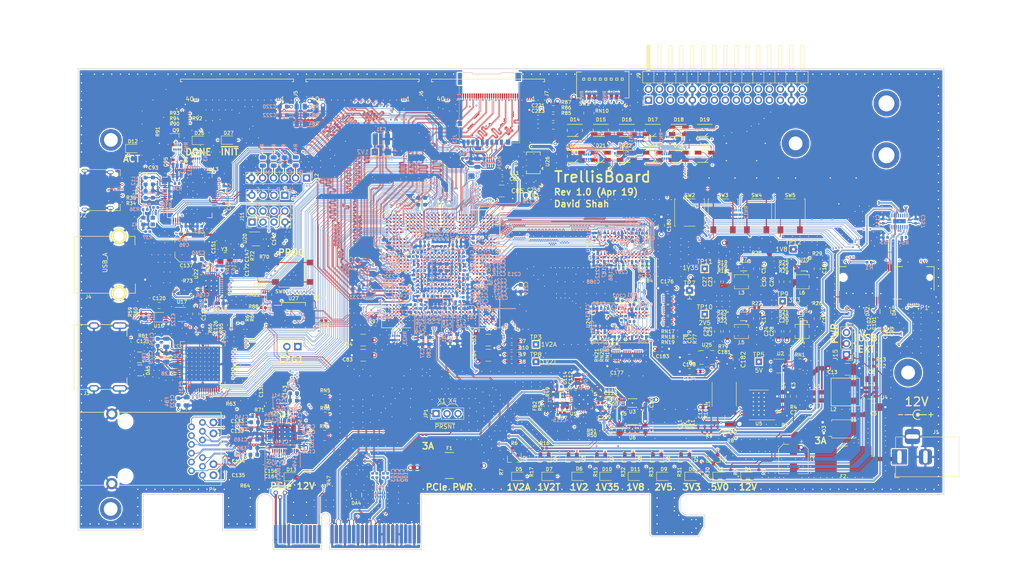
<source format=kicad_pcb>
(kicad_pcb (version 20171130) (host pcbnew 5.1.0)

  (general
    (thickness 1.6)
    (drawings 180)
    (tracks 47462)
    (zones 0)
    (modules 512)
    (nets 751)
  )

  (page A4)
  (layers
    (0 F.Cu signal)
    (1 In1.Cu signal)
    (2 In2.Cu signal)
    (3 In3.Cu signal)
    (4 In4.Cu signal)
    (5 In5.Cu signal)
    (6 In6.Cu signal)
    (31 B.Cu signal)
    (32 B.Adhes user)
    (33 F.Adhes user)
    (34 B.Paste user)
    (35 F.Paste user)
    (36 B.SilkS user)
    (37 F.SilkS user)
    (38 B.Mask user)
    (39 F.Mask user)
    (40 Dwgs.User user)
    (41 Cmts.User user)
    (42 Eco1.User user)
    (43 Eco2.User user)
    (44 Edge.Cuts user)
    (45 Margin user)
    (46 B.CrtYd user)
    (47 F.CrtYd user)
    (48 B.Fab user)
    (49 F.Fab user)
  )

  (setup
    (last_trace_width 0.0889)
    (user_trace_width 0.1)
    (user_trace_width 0.15)
    (user_trace_width 0.2)
    (user_trace_width 0.25)
    (user_trace_width 0.35)
    (user_trace_width 0.5)
    (user_trace_width 0.8)
    (user_trace_width 1)
    (trace_clearance 0.0762)
    (zone_clearance 0.15)
    (zone_45_only no)
    (trace_min 0.0889)
    (via_size 0.4)
    (via_drill 0.2)
    (via_min_size 0.4)
    (via_min_drill 0.2)
    (user_via 0.6 0.3)
    (user_via 0.8 0.5)
    (user_via 1 0.6)
    (user_via 1.5 1)
    (user_via 2 1.5)
    (uvia_size 0.3)
    (uvia_drill 0.1)
    (uvias_allowed no)
    (uvia_min_size 0.2)
    (uvia_min_drill 0.1)
    (edge_width 0.15)
    (segment_width 0.2)
    (pcb_text_width 0.3)
    (pcb_text_size 1.5 1.5)
    (mod_edge_width 0.15)
    (mod_text_size 1 1)
    (mod_text_width 0.15)
    (pad_size 1.524 1.524)
    (pad_drill 0.762)
    (pad_to_mask_clearance 0.051)
    (solder_mask_min_width 0.25)
    (aux_axis_origin 0 0)
    (visible_elements FFFFFFFF)
    (pcbplotparams
      (layerselection 0x010fc_ffffffff)
      (usegerberextensions false)
      (usegerberattributes false)
      (usegerberadvancedattributes false)
      (creategerberjobfile false)
      (excludeedgelayer true)
      (linewidth 0.100000)
      (plotframeref false)
      (viasonmask false)
      (mode 1)
      (useauxorigin false)
      (hpglpennumber 1)
      (hpglpenspeed 20)
      (hpglpendiameter 15.000000)
      (psnegative false)
      (psa4output false)
      (plotreference true)
      (plotvalue true)
      (plotinvisibletext false)
      (padsonsilk false)
      (subtractmaskfromsilk false)
      (outputformat 1)
      (mirror false)
      (drillshape 1)
      (scaleselection 1)
      (outputdirectory ""))
  )

  (net 0 "")
  (net 1 "/PCIe + SATA/DCU1_REFCLK-")
  (net 2 "/PCIe + SATA/DCU1_REFCLK+")
  (net 3 DDR3_A4)
  (net 4 DDR3_A6)
  (net 5 DDR3_A5)
  (net 6 DDR3_A7)
  (net 7 /DDR3/DDR3_VTT)
  (net 8 "Net-(R38-Pad2)")
  (net 9 +3V3)
  (net 10 /Power/1V2_EN)
  (net 11 /Power/2V5_EN)
  (net 12 /Power/1V35_EN)
  (net 13 "Net-(RN1-Pad4)")
  (net 14 +5V)
  (net 15 "Net-(RN1-Pad5)")
  (net 16 USD_D0)
  (net 17 USD_D3)
  (net 18 USD_CMD)
  (net 19 USD_D2)
  (net 20 "Net-(RN23-Pad1)")
  (net 21 GND)
  (net 22 "/FPGA IO/CFG0")
  (net 23 "Net-(RN23-Pad8)")
  (net 24 "/FPGA IO/CFG1")
  (net 25 "/FPGA IO/CFG2")
  (net 26 "/FPGA IO/FLASH_D3")
  (net 27 "/FPGA IO/FLASH_D1")
  (net 28 "/FPGA IO/FLASH_D2")
  (net 29 "/FPGA IO/FLASH_D0")
  (net 30 DDR3_WE)
  (net 31 DDR3_CKE)
  (net 32 DDR3_CS)
  (net 33 DDR3_ODT)
  (net 34 DDR3_CAS)
  (net 35 DDR3_BA2)
  (net 36 DDR3_RAS)
  (net 37 DDR3_BA1)
  (net 38 DDR3_A12)
  (net 39 DDR3_A14)
  (net 40 DDR3_A13)
  (net 41 DDR3_BA0)
  (net 42 DDR3_A11)
  (net 43 DDR3_A9)
  (net 44 DDR3_A10)
  (net 45 DDR3_A8)
  (net 46 DDR3_A0)
  (net 47 DDR3_A2)
  (net 48 DDR3_A1)
  (net 49 DDR3_A3)
  (net 50 "/HDMI, GbE, USB/ETH_LED2")
  (net 51 ETH_~RESET)
  (net 52 "/HDMI, GbE, USB/ETH_LED1")
  (net 53 RGMII_REF_CLK)
  (net 54 "Net-(D18-Pad4)")
  (net 55 "Net-(D20-Pad4)")
  (net 56 "Net-(D19-Pad4)")
  (net 57 "Net-(D21-Pad4)")
  (net 58 "Net-(D25-Pad4)")
  (net 59 "Net-(D23-Pad4)")
  (net 60 "Net-(D24-Pad4)")
  (net 61 "Net-(D22-Pad4)")
  (net 62 FTDI_D1_RX)
  (net 63 FTDI_~WR)
  (net 64 FTDI_~RD)
  (net 65 FTDI_~SIWU)
  (net 66 RGMII_RXD0)
  (net 67 RGMII_RXD2)
  (net 68 RGMII_RXD1)
  (net 69 RGMII_RXD3)
  (net 70 RGMII_RX_DV)
  (net 71 ETH_MDIO)
  (net 72 RGMII_RX_CLK)
  (net 73 ETH_INT_N)
  (net 74 "Net-(D17-Pad1)")
  (net 75 "Net-(D16-Pad1)")
  (net 76 "Net-(D14-Pad1)")
  (net 77 "Net-(D15-Pad1)")
  (net 78 DIP_SW1)
  (net 79 DIP_SW0)
  (net 80 DIP_SW2)
  (net 81 DIP_SW3)
  (net 82 DIP_SW7)
  (net 83 DIP_SW6)
  (net 84 DIP_SW4)
  (net 85 DIP_SW5)
  (net 86 "Net-(D14-Pad4)")
  (net 87 "Net-(D16-Pad4)")
  (net 88 "Net-(D15-Pad4)")
  (net 89 "Net-(D17-Pad4)")
  (net 90 "Net-(D21-Pad1)")
  (net 91 "Net-(D20-Pad1)")
  (net 92 "Net-(D18-Pad1)")
  (net 93 "Net-(D19-Pad1)")
  (net 94 BTN1)
  (net 95 BTN0)
  (net 96 BTN2)
  (net 97 BTN3)
  (net 98 "Net-(D25-Pad1)")
  (net 99 "Net-(D24-Pad1)")
  (net 100 "Net-(D22-Pad1)")
  (net 101 "Net-(D23-Pad1)")
  (net 102 "/FPGA IO/VCCIO7")
  (net 103 "Net-(R44-Pad2)")
  (net 104 JTAG_TDO)
  (net 105 JTAG_TDI)
  (net 106 "Net-(R43-Pad2)")
  (net 107 "Net-(R42-Pad2)")
  (net 108 JTAG_TCK)
  (net 109 JTAG_TMS)
  (net 110 "Net-(R45-Pad2)")
  (net 111 "/PCIe + SATA/CLKAUXO+")
  (net 112 +1V8)
  (net 113 +2V5)
  (net 114 "/PCIe + SATA/CLKAUXO-")
  (net 115 "/FPGA IO/VCCIO6")
  (net 116 CLK_SDA)
  (net 117 "Net-(R36-Pad2)")
  (net 118 FPGA_12MHz)
  (net 119 "/PCIe + SATA/PCIe_REFCLK+")
  (net 120 "/PCIe + SATA/PCIe_REFCLK-")
  (net 121 PCIe_12V)
  (net 122 "Net-(D13-Pad2)")
  (net 123 ~PERST)
  (net 124 "Net-(P3-PadA11)")
  (net 125 "Net-(D12-Pad2)")
  (net 126 "Net-(R40-Pad1)")
  (net 127 "Net-(R39-Pad1)")
  (net 128 "Net-(R38-Pad1)")
  (net 129 "Net-(R12-Pad2)")
  (net 130 "/PCIe + SATA/3V3_C")
  (net 131 "/PCIe + SATA/3V3_CA")
  (net 132 "Net-(R57-Pad1)")
  (net 133 "Net-(R58-Pad2)")
  (net 134 FABRIC_REFCLK)
  (net 135 "/HDMI, GbE, USB/PORT_SCL")
  (net 136 "/HDMI, GbE, USB/PORT_SDA")
  (net 137 "Net-(C121-Pad1)")
  (net 138 "Net-(R62-Pad1)")
  (net 139 /Power/3V3_PG)
  (net 140 "Net-(D27-Pad2)")
  (net 141 "/FPGA IO/~PROGRAM")
  (net 142 "Net-(R80-Pad1)")
  (net 143 "Net-(R81-Pad1)")
  (net 144 "/FPGA IO/FLASH_~CS")
  (net 145 "/FPGA IO/FLASH_CLK")
  (net 146 "/FPGA IO/DONE")
  (net 147 "Net-(Q9-Pad1)")
  (net 148 "Net-(D26-Pad2)")
  (net 149 "Net-(R79-Pad1)")
  (net 150 "/FPGA IO/~INIT")
  (net 151 "Net-(C9-Pad1)")
  (net 152 "Net-(C11-Pad1)")
  (net 153 "Net-(Q2-Pad3)")
  (net 154 "Net-(D5-Pad1)")
  (net 155 /Power/1V2_PG)
  (net 156 USD_D1)
  (net 157 USD_CLK)
  (net 158 "Net-(R97-Pad1)")
  (net 159 "Net-(Q2-Pad1)")
  (net 160 +1V2A)
  (net 161 "Net-(R5-Pad2)")
  (net 162 "Net-(D2-Pad2)")
  (net 163 "Net-(C7-Pad1)")
  (net 164 "Net-(D4-Pad2)")
  (net 165 +12V)
  (net 166 "Net-(R74-Pad1)")
  (net 167 "/Debug Interface/PORT_D-")
  (net 168 "/Debug Interface/FTDI_D-")
  (net 169 "/Debug Interface/FTDI_D+")
  (net 170 "/Debug Interface/PORT_D+")
  (net 171 "Net-(C22-Pad2)")
  (net 172 "Net-(R71-Pad2)")
  (net 173 "/HDMI, GbE, USB/USB_XO")
  (net 174 "/HDMI, GbE, USB/USB_XI")
  (net 175 "Net-(R73-Pad1)")
  (net 176 "/HDMI, GbE, USB/USBA_VBUS")
  (net 177 "/HDMI, GbE, USB/EXTVBUS")
  (net 178 DVI_SCL)
  (net 179 DVI_SDA)
  (net 180 CLK_SCL)
  (net 181 "Net-(R70-Pad1)")
  (net 182 "Net-(C175-Pad2)")
  (net 183 DDR3_CLK+)
  (net 184 "Net-(P4-Pad16)")
  (net 185 "Net-(R66-Pad1)")
  (net 186 "Net-(R65-Pad1)")
  (net 187 "/HDMI, GbE, USB/HDMI_HPD")
  (net 188 DDR3_CLK-)
  (net 189 "Net-(C179-Pad1)")
  (net 190 +1V35)
  (net 191 +1V2)
  (net 192 "Net-(D10-Pad2)")
  (net 193 "Net-(P4-Pad14)")
  (net 194 "Net-(C12-Pad2)")
  (net 195 "Net-(D6-Pad2)")
  (net 196 +1V2T)
  (net 197 "Net-(Q4-Pad1)")
  (net 198 "Net-(Q4-Pad3)")
  (net 199 "Net-(D7-Pad1)")
  (net 200 "Net-(C19-Pad2)")
  (net 201 "Net-(C20-Pad2)")
  (net 202 "Net-(C21-Pad2)")
  (net 203 "/Debug Interface/FTDI_12MHz")
  (net 204 "Net-(D11-Pad2)")
  (net 205 /Power/2V5_PG)
  (net 206 /Power/1V35_PG)
  (net 207 /Power/1V8_PG)
  (net 208 "Net-(D8-Pad2)")
  (net 209 "Net-(D9-Pad2)")
  (net 210 "Net-(C8-Pad2)")
  (net 211 "Net-(C8-Pad1)")
  (net 212 /Power/PWR_EN)
  (net 213 "/HDMI, GbE, USB/HDMI_5V")
  (net 214 "Net-(U17-Pad3)")
  (net 215 "Net-(D9-Pad1)")
  (net 216 "Net-(D11-Pad1)")
  (net 217 "Net-(D26-Pad1)")
  (net 218 "Net-(D2-Pad1)")
  (net 219 "Net-(D6-Pad1)")
  (net 220 "Net-(D10-Pad1)")
  (net 221 "Net-(D8-Pad1)")
  (net 222 "Net-(U1-Pad3)")
  (net 223 DDR3_Vref)
  (net 224 DDR3_Vtt_EN)
  (net 225 "Net-(U5-Pad2)")
  (net 226 "Net-(L1-Pad1)")
  (net 227 "Net-(C11-Pad2)")
  (net 228 "Net-(U13-Pad3)")
  (net 229 "/Debug Interface/Vphy")
  (net 230 "/Debug Interface/Vpll")
  (net 231 "/Debug Interface/JTAG_ACT")
  (net 232 "Net-(U13-Pad22)")
  (net 233 "Net-(U13-Pad23)")
  (net 234 "Net-(U13-Pad24)")
  (net 235 "Net-(U13-Pad26)")
  (net 236 "Net-(U13-Pad27)")
  (net 237 "Net-(U13-Pad28)")
  (net 238 "Net-(U13-Pad29)")
  (net 239 "Net-(U13-Pad30)")
  (net 240 "Net-(U13-Pad32)")
  (net 241 "Net-(U13-Pad33)")
  (net 242 "Net-(U13-Pad34)")
  (net 243 "Net-(U13-Pad36)")
  (net 244 FTDI_D0_TX)
  (net 245 FTDI_D2)
  (net 246 FTDI_D3)
  (net 247 FTDI_D4)
  (net 248 FTDI_D5)
  (net 249 FTDI_D6)
  (net 250 FTDI_D7)
  (net 251 FTDI_~RXF)
  (net 252 "Net-(U13-Pad49)")
  (net 253 "Net-(U13-Pad50)")
  (net 254 FTDI_~TXE)
  (net 255 "Net-(U13-Pad57)")
  (net 256 "Net-(U13-Pad58)")
  (net 257 "Net-(U13-Pad59)")
  (net 258 "Net-(U13-Pad60)")
  (net 259 "/HDMI, GbE, USB/DVI_DVDD")
  (net 260 DVI_DE)
  (net 261 DVI_HSYNC)
  (net 262 DVI_VSYNC)
  (net 263 "Net-(U19-Pad11)")
  (net 264 "/HDMI, GbE, USB/DVI_PVDD")
  (net 265 "/HDMI, GbE, USB/TMDS_CLK-")
  (net 266 "/HDMI, GbE, USB/TMDS_CLK+")
  (net 267 "/HDMI, GbE, USB/DVI_TVDD")
  (net 268 "/HDMI, GbE, USB/TMDS_D0-")
  (net 269 "/HDMI, GbE, USB/TMDS_D0+")
  (net 270 "/HDMI, GbE, USB/TMDS_D1-")
  (net 271 "/HDMI, GbE, USB/TMDS_D1+")
  (net 272 "/HDMI, GbE, USB/TMDS_D2-")
  (net 273 "/HDMI, GbE, USB/TMDS_D2+")
  (net 274 DVI_D23)
  (net 275 DVI_D22)
  (net 276 DVI_D21)
  (net 277 DVI_D20)
  (net 278 DVI_D19)
  (net 279 DVI_D18)
  (net 280 DVI_D17)
  (net 281 DVI_D16)
  (net 282 DVI_D15)
  (net 283 DVI_D14)
  (net 284 DVI_D13)
  (net 285 DVI_D12)
  (net 286 "Net-(U19-Pad49)")
  (net 287 DVI_D11)
  (net 288 DVI_D10)
  (net 289 DVI_D9)
  (net 290 DVI_D8)
  (net 291 DVI_D7)
  (net 292 DVI_D6)
  (net 293 DVI_CLK)
  (net 294 DVI_D5)
  (net 295 DVI_D4)
  (net 296 DVI_D3)
  (net 297 DVI_D2)
  (net 298 DVI_D1)
  (net 299 DVI_D0)
  (net 300 "/HDMI, GbE, USB/AVDDH")
  (net 301 "/HDMI, GbE, USB/MX4-")
  (net 302 "/HDMI, GbE, USB/MX4+")
  (net 303 "/HDMI, GbE, USB/AVDDL")
  (net 304 "/HDMI, GbE, USB/MX3-")
  (net 305 "/HDMI, GbE, USB/MX3+")
  (net 306 "/HDMI, GbE, USB/MX2-")
  (net 307 "/HDMI, GbE, USB/MX2+")
  (net 308 "/HDMI, GbE, USB/MX1-")
  (net 309 "/HDMI, GbE, USB/MX1+")
  (net 310 "Net-(U21-Pad13)")
  (net 311 RGMII_TXD0)
  (net 312 RGMII_TXD1)
  (net 313 RGMII_TXD2)
  (net 314 RGMII_TXD3)
  (net 315 RGMII_TX_CLK)
  (net 316 RGMII_TX_EN)
  (net 317 ETH_MDC)
  (net 318 "Net-(U21-Pad43)")
  (net 319 "/HDMI, GbE, USB/AVDDL_PLL")
  (net 320 "/HDMI, GbE, USB/ETH_XO")
  (net 321 "/HDMI, GbE, USB/ETH_XI")
  (net 322 "Net-(U21-Pad47)")
  (net 323 "Net-(U22-Pad3)")
  (net 324 "Net-(U22-Pad5)")
  (net 325 "/HDMI, GbE, USB/USBA_D+")
  (net 326 "/HDMI, GbE, USB/USBA_D-")
  (net 327 ULPI_RESET)
  (net 328 ULPI_NXT)
  (net 329 ULPI_DIR)
  (net 330 ULPI_STP)
  (net 331 ULPI_CLKO)
  (net 332 "/HDMI, GbE, USB/USB1V8")
  (net 333 ULPI_D7)
  (net 334 ULPI_D6)
  (net 335 ULPI_D5)
  (net 336 ULPI_D4)
  (net 337 ULPI_D3)
  (net 338 ULPI_D2)
  (net 339 ULPI_D1)
  (net 340 ULPI_D0)
  (net 341 "Net-(C117-Pad1)")
  (net 342 "Net-(C115-Pad2)")
  (net 343 CLK_SD_OE)
  (net 344 "/PCIe + SATA/1V8_C")
  (net 345 "Net-(U16-Pad16)")
  (net 346 "/PCIe + SATA/DCU0_REFCLK-")
  (net 347 "/PCIe + SATA/DCU0_REFCLK+")
  (net 348 "Net-(U16-Pad24)")
  (net 349 DDR3_DQ13)
  (net 350 DDR3_DQ15)
  (net 351 DDR3_DQ12)
  (net 352 DDR3_DQS1-)
  (net 353 DDR3_DQ14)
  (net 354 DDR3_DQ11)
  (net 355 DDR3_DQ9)
  (net 356 DDR3_DQS1+)
  (net 357 DDR3_DQ10)
  (net 358 DDR3_DM1)
  (net 359 DDR3_DQ8)
  (net 360 DDR3_DQ0)
  (net 361 DDR3_DM0)
  (net 362 DDR3_DQ2)
  (net 363 DDR3_DQS0+)
  (net 364 DDR3_DQ1)
  (net 365 DDR3_DQ3)
  (net 366 DDR3_DQ6)
  (net 367 DDR3_DQS0-)
  (net 368 DDR3_DQ4)
  (net 369 DDR3_DQ7)
  (net 370 DDR3_DQ5)
  (net 371 "Net-(U23-PadJ1)")
  (net 372 "Net-(U23-PadJ9)")
  (net 373 "Net-(U23-PadL1)")
  (net 374 "Net-(U23-PadL9)")
  (net 375 "Net-(U23-PadM7)")
  (net 376 DDR3_RESET)
  (net 377 "Net-(U24-PadM7)")
  (net 378 "Net-(U24-PadL9)")
  (net 379 "Net-(U24-PadL1)")
  (net 380 "Net-(U24-PadJ9)")
  (net 381 "Net-(U24-PadJ1)")
  (net 382 DDR3_DQ21)
  (net 383 DDR3_DQ23)
  (net 384 DDR3_DQ20)
  (net 385 DDR3_DQS2-)
  (net 386 DDR3_DQ22)
  (net 387 DDR3_DQ19)
  (net 388 DDR3_DQ17)
  (net 389 DDR3_DQS2+)
  (net 390 DDR3_DQ18)
  (net 391 DDR3_DM2)
  (net 392 DDR3_DQ16)
  (net 393 DDR3_DQ24)
  (net 394 DDR3_DM3)
  (net 395 DDR3_DQ26)
  (net 396 DDR3_DQS3+)
  (net 397 DDR3_DQ25)
  (net 398 DDR3_DQ27)
  (net 399 DDR3_DQ30)
  (net 400 DDR3_DQS3-)
  (net 401 DDR3_DQ28)
  (net 402 DDR3_DQ31)
  (net 403 DDR3_DQ29)
  (net 404 "Net-(X1-Pad1)")
  (net 405 "Net-(L4-Pad1)")
  (net 406 "Net-(L5-Pad1)")
  (net 407 "Net-(L3-Pad1)")
  (net 408 "Net-(L6-Pad1)")
  (net 409 "/FPGA Core Power/VCCHTX1")
  (net 410 "/FPGA Core Power/VCCHTX0")
  (net 411 "/FPGA Core Power/VCCA0")
  (net 412 "/FPGA Core Power/VCCAUX")
  (net 413 "/FPGA Core Power/VCCA1")
  (net 414 "/PCIe + SATA/DCU1_RX1-")
  (net 415 "/PCIe + SATA/DCU1_RX1+")
  (net 416 "/PCIe + SATA/DCU1_RX0-")
  (net 417 "/PCIe + SATA/DCU1_RX0+")
  (net 418 "/PCIe + SATA/PCIe_HSI0+")
  (net 419 "/PCIe + SATA/PCIe_HSI0-")
  (net 420 "/PCIe + SATA/PCIe_HSI1+")
  (net 421 "/PCIe + SATA/PCIe_HSI1-")
  (net 422 "/PCIe + SATA/DCU0_RX0+")
  (net 423 "/PCIe + SATA/DCU0_RX0-")
  (net 424 "/PCIe + SATA/DCU0_RX1+")
  (net 425 "/PCIe + SATA/DCU0_RX1-")
  (net 426 "Net-(U6-Pad2)")
  (net 427 "Net-(U6-Pad5)")
  (net 428 "Net-(U3-Pad5)")
  (net 429 "Net-(U3-Pad2)")
  (net 430 "Net-(U10-Pad4)")
  (net 431 "Net-(U9-Pad4)")
  (net 432 "Net-(U8-Pad4)")
  (net 433 "Net-(U7-Pad4)")
  (net 434 "Net-(J5-Pad38)")
  (net 435 "/FPGA IO/EXT0_11-")
  (net 436 "/FPGA IO/EXT0_11+")
  (net 437 "/FPGA IO/EXT0_10-")
  (net 438 "/FPGA IO/EXT0_10+")
  (net 439 "/FPGA IO/EXT0_9-")
  (net 440 "/FPGA IO/EXT0_9+")
  (net 441 "/FPGA IO/EXT0_8-")
  (net 442 "/FPGA IO/EXT0_8+")
  (net 443 "/FPGA IO/EXT0_7-")
  (net 444 "/FPGA IO/EXT0_7+")
  (net 445 "/FPGA IO/EXT0_6-")
  (net 446 "/FPGA IO/EXT0_6+")
  (net 447 "/FPGA IO/EXT0_5-")
  (net 448 "/FPGA IO/EXT0_5+")
  (net 449 "/FPGA IO/EXT0_4-")
  (net 450 "/FPGA IO/EXT0_4+")
  (net 451 "/FPGA IO/EXT0_3-")
  (net 452 "/FPGA IO/EXT0_3+")
  (net 453 "/FPGA IO/EXT0_2-")
  (net 454 "/FPGA IO/EXT0_2+")
  (net 455 "/FPGA IO/EXT0_1-")
  (net 456 "/FPGA IO/EXT0_1+")
  (net 457 "/FPGA IO/EXT0_0-")
  (net 458 "/FPGA IO/EXT0_0+")
  (net 459 "Net-(J6-Pad38)")
  (net 460 "/FPGA IO/EXT1_11-")
  (net 461 "/FPGA IO/EXT1_11+")
  (net 462 "/FPGA IO/EXT1_10-")
  (net 463 "/FPGA IO/EXT1_10+")
  (net 464 "/FPGA IO/EXT1_9-")
  (net 465 "/FPGA IO/EXT1_9+")
  (net 466 "/FPGA IO/EXT1_8-")
  (net 467 "/FPGA IO/EXT1_8+")
  (net 468 "/FPGA IO/EXT1_7-")
  (net 469 "/FPGA IO/EXT1_7+")
  (net 470 "/FPGA IO/EXT1_6-")
  (net 471 "/FPGA IO/EXT1_6+")
  (net 472 "/FPGA IO/EXT1_5-")
  (net 473 "/FPGA IO/EXT1_5+")
  (net 474 "/FPGA IO/EXT1_4-")
  (net 475 "/FPGA IO/EXT1_4+")
  (net 476 "/FPGA IO/EXT1_3-")
  (net 477 "/FPGA IO/EXT1_3+")
  (net 478 "/FPGA IO/EXT1_2-")
  (net 479 "/FPGA IO/EXT1_2+")
  (net 480 "/FPGA IO/EXT1_1-")
  (net 481 "/FPGA IO/EXT1_1+")
  (net 482 "/FPGA IO/EXT1_0-")
  (net 483 "/FPGA IO/EXT1_0+")
  (net 484 "/FPGA IO/EXT2_0+")
  (net 485 "/FPGA IO/EXT2_0-")
  (net 486 "/FPGA IO/EXT2_1+")
  (net 487 "/FPGA IO/EXT2_1-")
  (net 488 "/FPGA IO/EXT2_2+")
  (net 489 "/FPGA IO/EXT2_2-")
  (net 490 "/FPGA IO/EXT2_3+")
  (net 491 "/FPGA IO/EXT2_3-")
  (net 492 "/FPGA IO/EXT2_4+")
  (net 493 "/FPGA IO/EXT2_4-")
  (net 494 "/FPGA IO/EXT2_5+")
  (net 495 "/FPGA IO/EXT2_5-")
  (net 496 "/FPGA IO/EXT2_6+")
  (net 497 "/FPGA IO/EXT2_6-")
  (net 498 "/FPGA IO/EXT2_7+")
  (net 499 "/FPGA IO/EXT2_7-")
  (net 500 "/FPGA IO/EXT2_8+")
  (net 501 "/FPGA IO/EXT2_8-")
  (net 502 "/FPGA IO/EXT2_9+")
  (net 503 "/FPGA IO/EXT2_9-")
  (net 504 "/FPGA IO/EXT2_10+")
  (net 505 "/FPGA IO/EXT2_10-")
  (net 506 "/FPGA IO/EXT2_11+")
  (net 507 "/FPGA IO/EXT2_11-")
  (net 508 "Net-(J7-Pad38)")
  (net 509 "Net-(C132-Pad1)")
  (net 510 "Net-(C135-Pad1)")
  (net 511 "Net-(C133-Pad1)")
  (net 512 "Net-(C134-Pad1)")
  (net 513 "Net-(P3-PadB5)")
  (net 514 "Net-(P3-PadB6)")
  (net 515 "Net-(P3-PadB8)")
  (net 516 "Net-(P3-PadB9)")
  (net 517 "Net-(P3-PadB10)")
  (net 518 PCIe_~WAKE)
  (net 519 "Net-(P3-PadB12)")
  (net 520 "/PCIe + SATA/~PRSNT2~_X1")
  (net 521 "Net-(P3-PadB23)")
  (net 522 "Net-(P3-PadB24)")
  (net 523 "Net-(P3-PadB27)")
  (net 524 "Net-(P3-PadB28)")
  (net 525 "Net-(P3-PadB30)")
  (net 526 "/PCIe + SATA/~PRSNT2~_X4")
  (net 527 "/PCIe + SATA/~PRSNT1")
  (net 528 "Net-(P3-PadA5)")
  (net 529 "Net-(P3-PadA6)")
  (net 530 "Net-(P3-PadA7)")
  (net 531 "Net-(P3-PadA8)")
  (net 532 "Net-(P3-PadA9)")
  (net 533 "Net-(P3-PadA10)")
  (net 534 "Net-(P3-PadA19)")
  (net 535 "Net-(P3-PadA25)")
  (net 536 "Net-(P3-PadA26)")
  (net 537 "Net-(P3-PadA29)")
  (net 538 "Net-(P3-PadA30)")
  (net 539 "Net-(P3-PadA32)")
  (net 540 "Net-(U26-Pad1)")
  (net 541 "Net-(U26-Pad2)")
  (net 542 "/FPGA IO/CLK100+")
  (net 543 "/FPGA IO/CLK100-")
  (net 544 "Net-(J3-Pad14)")
  (net 545 "Net-(J3-Pad13)")
  (net 546 LED2)
  (net 547 LED11)
  (net 548 LED10)
  (net 549 LED0)
  (net 550 LED1)
  (net 551 LED3)
  (net 552 LED4)
  (net 553 LED5)
  (net 554 LED6)
  (net 555 LED7)
  (net 556 LED8)
  (net 557 LED9)
  (net 558 "Net-(F2-Pad2)")
  (net 559 "Net-(U15-PadR1)")
  (net 560 "Net-(U15-PadT2)")
  (net 561 "Net-(U15-PadAB2)")
  (net 562 "Net-(U15-PadAC2)")
  (net 563 "Net-(U15-PadAE2)")
  (net 564 "Net-(U15-PadAG2)")
  (net 565 "Net-(U15-PadA3)")
  (net 566 "Net-(U15-PadV3)")
  (net 567 "Net-(U15-PadW3)")
  (net 568 "Net-(U15-PadY3)")
  (net 569 "Net-(U15-PadAC3)")
  (net 570 "Net-(U15-PadAG3)")
  (net 571 "Net-(U15-PadAL3)")
  (net 572 "Net-(U15-PadB4)")
  (net 573 "Net-(U15-PadH4)")
  (net 574 "Net-(U15-PadAC4)")
  (net 575 "Net-(U15-PadA5)")
  (net 576 "Net-(U15-PadL5)")
  (net 577 "Net-(U15-PadW6)")
  (net 578 "Net-(U15-PadD7)")
  (net 579 "Net-(U15-PadE7)")
  (net 580 "Net-(U15-PadAE7)")
  (net 581 "Net-(U15-PadG9)")
  (net 582 "/PCIe + SATA/DCU0_TX0+")
  (net 583 "Net-(U15-PadG10)")
  (net 584 "/PCIe + SATA/DCU0_TX0-")
  (net 585 "Net-(U15-PadG11)")
  (net 586 "/PCIe + SATA/DCU0_TX1+")
  (net 587 "/PCIe + SATA/DCU0_TX1-")
  (net 588 "/FPGA IO/PMOD1_10")
  (net 589 "/FPGA IO/PMOD1_9")
  (net 590 "Net-(U15-PadG14)")
  (net 591 "Net-(U15-PadG15)")
  (net 592 "Net-(U15-PadAK15)")
  (net 593 "Net-(U15-PadG16)")
  (net 594 "Net-(U15-PadAK16)")
  (net 595 "Net-(U15-PadG17)")
  (net 596 "Net-(U15-PadG18)")
  (net 597 "/PCIe + SATA/DCU1_TX0+")
  (net 598 "Net-(U15-PadG19)")
  (net 599 "/PCIe + SATA/DCU1_TX0-")
  (net 600 "/FPGA IO/PMOD1_8")
  (net 601 "/FPGA IO/PMOD1_7")
  (net 602 "/PCIe + SATA/DCU1_TX1+")
  (net 603 "/PCIe + SATA/DCU1_TX1-")
  (net 604 "/FPGA IO/EXIO_5")
  (net 605 "/FPGA IO/EXIO_4")
  (net 606 "/FPGA IO/EXIO_3")
  (net 607 "Net-(U15-PadG22)")
  (net 608 "/FPGA IO/PMOD1_3")
  (net 609 "/FPGA IO/PMOD1_2")
  (net 610 "/FPGA IO/PMOD1_0")
  (net 611 "/FPGA IO/PMOD1_1")
  (net 612 "/FPGA IO/EXIO_2")
  (net 613 "Net-(U15-PadG23)")
  (net 614 "/FPGA IO/EXIO_1")
  (net 615 "/FPGA IO/PMOD0_10")
  (net 616 "/FPGA IO/EXIO_0")
  (net 617 "/FPGA IO/PMOD0_9")
  (net 618 "Net-(U15-PadG24)")
  (net 619 "Net-(U15-PadAG24)")
  (net 620 "Net-(U15-PadAK24)")
  (net 621 "/FPGA IO/PMOD0_8")
  (net 622 "/FPGA IO/PMOD0_3")
  (net 623 "/FPGA IO/PMOD0_7")
  (net 624 "/FPGA IO/PMOD0_2")
  (net 625 "/FPGA IO/PMOD0_1")
  (net 626 "Net-(U15-PadAK25)")
  (net 627 "/FPGA IO/PMOD0_0")
  (net 628 "Net-(U15-PadB26)")
  (net 629 "Net-(U15-PadE26)")
  (net 630 "Net-(U15-PadAE26)")
  (net 631 "Net-(U15-PadJ27)")
  (net 632 "Net-(U15-PadW27)")
  (net 633 "Net-(U15-PadC28)")
  (net 634 "Net-(U15-PadL28)")
  (net 635 "Net-(U15-PadAC28)")
  (net 636 "Net-(U15-PadH29)")
  (net 637 "Net-(U15-PadP29)")
  (net 638 "Net-(U15-PadAB29)")
  (net 639 "Net-(U15-PadAC29)")
  (net 640 "Net-(U15-PadAE29)")
  (net 641 "Net-(U15-PadAJ29)")
  (net 642 "Net-(U15-PadP30)")
  (net 643 "Net-(U15-PadR30)")
  (net 644 "Net-(U15-PadV30)")
  (net 645 "Net-(U15-PadAB30)")
  (net 646 "Net-(U15-PadAE30)")
  (net 647 "Net-(U15-PadAJ30)")
  (net 648 "Net-(U15-PadA31)")
  (net 649 "Net-(U15-PadAG31)")
  (net 650 "Net-(U15-PadAK31)")
  (net 651 "Net-(U15-PadAG32)")
  (net 652 "Net-(U15-PadAD27)")
  (net 653 "Net-(U15-PadF30)")
  (net 654 "Net-(U15-PadN27)")
  (net 655 "Net-(U15-PadU29)")
  (net 656 "Net-(U15-PadW1)")
  (net 657 "Net-(U15-PadV1)")
  (net 658 "Net-(U15-PadY7)")
  (net 659 "Net-(U15-PadY6)")
  (net 660 "Net-(U15-PadAC5)")
  (net 661 "Net-(U15-PadAD4)")
  (net 662 "Net-(U15-PadY4)")
  (net 663 "Net-(U15-PadW4)")
  (net 664 "Net-(U15-PadJ4)")
  (net 665 "Net-(U15-PadL3)")
  (net 666 "Net-(U15-PadL2)")
  (net 667 "Net-(U15-PadK2)")
  (net 668 "Net-(U15-PadL1)")
  (net 669 "Net-(U15-PadK1)")
  (net 670 "Net-(U15-PadJ1)")
  (net 671 "Net-(U15-PadD1)")
  (net 672 "Net-(U15-PadC1)")
  (net 673 "Net-(U15-PadF2)")
  (net 674 "Net-(U15-PadE1)")
  (net 675 "Net-(U15-PadE4)")
  (net 676 "Net-(U15-PadD4)")
  (net 677 "Net-(P1-Pad52)")
  (net 678 M2_CLKSEL)
  (net 679 "Net-(R54-Pad1)")
  (net 680 "/PCIe + SATA/M2_REFCLK+")
  (net 681 "/PCIe + SATA/M2_REFCLK-")
  (net 682 "Net-(U11-Pad17)")
  (net 683 "Net-(U11-Pad16)")
  (net 684 "/PCIe + SATA/CLKREFO+")
  (net 685 "/PCIe + SATA/CLKREFO-")
  (net 686 "/PCIe + SATA/M2_RX0+")
  (net 687 "/PCIe + SATA/M2_RX0-")
  (net 688 "/PCIe + SATA/M2_RX1+")
  (net 689 "/PCIe + SATA/M2_RX1-")
  (net 690 M2_CTS)
  (net 691 M2_RTS)
  (net 692 M2_SDIO_D0)
  (net 693 M2_TXD)
  (net 694 M2_SDIO_D3)
  (net 695 M2_SDIO_D2)
  (net 696 M2_SDIO_D1)
  (net 697 M2_SDIO_CLK)
  (net 698 M2_SDIO_CMD)
  (net 699 "Net-(P1-Pad3)")
  (net 700 "Net-(P1-Pad5)")
  (net 701 "Net-(P1-Pad6)")
  (net 702 "Net-(P1-Pad8)")
  (net 703 "Net-(P1-Pad10)")
  (net 704 "Net-(P1-Pad12)")
  (net 705 "Net-(P1-Pad14)")
  (net 706 "Net-(P1-Pad16)")
  (net 707 "Net-(P1-Pad20)")
  (net 708 "Net-(P1-Pad21)")
  (net 709 "Net-(P1-Pad23)")
  (net 710 "Net-(P1-Pad38)")
  (net 711 "Net-(P1-Pad40)")
  (net 712 "Net-(P1-Pad42)")
  (net 713 "Net-(P1-Pad44)")
  (net 714 "Net-(P1-Pad46)")
  (net 715 "Net-(P1-Pad48)")
  (net 716 "Net-(P1-Pad50)")
  (net 717 "Net-(P1-Pad53)")
  (net 718 "Net-(P1-Pad54)")
  (net 719 "Net-(P1-Pad55)")
  (net 720 "Net-(P1-Pad56)")
  (net 721 "Net-(P1-Pad58)")
  (net 722 "Net-(P1-Pad60)")
  (net 723 "Net-(P1-Pad62)")
  (net 724 "Net-(P1-Pad64)")
  (net 725 "Net-(P1-Pad66)")
  (net 726 "Net-(P1-Pad68)")
  (net 727 "Net-(P1-Pad70)")
  (net 728 "Net-(C258-Pad1)")
  (net 729 M2_RXD)
  (net 730 "Net-(U15-PadA4)")
  (net 731 "Net-(RN2-Pad4)")
  (net 732 "Net-(RN2-Pad2)")
  (net 733 "Net-(RN2-Pad3)")
  (net 734 "Net-(C260-Pad1)")
  (net 735 "Net-(C13-Pad1)")
  (net 736 USB_5V)
  (net 737 "Net-(J2-PadB11)")
  (net 738 "Net-(J2-PadB10)")
  (net 739 "Net-(J2-PadB8)")
  (net 740 "Net-(J2-PadB5)")
  (net 741 "Net-(J2-PadB3)")
  (net 742 "Net-(J2-PadB2)")
  (net 743 "Net-(J2-PadA11)")
  (net 744 "Net-(J2-PadA8)")
  (net 745 "Net-(J2-PadA10)")
  (net 746 "Net-(J2-PadA5)")
  (net 747 "Net-(J2-PadA3)")
  (net 748 "Net-(J2-PadA2)")
  (net 749 "Net-(J16-Pad1)")
  (net 750 "Net-(J17-Pad1)")

  (net_class Default "This is the default net class."
    (clearance 0.0762)
    (trace_width 0.0889)
    (via_dia 0.4)
    (via_drill 0.2)
    (uvia_dia 0.3)
    (uvia_drill 0.1)
    (diff_pair_width 0.11)
    (diff_pair_gap 0.11)
    (add_net +12V)
    (add_net +1V2)
    (add_net +1V2A)
    (add_net +1V2T)
    (add_net +1V35)
    (add_net +1V8)
    (add_net +2V5)
    (add_net +3V3)
    (add_net +5V)
    (add_net /DDR3/DDR3_VTT)
    (add_net "/Debug Interface/FTDI_12MHz")
    (add_net "/Debug Interface/FTDI_D+")
    (add_net "/Debug Interface/FTDI_D-")
    (add_net "/Debug Interface/JTAG_ACT")
    (add_net "/Debug Interface/PORT_D+")
    (add_net "/Debug Interface/PORT_D-")
    (add_net "/Debug Interface/Vphy")
    (add_net "/Debug Interface/Vpll")
    (add_net "/FPGA Core Power/VCCA0")
    (add_net "/FPGA Core Power/VCCA1")
    (add_net "/FPGA Core Power/VCCAUX")
    (add_net "/FPGA Core Power/VCCHTX0")
    (add_net "/FPGA Core Power/VCCHTX1")
    (add_net "/FPGA IO/CFG0")
    (add_net "/FPGA IO/CFG1")
    (add_net "/FPGA IO/CFG2")
    (add_net "/FPGA IO/CLK100+")
    (add_net "/FPGA IO/CLK100-")
    (add_net "/FPGA IO/DONE")
    (add_net "/FPGA IO/EXIO_0")
    (add_net "/FPGA IO/EXIO_1")
    (add_net "/FPGA IO/EXIO_2")
    (add_net "/FPGA IO/EXIO_3")
    (add_net "/FPGA IO/EXIO_4")
    (add_net "/FPGA IO/EXIO_5")
    (add_net "/FPGA IO/EXT0_0+")
    (add_net "/FPGA IO/EXT0_0-")
    (add_net "/FPGA IO/EXT0_1+")
    (add_net "/FPGA IO/EXT0_1-")
    (add_net "/FPGA IO/EXT0_10+")
    (add_net "/FPGA IO/EXT0_10-")
    (add_net "/FPGA IO/EXT0_11+")
    (add_net "/FPGA IO/EXT0_11-")
    (add_net "/FPGA IO/EXT0_2+")
    (add_net "/FPGA IO/EXT0_2-")
    (add_net "/FPGA IO/EXT0_3+")
    (add_net "/FPGA IO/EXT0_3-")
    (add_net "/FPGA IO/EXT0_4+")
    (add_net "/FPGA IO/EXT0_4-")
    (add_net "/FPGA IO/EXT0_5+")
    (add_net "/FPGA IO/EXT0_5-")
    (add_net "/FPGA IO/EXT0_6+")
    (add_net "/FPGA IO/EXT0_6-")
    (add_net "/FPGA IO/EXT0_7+")
    (add_net "/FPGA IO/EXT0_7-")
    (add_net "/FPGA IO/EXT0_8+")
    (add_net "/FPGA IO/EXT0_8-")
    (add_net "/FPGA IO/EXT0_9+")
    (add_net "/FPGA IO/EXT0_9-")
    (add_net "/FPGA IO/EXT1_0+")
    (add_net "/FPGA IO/EXT1_0-")
    (add_net "/FPGA IO/EXT1_1+")
    (add_net "/FPGA IO/EXT1_1-")
    (add_net "/FPGA IO/EXT1_10+")
    (add_net "/FPGA IO/EXT1_10-")
    (add_net "/FPGA IO/EXT1_11+")
    (add_net "/FPGA IO/EXT1_11-")
    (add_net "/FPGA IO/EXT1_2+")
    (add_net "/FPGA IO/EXT1_2-")
    (add_net "/FPGA IO/EXT1_3+")
    (add_net "/FPGA IO/EXT1_3-")
    (add_net "/FPGA IO/EXT1_4+")
    (add_net "/FPGA IO/EXT1_4-")
    (add_net "/FPGA IO/EXT1_5+")
    (add_net "/FPGA IO/EXT1_5-")
    (add_net "/FPGA IO/EXT1_6+")
    (add_net "/FPGA IO/EXT1_6-")
    (add_net "/FPGA IO/EXT1_7+")
    (add_net "/FPGA IO/EXT1_7-")
    (add_net "/FPGA IO/EXT1_8+")
    (add_net "/FPGA IO/EXT1_8-")
    (add_net "/FPGA IO/EXT1_9+")
    (add_net "/FPGA IO/EXT1_9-")
    (add_net "/FPGA IO/EXT2_0+")
    (add_net "/FPGA IO/EXT2_0-")
    (add_net "/FPGA IO/EXT2_1+")
    (add_net "/FPGA IO/EXT2_1-")
    (add_net "/FPGA IO/EXT2_10+")
    (add_net "/FPGA IO/EXT2_10-")
    (add_net "/FPGA IO/EXT2_11+")
    (add_net "/FPGA IO/EXT2_11-")
    (add_net "/FPGA IO/EXT2_2+")
    (add_net "/FPGA IO/EXT2_2-")
    (add_net "/FPGA IO/EXT2_3+")
    (add_net "/FPGA IO/EXT2_3-")
    (add_net "/FPGA IO/EXT2_4+")
    (add_net "/FPGA IO/EXT2_4-")
    (add_net "/FPGA IO/EXT2_5+")
    (add_net "/FPGA IO/EXT2_5-")
    (add_net "/FPGA IO/EXT2_6+")
    (add_net "/FPGA IO/EXT2_6-")
    (add_net "/FPGA IO/EXT2_7+")
    (add_net "/FPGA IO/EXT2_7-")
    (add_net "/FPGA IO/EXT2_8+")
    (add_net "/FPGA IO/EXT2_8-")
    (add_net "/FPGA IO/EXT2_9+")
    (add_net "/FPGA IO/EXT2_9-")
    (add_net "/FPGA IO/FLASH_CLK")
    (add_net "/FPGA IO/FLASH_D0")
    (add_net "/FPGA IO/FLASH_D1")
    (add_net "/FPGA IO/FLASH_D2")
    (add_net "/FPGA IO/FLASH_D3")
    (add_net "/FPGA IO/FLASH_~CS")
    (add_net "/FPGA IO/PMOD0_0")
    (add_net "/FPGA IO/PMOD0_1")
    (add_net "/FPGA IO/PMOD0_10")
    (add_net "/FPGA IO/PMOD0_2")
    (add_net "/FPGA IO/PMOD0_3")
    (add_net "/FPGA IO/PMOD0_7")
    (add_net "/FPGA IO/PMOD0_8")
    (add_net "/FPGA IO/PMOD0_9")
    (add_net "/FPGA IO/PMOD1_0")
    (add_net "/FPGA IO/PMOD1_1")
    (add_net "/FPGA IO/PMOD1_10")
    (add_net "/FPGA IO/PMOD1_2")
    (add_net "/FPGA IO/PMOD1_3")
    (add_net "/FPGA IO/PMOD1_7")
    (add_net "/FPGA IO/PMOD1_8")
    (add_net "/FPGA IO/PMOD1_9")
    (add_net "/FPGA IO/VCCIO6")
    (add_net "/FPGA IO/VCCIO7")
    (add_net "/FPGA IO/~INIT")
    (add_net "/FPGA IO/~PROGRAM")
    (add_net "/HDMI, GbE, USB/AVDDH")
    (add_net "/HDMI, GbE, USB/AVDDL")
    (add_net "/HDMI, GbE, USB/AVDDL_PLL")
    (add_net "/HDMI, GbE, USB/DVI_DVDD")
    (add_net "/HDMI, GbE, USB/DVI_PVDD")
    (add_net "/HDMI, GbE, USB/DVI_TVDD")
    (add_net "/HDMI, GbE, USB/ETH_LED1")
    (add_net "/HDMI, GbE, USB/ETH_LED2")
    (add_net "/HDMI, GbE, USB/ETH_XI")
    (add_net "/HDMI, GbE, USB/ETH_XO")
    (add_net "/HDMI, GbE, USB/EXTVBUS")
    (add_net "/HDMI, GbE, USB/HDMI_5V")
    (add_net "/HDMI, GbE, USB/HDMI_HPD")
    (add_net "/HDMI, GbE, USB/MX1+")
    (add_net "/HDMI, GbE, USB/MX1-")
    (add_net "/HDMI, GbE, USB/MX2+")
    (add_net "/HDMI, GbE, USB/MX2-")
    (add_net "/HDMI, GbE, USB/MX3+")
    (add_net "/HDMI, GbE, USB/MX3-")
    (add_net "/HDMI, GbE, USB/MX4+")
    (add_net "/HDMI, GbE, USB/MX4-")
    (add_net "/HDMI, GbE, USB/PORT_SCL")
    (add_net "/HDMI, GbE, USB/PORT_SDA")
    (add_net "/HDMI, GbE, USB/TMDS_CLK+")
    (add_net "/HDMI, GbE, USB/TMDS_CLK-")
    (add_net "/HDMI, GbE, USB/TMDS_D0+")
    (add_net "/HDMI, GbE, USB/TMDS_D0-")
    (add_net "/HDMI, GbE, USB/TMDS_D1+")
    (add_net "/HDMI, GbE, USB/TMDS_D1-")
    (add_net "/HDMI, GbE, USB/TMDS_D2+")
    (add_net "/HDMI, GbE, USB/TMDS_D2-")
    (add_net "/HDMI, GbE, USB/USB1V8")
    (add_net "/HDMI, GbE, USB/USBA_D+")
    (add_net "/HDMI, GbE, USB/USBA_D-")
    (add_net "/HDMI, GbE, USB/USBA_VBUS")
    (add_net "/HDMI, GbE, USB/USB_XI")
    (add_net "/HDMI, GbE, USB/USB_XO")
    (add_net "/PCIe + SATA/1V8_C")
    (add_net "/PCIe + SATA/3V3_C")
    (add_net "/PCIe + SATA/3V3_CA")
    (add_net "/PCIe + SATA/CLKAUXO+")
    (add_net "/PCIe + SATA/CLKAUXO-")
    (add_net "/PCIe + SATA/CLKREFO+")
    (add_net "/PCIe + SATA/CLKREFO-")
    (add_net "/PCIe + SATA/DCU0_REFCLK+")
    (add_net "/PCIe + SATA/DCU0_REFCLK-")
    (add_net "/PCIe + SATA/DCU0_RX0+")
    (add_net "/PCIe + SATA/DCU0_RX0-")
    (add_net "/PCIe + SATA/DCU0_RX1+")
    (add_net "/PCIe + SATA/DCU0_RX1-")
    (add_net "/PCIe + SATA/DCU0_TX0+")
    (add_net "/PCIe + SATA/DCU0_TX0-")
    (add_net "/PCIe + SATA/DCU0_TX1+")
    (add_net "/PCIe + SATA/DCU0_TX1-")
    (add_net "/PCIe + SATA/DCU1_REFCLK+")
    (add_net "/PCIe + SATA/DCU1_REFCLK-")
    (add_net "/PCIe + SATA/DCU1_RX0+")
    (add_net "/PCIe + SATA/DCU1_RX0-")
    (add_net "/PCIe + SATA/DCU1_RX1+")
    (add_net "/PCIe + SATA/DCU1_RX1-")
    (add_net "/PCIe + SATA/DCU1_TX0+")
    (add_net "/PCIe + SATA/DCU1_TX0-")
    (add_net "/PCIe + SATA/DCU1_TX1+")
    (add_net "/PCIe + SATA/DCU1_TX1-")
    (add_net "/PCIe + SATA/M2_REFCLK+")
    (add_net "/PCIe + SATA/M2_REFCLK-")
    (add_net "/PCIe + SATA/M2_RX0+")
    (add_net "/PCIe + SATA/M2_RX0-")
    (add_net "/PCIe + SATA/M2_RX1+")
    (add_net "/PCIe + SATA/M2_RX1-")
    (add_net "/PCIe + SATA/PCIe_HSI0+")
    (add_net "/PCIe + SATA/PCIe_HSI0-")
    (add_net "/PCIe + SATA/PCIe_HSI1+")
    (add_net "/PCIe + SATA/PCIe_HSI1-")
    (add_net "/PCIe + SATA/PCIe_REFCLK+")
    (add_net "/PCIe + SATA/PCIe_REFCLK-")
    (add_net "/PCIe + SATA/~PRSNT1")
    (add_net "/PCIe + SATA/~PRSNT2~_X1")
    (add_net "/PCIe + SATA/~PRSNT2~_X4")
    (add_net /Power/1V2_EN)
    (add_net /Power/1V2_PG)
    (add_net /Power/1V35_EN)
    (add_net /Power/1V35_PG)
    (add_net /Power/1V8_PG)
    (add_net /Power/2V5_EN)
    (add_net /Power/2V5_PG)
    (add_net /Power/3V3_PG)
    (add_net /Power/PWR_EN)
    (add_net BTN0)
    (add_net BTN1)
    (add_net BTN2)
    (add_net BTN3)
    (add_net CLK_SCL)
    (add_net CLK_SDA)
    (add_net CLK_SD_OE)
    (add_net DDR3_A0)
    (add_net DDR3_A1)
    (add_net DDR3_A10)
    (add_net DDR3_A11)
    (add_net DDR3_A12)
    (add_net DDR3_A13)
    (add_net DDR3_A14)
    (add_net DDR3_A2)
    (add_net DDR3_A3)
    (add_net DDR3_A4)
    (add_net DDR3_A5)
    (add_net DDR3_A6)
    (add_net DDR3_A7)
    (add_net DDR3_A8)
    (add_net DDR3_A9)
    (add_net DDR3_BA0)
    (add_net DDR3_BA1)
    (add_net DDR3_BA2)
    (add_net DDR3_CAS)
    (add_net DDR3_CKE)
    (add_net DDR3_CLK+)
    (add_net DDR3_CLK-)
    (add_net DDR3_CS)
    (add_net DDR3_DM0)
    (add_net DDR3_DM1)
    (add_net DDR3_DM2)
    (add_net DDR3_DM3)
    (add_net DDR3_DQ0)
    (add_net DDR3_DQ1)
    (add_net DDR3_DQ10)
    (add_net DDR3_DQ11)
    (add_net DDR3_DQ12)
    (add_net DDR3_DQ13)
    (add_net DDR3_DQ14)
    (add_net DDR3_DQ15)
    (add_net DDR3_DQ16)
    (add_net DDR3_DQ17)
    (add_net DDR3_DQ18)
    (add_net DDR3_DQ19)
    (add_net DDR3_DQ2)
    (add_net DDR3_DQ20)
    (add_net DDR3_DQ21)
    (add_net DDR3_DQ22)
    (add_net DDR3_DQ23)
    (add_net DDR3_DQ24)
    (add_net DDR3_DQ25)
    (add_net DDR3_DQ26)
    (add_net DDR3_DQ27)
    (add_net DDR3_DQ28)
    (add_net DDR3_DQ29)
    (add_net DDR3_DQ3)
    (add_net DDR3_DQ30)
    (add_net DDR3_DQ31)
    (add_net DDR3_DQ4)
    (add_net DDR3_DQ5)
    (add_net DDR3_DQ6)
    (add_net DDR3_DQ7)
    (add_net DDR3_DQ8)
    (add_net DDR3_DQ9)
    (add_net DDR3_DQS0+)
    (add_net DDR3_DQS0-)
    (add_net DDR3_DQS1+)
    (add_net DDR3_DQS1-)
    (add_net DDR3_DQS2+)
    (add_net DDR3_DQS2-)
    (add_net DDR3_DQS3+)
    (add_net DDR3_DQS3-)
    (add_net DDR3_ODT)
    (add_net DDR3_RAS)
    (add_net DDR3_RESET)
    (add_net DDR3_Vref)
    (add_net DDR3_Vtt_EN)
    (add_net DDR3_WE)
    (add_net DIP_SW0)
    (add_net DIP_SW1)
    (add_net DIP_SW2)
    (add_net DIP_SW3)
    (add_net DIP_SW4)
    (add_net DIP_SW5)
    (add_net DIP_SW6)
    (add_net DIP_SW7)
    (add_net DVI_CLK)
    (add_net DVI_D0)
    (add_net DVI_D1)
    (add_net DVI_D10)
    (add_net DVI_D11)
    (add_net DVI_D12)
    (add_net DVI_D13)
    (add_net DVI_D14)
    (add_net DVI_D15)
    (add_net DVI_D16)
    (add_net DVI_D17)
    (add_net DVI_D18)
    (add_net DVI_D19)
    (add_net DVI_D2)
    (add_net DVI_D20)
    (add_net DVI_D21)
    (add_net DVI_D22)
    (add_net DVI_D23)
    (add_net DVI_D3)
    (add_net DVI_D4)
    (add_net DVI_D5)
    (add_net DVI_D6)
    (add_net DVI_D7)
    (add_net DVI_D8)
    (add_net DVI_D9)
    (add_net DVI_DE)
    (add_net DVI_HSYNC)
    (add_net DVI_SCL)
    (add_net DVI_SDA)
    (add_net DVI_VSYNC)
    (add_net ETH_INT_N)
    (add_net ETH_MDC)
    (add_net ETH_MDIO)
    (add_net ETH_~RESET)
    (add_net FABRIC_REFCLK)
    (add_net FPGA_12MHz)
    (add_net FTDI_D0_TX)
    (add_net FTDI_D1_RX)
    (add_net FTDI_D2)
    (add_net FTDI_D3)
    (add_net FTDI_D4)
    (add_net FTDI_D5)
    (add_net FTDI_D6)
    (add_net FTDI_D7)
    (add_net FTDI_~RD)
    (add_net FTDI_~RXF)
    (add_net FTDI_~SIWU)
    (add_net FTDI_~TXE)
    (add_net FTDI_~WR)
    (add_net GND)
    (add_net JTAG_TCK)
    (add_net JTAG_TDI)
    (add_net JTAG_TDO)
    (add_net JTAG_TMS)
    (add_net LED0)
    (add_net LED1)
    (add_net LED10)
    (add_net LED11)
    (add_net LED2)
    (add_net LED3)
    (add_net LED4)
    (add_net LED5)
    (add_net LED6)
    (add_net LED7)
    (add_net LED8)
    (add_net LED9)
    (add_net M2_CLKSEL)
    (add_net M2_CTS)
    (add_net M2_RTS)
    (add_net M2_RXD)
    (add_net M2_SDIO_CLK)
    (add_net M2_SDIO_CMD)
    (add_net M2_SDIO_D0)
    (add_net M2_SDIO_D1)
    (add_net M2_SDIO_D2)
    (add_net M2_SDIO_D3)
    (add_net M2_TXD)
    (add_net "Net-(C11-Pad1)")
    (add_net "Net-(C11-Pad2)")
    (add_net "Net-(C115-Pad2)")
    (add_net "Net-(C117-Pad1)")
    (add_net "Net-(C12-Pad2)")
    (add_net "Net-(C121-Pad1)")
    (add_net "Net-(C13-Pad1)")
    (add_net "Net-(C132-Pad1)")
    (add_net "Net-(C133-Pad1)")
    (add_net "Net-(C134-Pad1)")
    (add_net "Net-(C135-Pad1)")
    (add_net "Net-(C175-Pad2)")
    (add_net "Net-(C179-Pad1)")
    (add_net "Net-(C19-Pad2)")
    (add_net "Net-(C20-Pad2)")
    (add_net "Net-(C21-Pad2)")
    (add_net "Net-(C22-Pad2)")
    (add_net "Net-(C258-Pad1)")
    (add_net "Net-(C260-Pad1)")
    (add_net "Net-(C7-Pad1)")
    (add_net "Net-(C8-Pad1)")
    (add_net "Net-(C8-Pad2)")
    (add_net "Net-(C9-Pad1)")
    (add_net "Net-(D10-Pad1)")
    (add_net "Net-(D10-Pad2)")
    (add_net "Net-(D11-Pad1)")
    (add_net "Net-(D11-Pad2)")
    (add_net "Net-(D12-Pad2)")
    (add_net "Net-(D13-Pad2)")
    (add_net "Net-(D14-Pad1)")
    (add_net "Net-(D14-Pad4)")
    (add_net "Net-(D15-Pad1)")
    (add_net "Net-(D15-Pad4)")
    (add_net "Net-(D16-Pad1)")
    (add_net "Net-(D16-Pad4)")
    (add_net "Net-(D17-Pad1)")
    (add_net "Net-(D17-Pad4)")
    (add_net "Net-(D18-Pad1)")
    (add_net "Net-(D18-Pad4)")
    (add_net "Net-(D19-Pad1)")
    (add_net "Net-(D19-Pad4)")
    (add_net "Net-(D2-Pad1)")
    (add_net "Net-(D2-Pad2)")
    (add_net "Net-(D20-Pad1)")
    (add_net "Net-(D20-Pad4)")
    (add_net "Net-(D21-Pad1)")
    (add_net "Net-(D21-Pad4)")
    (add_net "Net-(D22-Pad1)")
    (add_net "Net-(D22-Pad4)")
    (add_net "Net-(D23-Pad1)")
    (add_net "Net-(D23-Pad4)")
    (add_net "Net-(D24-Pad1)")
    (add_net "Net-(D24-Pad4)")
    (add_net "Net-(D25-Pad1)")
    (add_net "Net-(D25-Pad4)")
    (add_net "Net-(D26-Pad1)")
    (add_net "Net-(D26-Pad2)")
    (add_net "Net-(D27-Pad2)")
    (add_net "Net-(D4-Pad2)")
    (add_net "Net-(D5-Pad1)")
    (add_net "Net-(D6-Pad1)")
    (add_net "Net-(D6-Pad2)")
    (add_net "Net-(D7-Pad1)")
    (add_net "Net-(D8-Pad1)")
    (add_net "Net-(D8-Pad2)")
    (add_net "Net-(D9-Pad1)")
    (add_net "Net-(D9-Pad2)")
    (add_net "Net-(F2-Pad2)")
    (add_net "Net-(J16-Pad1)")
    (add_net "Net-(J17-Pad1)")
    (add_net "Net-(J2-PadA10)")
    (add_net "Net-(J2-PadA11)")
    (add_net "Net-(J2-PadA2)")
    (add_net "Net-(J2-PadA3)")
    (add_net "Net-(J2-PadA5)")
    (add_net "Net-(J2-PadA8)")
    (add_net "Net-(J2-PadB10)")
    (add_net "Net-(J2-PadB11)")
    (add_net "Net-(J2-PadB2)")
    (add_net "Net-(J2-PadB3)")
    (add_net "Net-(J2-PadB5)")
    (add_net "Net-(J2-PadB8)")
    (add_net "Net-(J3-Pad13)")
    (add_net "Net-(J3-Pad14)")
    (add_net "Net-(J5-Pad38)")
    (add_net "Net-(J6-Pad38)")
    (add_net "Net-(J7-Pad38)")
    (add_net "Net-(L1-Pad1)")
    (add_net "Net-(L3-Pad1)")
    (add_net "Net-(L4-Pad1)")
    (add_net "Net-(L5-Pad1)")
    (add_net "Net-(L6-Pad1)")
    (add_net "Net-(P1-Pad10)")
    (add_net "Net-(P1-Pad12)")
    (add_net "Net-(P1-Pad14)")
    (add_net "Net-(P1-Pad16)")
    (add_net "Net-(P1-Pad20)")
    (add_net "Net-(P1-Pad21)")
    (add_net "Net-(P1-Pad23)")
    (add_net "Net-(P1-Pad3)")
    (add_net "Net-(P1-Pad38)")
    (add_net "Net-(P1-Pad40)")
    (add_net "Net-(P1-Pad42)")
    (add_net "Net-(P1-Pad44)")
    (add_net "Net-(P1-Pad46)")
    (add_net "Net-(P1-Pad48)")
    (add_net "Net-(P1-Pad5)")
    (add_net "Net-(P1-Pad50)")
    (add_net "Net-(P1-Pad52)")
    (add_net "Net-(P1-Pad53)")
    (add_net "Net-(P1-Pad54)")
    (add_net "Net-(P1-Pad55)")
    (add_net "Net-(P1-Pad56)")
    (add_net "Net-(P1-Pad58)")
    (add_net "Net-(P1-Pad6)")
    (add_net "Net-(P1-Pad60)")
    (add_net "Net-(P1-Pad62)")
    (add_net "Net-(P1-Pad64)")
    (add_net "Net-(P1-Pad66)")
    (add_net "Net-(P1-Pad68)")
    (add_net "Net-(P1-Pad70)")
    (add_net "Net-(P1-Pad8)")
    (add_net "Net-(P3-PadA10)")
    (add_net "Net-(P3-PadA11)")
    (add_net "Net-(P3-PadA19)")
    (add_net "Net-(P3-PadA25)")
    (add_net "Net-(P3-PadA26)")
    (add_net "Net-(P3-PadA29)")
    (add_net "Net-(P3-PadA30)")
    (add_net "Net-(P3-PadA32)")
    (add_net "Net-(P3-PadA5)")
    (add_net "Net-(P3-PadA6)")
    (add_net "Net-(P3-PadA7)")
    (add_net "Net-(P3-PadA8)")
    (add_net "Net-(P3-PadA9)")
    (add_net "Net-(P3-PadB10)")
    (add_net "Net-(P3-PadB12)")
    (add_net "Net-(P3-PadB23)")
    (add_net "Net-(P3-PadB24)")
    (add_net "Net-(P3-PadB27)")
    (add_net "Net-(P3-PadB28)")
    (add_net "Net-(P3-PadB30)")
    (add_net "Net-(P3-PadB5)")
    (add_net "Net-(P3-PadB6)")
    (add_net "Net-(P3-PadB8)")
    (add_net "Net-(P3-PadB9)")
    (add_net "Net-(P4-Pad14)")
    (add_net "Net-(P4-Pad16)")
    (add_net "Net-(Q2-Pad1)")
    (add_net "Net-(Q2-Pad3)")
    (add_net "Net-(Q4-Pad1)")
    (add_net "Net-(Q4-Pad3)")
    (add_net "Net-(Q9-Pad1)")
    (add_net "Net-(R12-Pad2)")
    (add_net "Net-(R36-Pad2)")
    (add_net "Net-(R38-Pad1)")
    (add_net "Net-(R38-Pad2)")
    (add_net "Net-(R39-Pad1)")
    (add_net "Net-(R40-Pad1)")
    (add_net "Net-(R42-Pad2)")
    (add_net "Net-(R43-Pad2)")
    (add_net "Net-(R44-Pad2)")
    (add_net "Net-(R45-Pad2)")
    (add_net "Net-(R5-Pad2)")
    (add_net "Net-(R54-Pad1)")
    (add_net "Net-(R57-Pad1)")
    (add_net "Net-(R58-Pad2)")
    (add_net "Net-(R62-Pad1)")
    (add_net "Net-(R65-Pad1)")
    (add_net "Net-(R66-Pad1)")
    (add_net "Net-(R70-Pad1)")
    (add_net "Net-(R71-Pad2)")
    (add_net "Net-(R73-Pad1)")
    (add_net "Net-(R74-Pad1)")
    (add_net "Net-(R79-Pad1)")
    (add_net "Net-(R80-Pad1)")
    (add_net "Net-(R81-Pad1)")
    (add_net "Net-(R97-Pad1)")
    (add_net "Net-(RN1-Pad4)")
    (add_net "Net-(RN1-Pad5)")
    (add_net "Net-(RN2-Pad2)")
    (add_net "Net-(RN2-Pad3)")
    (add_net "Net-(RN2-Pad4)")
    (add_net "Net-(RN23-Pad1)")
    (add_net "Net-(RN23-Pad8)")
    (add_net "Net-(U1-Pad3)")
    (add_net "Net-(U10-Pad4)")
    (add_net "Net-(U11-Pad16)")
    (add_net "Net-(U11-Pad17)")
    (add_net "Net-(U13-Pad22)")
    (add_net "Net-(U13-Pad23)")
    (add_net "Net-(U13-Pad24)")
    (add_net "Net-(U13-Pad26)")
    (add_net "Net-(U13-Pad27)")
    (add_net "Net-(U13-Pad28)")
    (add_net "Net-(U13-Pad29)")
    (add_net "Net-(U13-Pad3)")
    (add_net "Net-(U13-Pad30)")
    (add_net "Net-(U13-Pad32)")
    (add_net "Net-(U13-Pad33)")
    (add_net "Net-(U13-Pad34)")
    (add_net "Net-(U13-Pad36)")
    (add_net "Net-(U13-Pad49)")
    (add_net "Net-(U13-Pad50)")
    (add_net "Net-(U13-Pad57)")
    (add_net "Net-(U13-Pad58)")
    (add_net "Net-(U13-Pad59)")
    (add_net "Net-(U13-Pad60)")
    (add_net "Net-(U15-PadA3)")
    (add_net "Net-(U15-PadA31)")
    (add_net "Net-(U15-PadA4)")
    (add_net "Net-(U15-PadA5)")
    (add_net "Net-(U15-PadAB2)")
    (add_net "Net-(U15-PadAB29)")
    (add_net "Net-(U15-PadAB30)")
    (add_net "Net-(U15-PadAC2)")
    (add_net "Net-(U15-PadAC28)")
    (add_net "Net-(U15-PadAC29)")
    (add_net "Net-(U15-PadAC3)")
    (add_net "Net-(U15-PadAC4)")
    (add_net "Net-(U15-PadAC5)")
    (add_net "Net-(U15-PadAD27)")
    (add_net "Net-(U15-PadAD4)")
    (add_net "Net-(U15-PadAE2)")
    (add_net "Net-(U15-PadAE26)")
    (add_net "Net-(U15-PadAE29)")
    (add_net "Net-(U15-PadAE30)")
    (add_net "Net-(U15-PadAE7)")
    (add_net "Net-(U15-PadAG2)")
    (add_net "Net-(U15-PadAG24)")
    (add_net "Net-(U15-PadAG3)")
    (add_net "Net-(U15-PadAG31)")
    (add_net "Net-(U15-PadAG32)")
    (add_net "Net-(U15-PadAJ29)")
    (add_net "Net-(U15-PadAJ30)")
    (add_net "Net-(U15-PadAK15)")
    (add_net "Net-(U15-PadAK16)")
    (add_net "Net-(U15-PadAK24)")
    (add_net "Net-(U15-PadAK25)")
    (add_net "Net-(U15-PadAK31)")
    (add_net "Net-(U15-PadAL3)")
    (add_net "Net-(U15-PadB26)")
    (add_net "Net-(U15-PadB4)")
    (add_net "Net-(U15-PadC1)")
    (add_net "Net-(U15-PadC28)")
    (add_net "Net-(U15-PadD1)")
    (add_net "Net-(U15-PadD4)")
    (add_net "Net-(U15-PadD7)")
    (add_net "Net-(U15-PadE1)")
    (add_net "Net-(U15-PadE26)")
    (add_net "Net-(U15-PadE4)")
    (add_net "Net-(U15-PadE7)")
    (add_net "Net-(U15-PadF2)")
    (add_net "Net-(U15-PadF30)")
    (add_net "Net-(U15-PadG10)")
    (add_net "Net-(U15-PadG11)")
    (add_net "Net-(U15-PadG14)")
    (add_net "Net-(U15-PadG15)")
    (add_net "Net-(U15-PadG16)")
    (add_net "Net-(U15-PadG17)")
    (add_net "Net-(U15-PadG18)")
    (add_net "Net-(U15-PadG19)")
    (add_net "Net-(U15-PadG22)")
    (add_net "Net-(U15-PadG23)")
    (add_net "Net-(U15-PadG24)")
    (add_net "Net-(U15-PadG9)")
    (add_net "Net-(U15-PadH29)")
    (add_net "Net-(U15-PadH4)")
    (add_net "Net-(U15-PadJ1)")
    (add_net "Net-(U15-PadJ27)")
    (add_net "Net-(U15-PadJ4)")
    (add_net "Net-(U15-PadK1)")
    (add_net "Net-(U15-PadK2)")
    (add_net "Net-(U15-PadL1)")
    (add_net "Net-(U15-PadL2)")
    (add_net "Net-(U15-PadL28)")
    (add_net "Net-(U15-PadL3)")
    (add_net "Net-(U15-PadL5)")
    (add_net "Net-(U15-PadN27)")
    (add_net "Net-(U15-PadP29)")
    (add_net "Net-(U15-PadP30)")
    (add_net "Net-(U15-PadR1)")
    (add_net "Net-(U15-PadR30)")
    (add_net "Net-(U15-PadT2)")
    (add_net "Net-(U15-PadU29)")
    (add_net "Net-(U15-PadV1)")
    (add_net "Net-(U15-PadV3)")
    (add_net "Net-(U15-PadV30)")
    (add_net "Net-(U15-PadW1)")
    (add_net "Net-(U15-PadW27)")
    (add_net "Net-(U15-PadW3)")
    (add_net "Net-(U15-PadW4)")
    (add_net "Net-(U15-PadW6)")
    (add_net "Net-(U15-PadY3)")
    (add_net "Net-(U15-PadY4)")
    (add_net "Net-(U15-PadY6)")
    (add_net "Net-(U15-PadY7)")
    (add_net "Net-(U16-Pad16)")
    (add_net "Net-(U16-Pad24)")
    (add_net "Net-(U17-Pad3)")
    (add_net "Net-(U19-Pad11)")
    (add_net "Net-(U19-Pad49)")
    (add_net "Net-(U21-Pad13)")
    (add_net "Net-(U21-Pad43)")
    (add_net "Net-(U21-Pad47)")
    (add_net "Net-(U22-Pad3)")
    (add_net "Net-(U22-Pad5)")
    (add_net "Net-(U23-PadJ1)")
    (add_net "Net-(U23-PadJ9)")
    (add_net "Net-(U23-PadL1)")
    (add_net "Net-(U23-PadL9)")
    (add_net "Net-(U23-PadM7)")
    (add_net "Net-(U24-PadJ1)")
    (add_net "Net-(U24-PadJ9)")
    (add_net "Net-(U24-PadL1)")
    (add_net "Net-(U24-PadL9)")
    (add_net "Net-(U24-PadM7)")
    (add_net "Net-(U26-Pad1)")
    (add_net "Net-(U26-Pad2)")
    (add_net "Net-(U3-Pad2)")
    (add_net "Net-(U3-Pad5)")
    (add_net "Net-(U5-Pad2)")
    (add_net "Net-(U6-Pad2)")
    (add_net "Net-(U6-Pad5)")
    (add_net "Net-(U7-Pad4)")
    (add_net "Net-(U8-Pad4)")
    (add_net "Net-(U9-Pad4)")
    (add_net "Net-(X1-Pad1)")
    (add_net PCIe_12V)
    (add_net PCIe_~WAKE)
    (add_net RGMII_REF_CLK)
    (add_net RGMII_RXD0)
    (add_net RGMII_RXD1)
    (add_net RGMII_RXD2)
    (add_net RGMII_RXD3)
    (add_net RGMII_RX_CLK)
    (add_net RGMII_RX_DV)
    (add_net RGMII_TXD0)
    (add_net RGMII_TXD1)
    (add_net RGMII_TXD2)
    (add_net RGMII_TXD3)
    (add_net RGMII_TX_CLK)
    (add_net RGMII_TX_EN)
    (add_net ULPI_CLKO)
    (add_net ULPI_D0)
    (add_net ULPI_D1)
    (add_net ULPI_D2)
    (add_net ULPI_D3)
    (add_net ULPI_D4)
    (add_net ULPI_D5)
    (add_net ULPI_D6)
    (add_net ULPI_D7)
    (add_net ULPI_DIR)
    (add_net ULPI_NXT)
    (add_net ULPI_RESET)
    (add_net ULPI_STP)
    (add_net USB_5V)
    (add_net USD_CLK)
    (add_net USD_CMD)
    (add_net USD_D0)
    (add_net USD_D1)
    (add_net USD_D2)
    (add_net USD_D3)
    (add_net ~PERST)
  )

  (module MountingHole:MountingHole_3.2mm_M3_Pad (layer F.Cu) (tedit 56D1B4CB) (tstamp 5CAD69AF)
    (at 232 94)
    (descr "Mounting Hole 3.2mm, M3")
    (tags "mounting hole 3.2mm m3")
    (path /5CDA17E7)
    (attr virtual)
    (fp_text reference J17 (at 0 -4.2) (layer F.SilkS) hide
      (effects (font (size 1 1) (thickness 0.15)))
    )
    (fp_text value MOUNT (at 0 4.2) (layer F.Fab)
      (effects (font (size 1 1) (thickness 0.15)))
    )
    (fp_circle (center 0 0) (end 3.45 0) (layer F.CrtYd) (width 0.05))
    (fp_circle (center 0 0) (end 3.2 0) (layer Cmts.User) (width 0.15))
    (fp_text user %R (at 0.3 0) (layer F.Fab)
      (effects (font (size 1 1) (thickness 0.15)))
    )
    (pad 1 thru_hole circle (at 0 0) (size 6.4 6.4) (drill 3.2) (layers *.Cu *.Mask)
      (net 750 "Net-(J17-Pad1)"))
  )

  (module MountingHole:MountingHole_3.2mm_M3_Pad (layer F.Cu) (tedit 56D1B4CB) (tstamp 5CAD69A7)
    (at 206 41)
    (descr "Mounting Hole 3.2mm, M3")
    (tags "mounting hole 3.2mm m3")
    (path /5CDA154A)
    (attr virtual)
    (fp_text reference J16 (at 0 -4.2) (layer F.SilkS) hide
      (effects (font (size 1 1) (thickness 0.15)))
    )
    (fp_text value MOUNT (at 0 4.2) (layer F.Fab)
      (effects (font (size 1 1) (thickness 0.15)))
    )
    (fp_circle (center 0 0) (end 3.45 0) (layer F.CrtYd) (width 0.05))
    (fp_circle (center 0 0) (end 3.2 0) (layer Cmts.User) (width 0.15))
    (fp_text user %R (at 0.3 0) (layer F.Fab)
      (effects (font (size 1 1) (thickness 0.15)))
    )
    (pad 1 thru_hole circle (at 0 0) (size 6.4 6.4) (drill 3.2) (layers *.Cu *.Mask)
      (net 749 "Net-(J16-Pad1)"))
  )

  (module Connector_PinHeader_2.54mm:PinHeader_1x04_P2.54mm_Vertical (layer F.Cu) (tedit 59FED5CC) (tstamp 5BF66684)
    (at 88 53 270)
    (descr "Through hole straight pin header, 1x04, 2.54mm pitch, single row")
    (tags "Through hole pin header THT 1x04 2.54mm single row")
    (path /61FAF948/5C32CD1F)
    (fp_text reference J10 (at 0 -2.33 270) (layer F.SilkS)
      (effects (font (size 0.8 0.8) (thickness 0.15)))
    )
    (fp_text value UART (at 0 9.95 270) (layer F.Fab)
      (effects (font (size 1 1) (thickness 0.15)))
    )
    (fp_text user %R (at 0 3.81) (layer F.Fab)
      (effects (font (size 1 1) (thickness 0.15)))
    )
    (fp_line (start 1.8 -1.8) (end -1.8 -1.8) (layer F.CrtYd) (width 0.05))
    (fp_line (start 1.8 9.4) (end 1.8 -1.8) (layer F.CrtYd) (width 0.05))
    (fp_line (start -1.8 9.4) (end 1.8 9.4) (layer F.CrtYd) (width 0.05))
    (fp_line (start -1.8 -1.8) (end -1.8 9.4) (layer F.CrtYd) (width 0.05))
    (fp_line (start -1.33 -1.33) (end 0 -1.33) (layer F.SilkS) (width 0.12))
    (fp_line (start -1.33 0) (end -1.33 -1.33) (layer F.SilkS) (width 0.12))
    (fp_line (start -1.33 1.27) (end 1.33 1.27) (layer F.SilkS) (width 0.12))
    (fp_line (start 1.33 1.27) (end 1.33 8.95) (layer F.SilkS) (width 0.12))
    (fp_line (start -1.33 1.27) (end -1.33 8.95) (layer F.SilkS) (width 0.12))
    (fp_line (start -1.33 8.95) (end 1.33 8.95) (layer F.SilkS) (width 0.12))
    (fp_line (start -1.27 -0.635) (end -0.635 -1.27) (layer F.Fab) (width 0.1))
    (fp_line (start -1.27 8.89) (end -1.27 -0.635) (layer F.Fab) (width 0.1))
    (fp_line (start 1.27 8.89) (end -1.27 8.89) (layer F.Fab) (width 0.1))
    (fp_line (start 1.27 -1.27) (end 1.27 8.89) (layer F.Fab) (width 0.1))
    (fp_line (start -0.635 -1.27) (end 1.27 -1.27) (layer F.Fab) (width 0.1))
    (pad 4 thru_hole oval (at 0 7.62 270) (size 1.7 1.7) (drill 1) (layers *.Cu *.Mask)
      (net 21 GND))
    (pad 3 thru_hole oval (at 0 5.08 270) (size 1.7 1.7) (drill 1) (layers *.Cu *.Mask)
      (net 244 FTDI_D0_TX))
    (pad 2 thru_hole oval (at 0 2.54 270) (size 1.7 1.7) (drill 1) (layers *.Cu *.Mask)
      (net 62 FTDI_D1_RX))
    (pad 1 thru_hole rect (at 0 0 270) (size 1.7 1.7) (drill 1) (layers *.Cu *.Mask)
      (net 9 +3V3))
    (model ${KISYS3DMOD}/Connector_PinHeader_2.54mm.3dshapes/PinHeader_1x04_P2.54mm_Vertical.wrl
      (at (xyz 0 0 0))
      (scale (xyz 1 1 1))
      (rotate (xyz 0 0 0))
    )
  )

  (module Connector_USB:USB_C_Receptacle_Amphenol_12401610E4-2A (layer F.Cu) (tedit 5A142044) (tstamp 5CAA0D2E)
    (at 44.6 51.8 270)
    (descr "USB TYPE C, RA RCPT PCB, SMT, https://www.amphenolcanada.com/StockAvailabilityPrice.aspx?From=&PartNum=12401610E4%7e2A")
    (tags "USB C Type-C Receptacle SMD")
    (path /62793184/5D1382FA)
    (attr smd)
    (fp_text reference J2 (at 5.8 3.2) (layer F.SilkS)
      (effects (font (size 1 1) (thickness 0.15)))
    )
    (fp_text value USB_C_Receptacle (at 0 6.14 270) (layer F.Fab)
      (effects (font (size 1 1) (thickness 0.15)))
    )
    (fp_line (start -4.6 5.23) (end -4.6 -5.22) (layer F.Fab) (width 0.1))
    (fp_line (start -4.6 -5.22) (end 4.6 -5.22) (layer F.Fab) (width 0.1))
    (fp_line (start -4.75 -5.37) (end -3.25 -5.37) (layer F.SilkS) (width 0.12))
    (fp_line (start -4.75 -5.37) (end -4.75 1.89) (layer F.SilkS) (width 0.12))
    (fp_line (start 4.75 -5.37) (end 4.75 1.89) (layer F.SilkS) (width 0.12))
    (fp_line (start 3.25 -5.37) (end 4.75 -5.37) (layer F.SilkS) (width 0.12))
    (fp_line (start -4.6 5.23) (end 4.6 5.23) (layer F.Fab) (width 0.1))
    (fp_line (start 4.6 5.23) (end 4.6 -5.22) (layer F.Fab) (width 0.1))
    (fp_line (start -5.39 -5.87) (end 5.39 -5.87) (layer F.CrtYd) (width 0.05))
    (fp_line (start 5.39 -5.87) (end 5.39 5.73) (layer F.CrtYd) (width 0.05))
    (fp_line (start 5.39 5.73) (end -5.39 5.73) (layer F.CrtYd) (width 0.05))
    (fp_line (start -5.39 5.73) (end -5.39 -5.87) (layer F.CrtYd) (width 0.05))
    (fp_text user %R (at 0 0 270) (layer F.Fab)
      (effects (font (size 1 1) (thickness 0.1)))
    )
    (pad B12 smd rect (at -3 -3.32 270) (size 0.3 0.7) (layers F.Cu F.Paste F.Mask)
      (net 21 GND))
    (pad B11 smd rect (at -2.5 -3.32 270) (size 0.3 0.7) (layers F.Cu F.Paste F.Mask)
      (net 737 "Net-(J2-PadB11)"))
    (pad B10 smd rect (at -2 -3.32 270) (size 0.3 0.7) (layers F.Cu F.Paste F.Mask)
      (net 738 "Net-(J2-PadB10)"))
    (pad B9 smd rect (at -1.5 -3.32 270) (size 0.3 0.7) (layers F.Cu F.Paste F.Mask)
      (net 736 USB_5V))
    (pad B8 smd rect (at -1 -3.32 270) (size 0.3 0.7) (layers F.Cu F.Paste F.Mask)
      (net 739 "Net-(J2-PadB8)"))
    (pad B7 smd rect (at -0.5 -3.32 270) (size 0.3 0.7) (layers F.Cu F.Paste F.Mask)
      (net 167 "/Debug Interface/PORT_D-"))
    (pad B6 smd rect (at 0 -3.32 270) (size 0.3 0.7) (layers F.Cu F.Paste F.Mask)
      (net 170 "/Debug Interface/PORT_D+"))
    (pad B5 smd rect (at 0.5 -3.32 270) (size 0.3 0.7) (layers F.Cu F.Paste F.Mask)
      (net 740 "Net-(J2-PadB5)"))
    (pad B4 smd rect (at 1 -3.32 270) (size 0.3 0.7) (layers F.Cu F.Paste F.Mask)
      (net 736 USB_5V))
    (pad B3 smd rect (at 1.5 -3.32 270) (size 0.3 0.7) (layers F.Cu F.Paste F.Mask)
      (net 741 "Net-(J2-PadB3)"))
    (pad B2 smd rect (at 2 -3.32 270) (size 0.3 0.7) (layers F.Cu F.Paste F.Mask)
      (net 742 "Net-(J2-PadB2)"))
    (pad "" np_thru_hole circle (at -3.6 -4.36 270) (size 0.65 0.65) (drill 0.65) (layers *.Cu *.Mask))
    (pad "" np_thru_hole oval (at 3.6 -4.36 270) (size 0.95 0.65) (drill oval 0.95 0.65) (layers *.Cu *.Mask))
    (pad S1 thru_hole oval (at -4.49 2.84 270) (size 0.8 1.4) (drill oval 0.5 1.1) (layers *.Cu *.Mask)
      (net 21 GND))
    (pad S1 thru_hole oval (at 4.49 2.84 270) (size 0.8 1.4) (drill oval 0.5 1.1) (layers *.Cu *.Mask)
      (net 21 GND))
    (pad S1 thru_hole oval (at 4.13 -3.11 270) (size 0.8 1.4) (drill oval 0.5 1.1) (layers *.Cu *.Mask)
      (net 21 GND))
    (pad B1 smd rect (at 2.5 -3.32 270) (size 0.3 0.7) (layers F.Cu F.Paste F.Mask)
      (net 21 GND))
    (pad A11 smd rect (at 2.25 -5.02 270) (size 0.3 0.7) (layers F.Cu F.Paste F.Mask)
      (net 743 "Net-(J2-PadA11)"))
    (pad A8 smd rect (at 0.75 -5.02 270) (size 0.3 0.7) (layers F.Cu F.Paste F.Mask)
      (net 744 "Net-(J2-PadA8)"))
    (pad A9 smd rect (at 1.25 -5.02 270) (size 0.3 0.7) (layers F.Cu F.Paste F.Mask)
      (net 736 USB_5V))
    (pad A10 smd rect (at 1.75 -5.02 270) (size 0.3 0.7) (layers F.Cu F.Paste F.Mask)
      (net 745 "Net-(J2-PadA10)"))
    (pad A12 smd rect (at 2.75 -5.02 270) (size 0.3 0.7) (layers F.Cu F.Paste F.Mask)
      (net 21 GND))
    (pad A7 smd rect (at 0.25 -5.02 270) (size 0.3 0.7) (layers F.Cu F.Paste F.Mask)
      (net 167 "/Debug Interface/PORT_D-"))
    (pad A6 smd rect (at -0.25 -5.02 270) (size 0.3 0.7) (layers F.Cu F.Paste F.Mask)
      (net 170 "/Debug Interface/PORT_D+"))
    (pad A5 smd rect (at -0.75 -5.02 270) (size 0.3 0.7) (layers F.Cu F.Paste F.Mask)
      (net 746 "Net-(J2-PadA5)"))
    (pad A4 smd rect (at -1.25 -5.02 270) (size 0.3 0.7) (layers F.Cu F.Paste F.Mask)
      (net 736 USB_5V))
    (pad A3 smd rect (at -1.75 -5.02 270) (size 0.3 0.7) (layers F.Cu F.Paste F.Mask)
      (net 747 "Net-(J2-PadA3)"))
    (pad A2 smd rect (at -2.25 -5.02 270) (size 0.3 0.7) (layers F.Cu F.Paste F.Mask)
      (net 748 "Net-(J2-PadA2)"))
    (pad A1 smd rect (at -2.75 -5.02 270) (size 0.3 0.7) (layers F.Cu F.Paste F.Mask)
      (net 21 GND))
    (pad S1 thru_hole oval (at -4.13 -3.11 270) (size 0.8 1.4) (drill oval 0.5 1.1) (layers *.Cu *.Mask)
      (net 21 GND))
    (model /home/david/3d/M-12401610E4#2A-REVT2.stp
      (offset (xyz 0 -5.25 1.57))
      (scale (xyz 1 1 1))
      (rotate (xyz 0 0 90))
    )
  )

  (module Connector_PinHeader_2.54mm:PinHeader_1x03_P2.54mm_Vertical (layer F.Cu) (tedit 59FED5CC) (tstamp 5CA8C122)
    (at 217.75 89.83 180)
    (descr "Through hole straight pin header, 1x03, 2.54mm pitch, single row")
    (tags "Through hole pin header THT 1x03 2.54mm single row")
    (path /5B5D9B41/5CE8562B)
    (fp_text reference J15 (at 2.56 -0.08 270) (layer F.SilkS)
      (effects (font (size 1 1) (thickness 0.15)))
    )
    (fp_text value PWR (at 0 7.41 180) (layer F.Fab)
      (effects (font (size 1 1) (thickness 0.15)))
    )
    (fp_text user %R (at 0 2.54 270) (layer F.Fab)
      (effects (font (size 1 1) (thickness 0.15)))
    )
    (fp_line (start 1.8 -1.8) (end -1.8 -1.8) (layer F.CrtYd) (width 0.05))
    (fp_line (start 1.8 6.85) (end 1.8 -1.8) (layer F.CrtYd) (width 0.05))
    (fp_line (start -1.8 6.85) (end 1.8 6.85) (layer F.CrtYd) (width 0.05))
    (fp_line (start -1.8 -1.8) (end -1.8 6.85) (layer F.CrtYd) (width 0.05))
    (fp_line (start -1.33 -1.33) (end 0 -1.33) (layer F.SilkS) (width 0.12))
    (fp_line (start -1.33 0) (end -1.33 -1.33) (layer F.SilkS) (width 0.12))
    (fp_line (start -1.33 1.27) (end 1.33 1.27) (layer F.SilkS) (width 0.12))
    (fp_line (start 1.33 1.27) (end 1.33 6.41) (layer F.SilkS) (width 0.12))
    (fp_line (start -1.33 1.27) (end -1.33 6.41) (layer F.SilkS) (width 0.12))
    (fp_line (start -1.33 6.41) (end 1.33 6.41) (layer F.SilkS) (width 0.12))
    (fp_line (start -1.27 -0.635) (end -0.635 -1.27) (layer F.Fab) (width 0.1))
    (fp_line (start -1.27 6.35) (end -1.27 -0.635) (layer F.Fab) (width 0.1))
    (fp_line (start 1.27 6.35) (end -1.27 6.35) (layer F.Fab) (width 0.1))
    (fp_line (start 1.27 -1.27) (end 1.27 6.35) (layer F.Fab) (width 0.1))
    (fp_line (start -0.635 -1.27) (end 1.27 -1.27) (layer F.Fab) (width 0.1))
    (pad 3 thru_hole oval (at 0 5.08 180) (size 1.7 1.7) (drill 1) (layers *.Cu *.Mask)
      (net 736 USB_5V))
    (pad 2 thru_hole oval (at 0 2.54 180) (size 1.7 1.7) (drill 1) (layers *.Cu *.Mask)
      (net 14 +5V))
    (pad 1 thru_hole rect (at 0 0 180) (size 1.7 1.7) (drill 1) (layers *.Cu *.Mask)
      (net 735 "Net-(C13-Pad1)"))
    (model ${KISYS3DMOD}/Connector_PinHeader_2.54mm.3dshapes/PinHeader_1x03_P2.54mm_Vertical.wrl
      (at (xyz 0 0 0))
      (scale (xyz 1 1 1))
      (rotate (xyz 0 0 0))
    )
  )

  (module Capacitor_SMD:C_0805_2012Metric (layer F.Cu) (tedit 5B36C52B) (tstamp 5BF65903)
    (at 192.25 91 270)
    (descr "Capacitor SMD 0805 (2012 Metric), square (rectangular) end terminal, IPC_7351 nominal, (Body size source: https://docs.google.com/spreadsheets/d/1BsfQQcO9C6DZCsRaXUlFlo91Tg2WpOkGARC1WS5S8t0/edit?usp=sharing), generated with kicad-footprint-generator")
    (tags capacitor)
    (path /6162FA9E/6198C2EE)
    (attr smd)
    (fp_text reference C182 (at 0 -1.65 270) (layer F.SilkS)
      (effects (font (size 1 1) (thickness 0.15)))
    )
    (fp_text value 10µ (at 0 1.65 270) (layer F.Fab)
      (effects (font (size 1 1) (thickness 0.15)))
    )
    (fp_text user %R (at 0 0 270) (layer F.Fab)
      (effects (font (size 0.5 0.5) (thickness 0.08)))
    )
    (fp_line (start 1.68 0.95) (end -1.68 0.95) (layer F.CrtYd) (width 0.05))
    (fp_line (start 1.68 -0.95) (end 1.68 0.95) (layer F.CrtYd) (width 0.05))
    (fp_line (start -1.68 -0.95) (end 1.68 -0.95) (layer F.CrtYd) (width 0.05))
    (fp_line (start -1.68 0.95) (end -1.68 -0.95) (layer F.CrtYd) (width 0.05))
    (fp_line (start -0.258578 0.71) (end 0.258578 0.71) (layer F.SilkS) (width 0.12))
    (fp_line (start -0.258578 -0.71) (end 0.258578 -0.71) (layer F.SilkS) (width 0.12))
    (fp_line (start 1 0.6) (end -1 0.6) (layer F.Fab) (width 0.1))
    (fp_line (start 1 -0.6) (end 1 0.6) (layer F.Fab) (width 0.1))
    (fp_line (start -1 -0.6) (end 1 -0.6) (layer F.Fab) (width 0.1))
    (fp_line (start -1 0.6) (end -1 -0.6) (layer F.Fab) (width 0.1))
    (pad 2 smd roundrect (at 0.9375 0 270) (size 0.975 1.4) (layers F.Cu F.Paste F.Mask) (roundrect_rratio 0.25)
      (net 21 GND))
    (pad 1 smd roundrect (at -0.9375 0 270) (size 0.975 1.4) (layers F.Cu F.Paste F.Mask) (roundrect_rratio 0.25)
      (net 9 +3V3))
    (model ${KISYS3DMOD}/Capacitor_SMD.3dshapes/C_0805_2012Metric.wrl
      (at (xyz 0 0 0))
      (scale (xyz 1 1 1))
      (rotate (xyz 0 0 0))
    )
  )

  (module Capacitor_SMD:C_1210_3225Metric (layer F.Cu) (tedit 5B301BBE) (tstamp 5BF662C3)
    (at 138.1 52)
    (descr "Capacitor SMD 1210 (3225 Metric), square (rectangular) end terminal, IPC_7351 nominal, (Body size source: http://www.tortai-tech.com/upload/download/2011102023233369053.pdf), generated with kicad-footprint-generator")
    (tags capacitor)
    (path /5B5F5F9A/5BAC0AAB)
    (attr smd)
    (fp_text reference C86 (at 3.65 0) (layer F.SilkS)
      (effects (font (size 1 1) (thickness 0.15)))
    )
    (fp_text value 47µ (at 0 2.28) (layer F.Fab)
      (effects (font (size 1 1) (thickness 0.15)))
    )
    (fp_text user %R (at 0 0) (layer F.Fab)
      (effects (font (size 0.8 0.8) (thickness 0.12)))
    )
    (fp_line (start 2.28 1.58) (end -2.28 1.58) (layer F.CrtYd) (width 0.05))
    (fp_line (start 2.28 -1.58) (end 2.28 1.58) (layer F.CrtYd) (width 0.05))
    (fp_line (start -2.28 -1.58) (end 2.28 -1.58) (layer F.CrtYd) (width 0.05))
    (fp_line (start -2.28 1.58) (end -2.28 -1.58) (layer F.CrtYd) (width 0.05))
    (fp_line (start -0.602064 1.36) (end 0.602064 1.36) (layer F.SilkS) (width 0.12))
    (fp_line (start -0.602064 -1.36) (end 0.602064 -1.36) (layer F.SilkS) (width 0.12))
    (fp_line (start 1.6 1.25) (end -1.6 1.25) (layer F.Fab) (width 0.1))
    (fp_line (start 1.6 -1.25) (end 1.6 1.25) (layer F.Fab) (width 0.1))
    (fp_line (start -1.6 -1.25) (end 1.6 -1.25) (layer F.Fab) (width 0.1))
    (fp_line (start -1.6 1.25) (end -1.6 -1.25) (layer F.Fab) (width 0.1))
    (pad 2 smd roundrect (at 1.4 0) (size 1.25 2.65) (layers F.Cu F.Paste F.Mask) (roundrect_rratio 0.2)
      (net 21 GND))
    (pad 1 smd roundrect (at -1.4 0) (size 1.25 2.65) (layers F.Cu F.Paste F.Mask) (roundrect_rratio 0.2)
      (net 412 "/FPGA Core Power/VCCAUX"))
    (model ${KISYS3DMOD}/Capacitor_SMD.3dshapes/C_1210_3225Metric.wrl
      (at (xyz 0 0 0))
      (scale (xyz 1 1 1))
      (rotate (xyz 0 0 0))
    )
  )

  (module "Custom Parts:PCIe_EDGE_x4" locked (layer F.Cu) (tedit 5C97D3CB) (tstamp 5BF6693F)
    (at 92.9 131.4)
    (path /5C060E84/5C060EE2)
    (fp_text reference P3 (at 0 -7.35) (layer F.SilkS) hide
      (effects (font (size 0.8 0.8) (thickness 0.15)))
    )
    (fp_text value PCIe_x4_EDGE (at 0 -5.08) (layer Dwgs.User)
      (effects (font (size 1 1) (thickness 0.15)))
    )
    (fp_arc (start 4.5 -3.95) (end 3.55 -3.95) (angle 180) (layer Edge.Cuts) (width 0.15))
    (fp_line (start 5.45 -3.95) (end 5.45 3.5) (layer Edge.Cuts) (width 0.15))
    (fp_line (start 3.55 3.5) (end -6.9 3.5) (layer Edge.Cuts) (width 0.15))
    (fp_line (start 3.55 -3.95) (end 3.55 3.5) (layer Edge.Cuts) (width 0.15))
    (fp_line (start 5.45 3.5) (end 26.65 3.5) (layer Edge.Cuts) (width 0.15))
    (fp_line (start 26.65 3.5) (end 26.65 -3.2) (layer Edge.Cuts) (width 0.15))
    (fp_line (start -7.65 3.5) (end -7.65 -2.47) (layer Edge.Cuts) (width 0.15))
    (fp_line (start -7.65 3.5) (end -6.9 3.5) (layer Edge.Cuts) (width 0.15))
    (fp_line (start 3.7 -107.65) (end 105.4 -107.65) (layer Edge.Cuts) (width 0.15))
    (fp_arc (start -9.475 -7.425) (end -11.3 -7.425) (angle 180) (layer Edge.Cuts) (width 0.15))
    (fp_line (start -7.65 -7.425) (end -7.65 -2.47) (layer Edge.Cuts) (width 0.15))
    (fp_line (start -11.3 -1) (end -11.9 -1) (layer Edge.Cuts) (width 0.15))
    (fp_line (start -11.3 -2.8) (end -11.3 -1) (layer Edge.Cuts) (width 0.15))
    (fp_line (start -11.3 -7.425) (end -11.3 -2.8) (layer Edge.Cuts) (width 0.15))
    (fp_line (start -11.9 -1) (end -19.3 -1) (layer Edge.Cuts) (width 0.15))
    (fp_line (start -19.3 -107.65) (end 3.7 -107.65) (layer Edge.Cuts) (width 0.15))
    (fp_line (start -52.65 -1) (end -52.65 -106.65) (layer Edge.Cuts) (width 0.15))
    (fp_line (start -37.65 -1) (end -52.65 -1) (layer Edge.Cuts) (width 0.15))
    (fp_line (start -37.65 -9.25) (end -37.65 -1) (layer Edge.Cuts) (width 0.15))
    (fp_line (start -19.3 -9.25) (end -37.65 -9.25) (layer Edge.Cuts) (width 0.15))
    (fp_line (start -19.3 -1) (end -19.3 -9.25) (layer Edge.Cuts) (width 0.15))
    (fp_line (start -52.65 -107.65) (end -19.3 -107.65) (layer Edge.Cuts) (width 0.15))
    (fp_line (start -52.65 -106.65) (end -52.65 -107.65) (layer Edge.Cuts) (width 0.15))
    (fp_line (start 26.65 -9.25) (end 76.65 -9.25) (layer Edge.Cuts) (width 0.15))
    (fp_line (start 26.65 -3.2) (end 26.65 -9.25) (layer Edge.Cuts) (width 0.15))
    (fp_line (start 76.65 -9.25) (end 79.4 -9.25) (layer Edge.Cuts) (width 0.15))
    (fp_line (start 79.4 -9.25) (end 79.4 -4.45) (layer Edge.Cuts) (width 0.15))
    (fp_line (start 92.1 -1.88) (end 92.1 -4.45) (layer Edge.Cuts) (width 0.15))
    (fp_line (start 79.9 0.55) (end 90.71 0.55) (layer Edge.Cuts) (width 0.15))
    (fp_line (start 79.4 -4.45) (end 79.4 0.05) (layer Edge.Cuts) (width 0.15))
    (fp_line (start 88.15 -9.25) (end 105.4 -9.25) (layer Edge.Cuts) (width 0.15))
    (fp_line (start 86.4 -6.2) (end 86.4 -7.5) (layer Edge.Cuts) (width 0.15))
    (fp_line (start 92.1 -4.45) (end 88.15 -4.45) (layer Edge.Cuts) (width 0.15))
    (fp_line (start 79.9 0.55) (end 79.4 0.05) (layer Edge.Cuts) (width 0.15))
    (fp_line (start 90.71 0.55) (end 92.1 -1.88) (layer Edge.Cuts) (width 0.15))
    (fp_arc (start 88.15 -7.5) (end 88.15 -9.25) (angle -90) (layer Edge.Cuts) (width 0.15))
    (fp_arc (start 88.15 -6.2) (end 86.4 -6.2) (angle -90) (layer Edge.Cuts) (width 0.15))
    (pad M thru_hole circle (at -45.1 -91.2) (size 5 5) (drill 3.18) (layers *.Cu *.Mask))
    (pad M thru_hole circle (at -45.15 -5.85) (size 5 5) (drill 3.18) (layers *.Cu *.Mask))
    (pad A32 smd rect (at 26 0) (size 0.75 4.2) (layers B.Cu B.Mask)
      (net 539 "Net-(P3-PadA32)"))
    (pad A31 smd rect (at 25 0) (size 0.75 4.2) (layers B.Cu B.Mask)
      (net 21 GND))
    (pad A30 smd rect (at 24 0) (size 0.75 4.2) (layers B.Cu B.Mask)
      (net 538 "Net-(P3-PadA30)"))
    (pad A29 smd rect (at 23 0) (size 0.75 4.2) (layers B.Cu B.Mask)
      (net 537 "Net-(P3-PadA29)"))
    (pad A28 smd rect (at 22 0) (size 0.75 4.2) (layers B.Cu B.Mask)
      (net 21 GND))
    (pad A27 smd rect (at 21 0) (size 0.75 4.2) (layers B.Cu B.Mask)
      (net 21 GND))
    (pad A26 smd rect (at 20 0) (size 0.75 4.2) (layers B.Cu B.Mask)
      (net 536 "Net-(P3-PadA26)"))
    (pad A25 smd rect (at 19 0) (size 0.75 4.2) (layers B.Cu B.Mask)
      (net 535 "Net-(P3-PadA25)"))
    (pad A24 smd rect (at 18 0) (size 0.75 4.2) (layers B.Cu B.Mask)
      (net 21 GND))
    (pad A23 smd rect (at 17 0) (size 0.75 4.2) (layers B.Cu B.Mask)
      (net 21 GND))
    (pad A22 smd rect (at 16 0) (size 0.75 4.2) (layers B.Cu B.Mask)
      (net 421 "/PCIe + SATA/PCIe_HSI1-"))
    (pad A21 smd rect (at 15 0) (size 0.75 4.2) (layers B.Cu B.Mask)
      (net 420 "/PCIe + SATA/PCIe_HSI1+"))
    (pad A20 smd rect (at 14 0) (size 0.75 4.2) (layers B.Cu B.Mask)
      (net 21 GND))
    (pad A19 smd rect (at 13 0) (size 0.75 4.2) (layers B.Cu B.Mask)
      (net 534 "Net-(P3-PadA19)"))
    (pad A18 smd rect (at 12 0) (size 0.75 4.2) (layers B.Cu B.Mask)
      (net 21 GND))
    (pad A17 smd rect (at 11 0) (size 0.75 4.2) (layers B.Cu B.Mask)
      (net 419 "/PCIe + SATA/PCIe_HSI0-"))
    (pad A16 smd rect (at 10 0) (size 0.75 4.2) (layers B.Cu B.Mask)
      (net 418 "/PCIe + SATA/PCIe_HSI0+"))
    (pad A15 smd rect (at 9 0) (size 0.75 4.2) (layers B.Cu B.Mask)
      (net 21 GND))
    (pad A14 smd rect (at 8 0) (size 0.75 4.2) (layers B.Cu B.Mask)
      (net 120 "/PCIe + SATA/PCIe_REFCLK-"))
    (pad A13 smd rect (at 7 0) (size 0.75 4.2) (layers B.Cu B.Mask)
      (net 119 "/PCIe + SATA/PCIe_REFCLK+"))
    (pad A12 smd rect (at 6 0) (size 0.75 4.2) (layers B.Cu B.Mask)
      (net 21 GND))
    (pad A11 smd rect (at 3 0) (size 0.75 4.2) (layers B.Cu B.Mask)
      (net 124 "Net-(P3-PadA11)"))
    (pad A10 smd rect (at 2 0) (size 0.75 4.2) (layers B.Cu B.Mask)
      (net 533 "Net-(P3-PadA10)"))
    (pad A9 smd rect (at 1 0) (size 0.75 4.2) (layers B.Cu B.Mask)
      (net 532 "Net-(P3-PadA9)"))
    (pad A8 smd rect (at 0 0) (size 0.75 4.2) (layers B.Cu B.Mask)
      (net 531 "Net-(P3-PadA8)"))
    (pad A7 smd rect (at -1 0) (size 0.75 4.2) (layers B.Cu B.Mask)
      (net 530 "Net-(P3-PadA7)"))
    (pad A6 smd rect (at -2 0) (size 0.75 4.2) (layers B.Cu B.Mask)
      (net 529 "Net-(P3-PadA6)"))
    (pad A5 smd rect (at -3 0) (size 0.75 4.2) (layers B.Cu B.Mask)
      (net 528 "Net-(P3-PadA5)"))
    (pad A4 smd rect (at -4 0) (size 0.75 4.2) (layers B.Cu B.Mask)
      (net 21 GND))
    (pad A3 smd rect (at -5 0) (size 0.75 4.2) (layers B.Cu B.Mask)
      (net 121 PCIe_12V))
    (pad A2 smd rect (at -6 0) (size 0.75 4.2) (layers B.Cu B.Mask)
      (net 121 PCIe_12V))
    (pad A1 smd rect (at -7 -0.5) (size 0.75 3.2) (layers B.Cu B.Mask)
      (net 527 "/PCIe + SATA/~PRSNT1"))
    (pad B32 smd rect (at 26 0) (size 0.75 4.2) (layers F.Cu F.Mask)
      (net 21 GND))
    (pad B31 smd rect (at 25 -0.5) (size 0.75 3.2) (layers F.Cu F.Mask)
      (net 526 "/PCIe + SATA/~PRSNT2~_X4"))
    (pad B30 smd rect (at 24 0) (size 0.75 4.2) (layers F.Cu F.Mask)
      (net 525 "Net-(P3-PadB30)"))
    (pad B29 smd rect (at 23 0) (size 0.75 4.2) (layers F.Cu F.Mask)
      (net 21 GND))
    (pad B28 smd rect (at 22 0) (size 0.75 4.2) (layers F.Cu F.Mask)
      (net 524 "Net-(P3-PadB28)"))
    (pad B27 smd rect (at 21 0) (size 0.75 4.2) (layers F.Cu F.Mask)
      (net 523 "Net-(P3-PadB27)"))
    (pad B26 smd rect (at 20 0) (size 0.75 4.2) (layers F.Cu F.Mask)
      (net 21 GND))
    (pad B25 smd rect (at 19 0) (size 0.75 4.2) (layers F.Cu F.Mask)
      (net 21 GND))
    (pad B24 smd rect (at 18 0) (size 0.75 4.2) (layers F.Cu F.Mask)
      (net 522 "Net-(P3-PadB24)"))
    (pad B23 smd rect (at 17 0) (size 0.75 4.2) (layers F.Cu F.Mask)
      (net 521 "Net-(P3-PadB23)"))
    (pad B22 smd rect (at 16 0) (size 0.75 4.2) (layers F.Cu F.Mask)
      (net 21 GND))
    (pad B21 smd rect (at 15 0) (size 0.75 4.2) (layers F.Cu F.Mask)
      (net 21 GND))
    (pad B20 smd rect (at 14 0) (size 0.75 4.2) (layers F.Cu F.Mask)
      (net 425 "/PCIe + SATA/DCU0_RX1-"))
    (pad B19 smd rect (at 13 0) (size 0.75 4.2) (layers F.Cu F.Mask)
      (net 424 "/PCIe + SATA/DCU0_RX1+"))
    (pad B18 smd rect (at 12 0) (size 0.75 4.2) (layers F.Cu F.Mask)
      (net 21 GND))
    (pad B17 smd rect (at 11 0) (size 0.75 4.2) (layers F.Cu F.Mask)
      (net 520 "/PCIe + SATA/~PRSNT2~_X1"))
    (pad B16 smd rect (at 10 0) (size 0.75 4.2) (layers F.Cu F.Mask)
      (net 21 GND))
    (pad B15 smd rect (at 9 0) (size 0.75 4.2) (layers F.Cu F.Mask)
      (net 423 "/PCIe + SATA/DCU0_RX0-"))
    (pad B14 smd rect (at 8 0) (size 0.75 4.2) (layers F.Cu F.Mask)
      (net 422 "/PCIe + SATA/DCU0_RX0+"))
    (pad B13 smd rect (at 7 0) (size 0.75 4.2) (layers F.Cu F.Mask)
      (net 21 GND))
    (pad B12 smd rect (at 6 0) (size 0.75 4.2) (layers F.Cu F.Mask)
      (net 519 "Net-(P3-PadB12)"))
    (pad B11 smd rect (at 3 0) (size 0.75 4.2) (layers F.Cu F.Mask)
      (net 518 PCIe_~WAKE))
    (pad B10 smd rect (at 2 0) (size 0.75 4.2) (layers F.Cu F.Mask)
      (net 517 "Net-(P3-PadB10)"))
    (pad B9 smd rect (at 1 0) (size 0.75 4.2) (layers F.Cu F.Mask)
      (net 516 "Net-(P3-PadB9)"))
    (pad B8 smd rect (at 0 0) (size 0.75 4.2) (layers F.Cu F.Mask)
      (net 515 "Net-(P3-PadB8)"))
    (pad B7 smd rect (at -1 0) (size 0.75 4.2) (layers F.Cu F.Mask)
      (net 21 GND))
    (pad B6 smd rect (at -2 0) (size 0.75 4.2) (layers F.Cu F.Mask)
      (net 514 "Net-(P3-PadB6)"))
    (pad B5 smd rect (at -3 0) (size 0.75 4.2) (layers F.Cu F.Mask)
      (net 513 "Net-(P3-PadB5)"))
    (pad B4 smd rect (at -4 0) (size 0.75 4.2) (layers F.Cu F.Mask)
      (net 21 GND))
    (pad B3 smd rect (at -5 0) (size 0.75 4.2) (layers F.Cu F.Mask)
      (net 121 PCIe_12V))
    (pad B2 smd rect (at -6 0) (size 0.75 4.2) (layers F.Cu F.Mask)
      (net 121 PCIe_12V))
    (pad B1 smd rect (at -7 0) (size 0.75 4.2) (layers F.Cu F.Mask)
      (net 121 PCIe_12V))
  )

  (module TestPoint:TestPoint_Pad_1.5x1.5mm (layer B.Cu) (tedit 5A0F774F) (tstamp 5C97BD25)
    (at 108.77 43)
    (descr "SMD rectangular pad as test Point, square 1.5mm side length")
    (tags "test point SMD pad rectangle square")
    (path /5B5D9B41/5C274F6C)
    (attr virtual)
    (fp_text reference TP4 (at 0 1.648) (layer B.SilkS)
      (effects (font (size 1 1) (thickness 0.15)) (justify mirror))
    )
    (fp_text value 1.2V (at 0 -1.75) (layer B.Fab)
      (effects (font (size 1 1) (thickness 0.15)) (justify mirror))
    )
    (fp_line (start 1.25 -1.25) (end -1.25 -1.25) (layer B.CrtYd) (width 0.05))
    (fp_line (start 1.25 -1.25) (end 1.25 1.25) (layer B.CrtYd) (width 0.05))
    (fp_line (start -1.25 1.25) (end -1.25 -1.25) (layer B.CrtYd) (width 0.05))
    (fp_line (start -1.25 1.25) (end 1.25 1.25) (layer B.CrtYd) (width 0.05))
    (fp_line (start -0.95 -0.95) (end -0.95 0.95) (layer B.SilkS) (width 0.12))
    (fp_line (start 0.95 -0.95) (end -0.95 -0.95) (layer B.SilkS) (width 0.12))
    (fp_line (start 0.95 0.95) (end 0.95 -0.95) (layer B.SilkS) (width 0.12))
    (fp_line (start -0.95 0.95) (end 0.95 0.95) (layer B.SilkS) (width 0.12))
    (fp_text user %R (at 0 1.65) (layer B.Fab)
      (effects (font (size 1 1) (thickness 0.15)) (justify mirror))
    )
    (pad 1 smd rect (at 0 0) (size 1.5 1.5) (layers B.Cu B.Mask)
      (net 191 +1V2))
  )

  (module TestPoint:TestPoint_Pad_1.5x1.5mm (layer B.Cu) (tedit 5A0F774F) (tstamp 5C976EAB)
    (at 111.75 43)
    (descr "SMD rectangular pad as test Point, square 1.5mm side length")
    (tags "test point SMD pad rectangle square")
    (path /5B5D9B41/5C2E8C62)
    (attr virtual)
    (fp_text reference TP6 (at 0 1.648) (layer B.SilkS)
      (effects (font (size 1 1) (thickness 0.15)) (justify mirror))
    )
    (fp_text value GND (at 0 -1.75) (layer B.Fab)
      (effects (font (size 1 1) (thickness 0.15)) (justify mirror))
    )
    (fp_text user %R (at 0 1.65) (layer B.Fab)
      (effects (font (size 1 1) (thickness 0.15)) (justify mirror))
    )
    (fp_line (start -0.95 0.95) (end 0.95 0.95) (layer B.SilkS) (width 0.12))
    (fp_line (start 0.95 0.95) (end 0.95 -0.95) (layer B.SilkS) (width 0.12))
    (fp_line (start 0.95 -0.95) (end -0.95 -0.95) (layer B.SilkS) (width 0.12))
    (fp_line (start -0.95 -0.95) (end -0.95 0.95) (layer B.SilkS) (width 0.12))
    (fp_line (start -1.25 1.25) (end 1.25 1.25) (layer B.CrtYd) (width 0.05))
    (fp_line (start -1.25 1.25) (end -1.25 -1.25) (layer B.CrtYd) (width 0.05))
    (fp_line (start 1.25 -1.25) (end 1.25 1.25) (layer B.CrtYd) (width 0.05))
    (fp_line (start 1.25 -1.25) (end -1.25 -1.25) (layer B.CrtYd) (width 0.05))
    (pad 1 smd rect (at 0 0) (size 1.5 1.5) (layers B.Cu B.Mask)
      (net 21 GND))
  )

  (module Capacitor_SMD:C_0603_1608Metric (layer B.Cu) (tedit 5C94C4C5) (tstamp 5C9556A6)
    (at 68 67.75 180)
    (descr "Capacitor SMD 0603 (1608 Metric), square (rectangular) end terminal, IPC_7351 nominal, (Body size source: http://www.tortai-tech.com/upload/download/2011102023233369053.pdf), generated with kicad-footprint-generator")
    (tags capacitor)
    (path /5CA09014/5CA72817)
    (attr smd)
    (fp_text reference C260 (at 0 1.43 180) (layer B.SilkS)
      (effects (font (size 0.8 0.8) (thickness 0.15)) (justify mirror))
    )
    (fp_text value 4.7µ (at 0 -1.43 180) (layer B.Fab)
      (effects (font (size 1 1) (thickness 0.15)) (justify mirror))
    )
    (fp_line (start -0.8 -0.4) (end -0.8 0.4) (layer B.Fab) (width 0.1))
    (fp_line (start -0.8 0.4) (end 0.8 0.4) (layer B.Fab) (width 0.1))
    (fp_line (start 0.8 0.4) (end 0.8 -0.4) (layer B.Fab) (width 0.1))
    (fp_line (start 0.8 -0.4) (end -0.8 -0.4) (layer B.Fab) (width 0.1))
    (fp_line (start -0.162779 0.51) (end 0.162779 0.51) (layer B.SilkS) (width 0.12))
    (fp_line (start -0.162779 -0.51) (end 0.162779 -0.51) (layer B.SilkS) (width 0.12))
    (fp_line (start -1.48 -0.73) (end -1.48 0.73) (layer B.CrtYd) (width 0.05))
    (fp_line (start -1.48 0.73) (end 1.48 0.73) (layer B.CrtYd) (width 0.05))
    (fp_line (start 1.48 0.73) (end 1.48 -0.73) (layer B.CrtYd) (width 0.05))
    (fp_line (start 1.48 -0.73) (end -1.48 -0.73) (layer B.CrtYd) (width 0.05))
    (fp_text user %R (at 0 0 180) (layer B.Fab)
      (effects (font (size 0.4 0.4) (thickness 0.06)) (justify mirror))
    )
    (pad 1 smd roundrect (at -0.7875 0 180) (size 0.875 0.95) (layers B.Cu B.Paste B.Mask) (roundrect_rratio 0.25)
      (net 734 "Net-(C260-Pad1)"))
    (pad 2 smd roundrect (at 0.7875 0 180) (size 0.875 0.95) (layers B.Cu B.Paste B.Mask) (roundrect_rratio 0.25)
      (net 21 GND))
    (model ${KISYS3DMOD}/Capacitor_SMD.3dshapes/C_0603_1608Metric.wrl
      (at (xyz 0 0 0))
      (scale (xyz 1 1 1))
      (rotate (xyz 0 0 0))
    )
  )

  (module Capacitor_SMD:C_0402_1005Metric (layer F.Cu) (tedit 5B301BBE) (tstamp 5BF6414F)
    (at 155.2 96.05 90)
    (descr "Capacitor SMD 0402 (1005 Metric), square (rectangular) end terminal, IPC_7351 nominal, (Body size source: http://www.tortai-tech.com/upload/download/2011102023233369053.pdf), generated with kicad-footprint-generator")
    (tags capacitor)
    (path /5C060E84/5C2543FF)
    (attr smd)
    (fp_text reference C114 (at 0.8 -2.45 90) (layer F.SilkS)
      (effects (font (size 0.8 0.8) (thickness 0.15)))
    )
    (fp_text value 470n (at 0 1.17 90) (layer F.Fab)
      (effects (font (size 1 1) (thickness 0.15)))
    )
    (fp_text user %R (at 0 0 90) (layer F.Fab)
      (effects (font (size 0.25 0.25) (thickness 0.04)))
    )
    (fp_line (start 0.93 0.47) (end -0.93 0.47) (layer F.CrtYd) (width 0.05))
    (fp_line (start 0.93 -0.47) (end 0.93 0.47) (layer F.CrtYd) (width 0.05))
    (fp_line (start -0.93 -0.47) (end 0.93 -0.47) (layer F.CrtYd) (width 0.05))
    (fp_line (start -0.93 0.47) (end -0.93 -0.47) (layer F.CrtYd) (width 0.05))
    (fp_line (start 0.5 0.25) (end -0.5 0.25) (layer F.Fab) (width 0.1))
    (fp_line (start 0.5 -0.25) (end 0.5 0.25) (layer F.Fab) (width 0.1))
    (fp_line (start -0.5 -0.25) (end 0.5 -0.25) (layer F.Fab) (width 0.1))
    (fp_line (start -0.5 0.25) (end -0.5 -0.25) (layer F.Fab) (width 0.1))
    (pad 2 smd roundrect (at 0.485 0 90) (size 0.59 0.64) (layers F.Cu F.Paste F.Mask) (roundrect_rratio 0.25)
      (net 21 GND))
    (pad 1 smd roundrect (at -0.485 0 90) (size 0.59 0.64) (layers F.Cu F.Paste F.Mask) (roundrect_rratio 0.25)
      (net 130 "/PCIe + SATA/3V3_C"))
    (model ${KISYS3DMOD}/Capacitor_SMD.3dshapes/C_0402_1005Metric.wrl
      (at (xyz 0 0 0))
      (scale (xyz 1 1 1))
      (rotate (xyz 0 0 0))
    )
  )

  (module Capacitor_SMD:C_0402_1005Metric (layer F.Cu) (tedit 5B301BBE) (tstamp 5BF640D1)
    (at 156.2 96.05 90)
    (descr "Capacitor SMD 0402 (1005 Metric), square (rectangular) end terminal, IPC_7351 nominal, (Body size source: http://www.tortai-tech.com/upload/download/2011102023233369053.pdf), generated with kicad-footprint-generator")
    (tags capacitor)
    (path /5C060E84/5C23A7A1)
    (attr smd)
    (fp_text reference C112 (at 0.8 -2.2 90) (layer F.SilkS)
      (effects (font (size 0.8 0.8) (thickness 0.15)))
    )
    (fp_text value 470n (at 0 1.17 90) (layer F.Fab)
      (effects (font (size 1 1) (thickness 0.15)))
    )
    (fp_text user %R (at 0 0 90) (layer F.Fab)
      (effects (font (size 0.25 0.25) (thickness 0.04)))
    )
    (fp_line (start 0.93 0.47) (end -0.93 0.47) (layer F.CrtYd) (width 0.05))
    (fp_line (start 0.93 -0.47) (end 0.93 0.47) (layer F.CrtYd) (width 0.05))
    (fp_line (start -0.93 -0.47) (end 0.93 -0.47) (layer F.CrtYd) (width 0.05))
    (fp_line (start -0.93 0.47) (end -0.93 -0.47) (layer F.CrtYd) (width 0.05))
    (fp_line (start 0.5 0.25) (end -0.5 0.25) (layer F.Fab) (width 0.1))
    (fp_line (start 0.5 -0.25) (end 0.5 0.25) (layer F.Fab) (width 0.1))
    (fp_line (start -0.5 -0.25) (end 0.5 -0.25) (layer F.Fab) (width 0.1))
    (fp_line (start -0.5 0.25) (end -0.5 -0.25) (layer F.Fab) (width 0.1))
    (pad 2 smd roundrect (at 0.485 0 90) (size 0.59 0.64) (layers F.Cu F.Paste F.Mask) (roundrect_rratio 0.25)
      (net 21 GND))
    (pad 1 smd roundrect (at -0.485 0 90) (size 0.59 0.64) (layers F.Cu F.Paste F.Mask) (roundrect_rratio 0.25)
      (net 130 "/PCIe + SATA/3V3_C"))
    (model ${KISYS3DMOD}/Capacitor_SMD.3dshapes/C_0402_1005Metric.wrl
      (at (xyz 0 0 0))
      (scale (xyz 1 1 1))
      (rotate (xyz 0 0 0))
    )
  )

  (module Capacitor_SMD:C_0402_1005Metric (layer F.Cu) (tedit 5C7137CB) (tstamp 5C77840F)
    (at 158.9 104.3)
    (descr "Capacitor SMD 0402 (1005 Metric), square (rectangular) end terminal, IPC_7351 nominal, (Body size source: http://www.tortai-tech.com/upload/download/2011102023233369053.pdf), generated with kicad-footprint-generator")
    (tags capacitor)
    (path /5C060E84/5C9FD15E)
    (attr smd)
    (fp_text reference C259 (at 2.89 0.03) (layer F.SilkS)
      (effects (font (size 0.8 0.8) (thickness 0.15)))
    )
    (fp_text value 470n (at 0 1.17) (layer F.Fab)
      (effects (font (size 1 1) (thickness 0.15)))
    )
    (fp_line (start -0.5 0.25) (end -0.5 -0.25) (layer F.Fab) (width 0.1))
    (fp_line (start -0.5 -0.25) (end 0.5 -0.25) (layer F.Fab) (width 0.1))
    (fp_line (start 0.5 -0.25) (end 0.5 0.25) (layer F.Fab) (width 0.1))
    (fp_line (start 0.5 0.25) (end -0.5 0.25) (layer F.Fab) (width 0.1))
    (fp_line (start -0.93 0.47) (end -0.93 -0.47) (layer F.CrtYd) (width 0.05))
    (fp_line (start -0.93 -0.47) (end 0.93 -0.47) (layer F.CrtYd) (width 0.05))
    (fp_line (start 0.93 -0.47) (end 0.93 0.47) (layer F.CrtYd) (width 0.05))
    (fp_line (start 0.93 0.47) (end -0.93 0.47) (layer F.CrtYd) (width 0.05))
    (fp_text user %R (at 0 0) (layer F.Fab)
      (effects (font (size 0.25 0.25) (thickness 0.04)))
    )
    (pad 1 smd roundrect (at -0.485 0) (size 0.59 0.64) (layers F.Cu F.Paste F.Mask) (roundrect_rratio 0.25)
      (net 344 "/PCIe + SATA/1V8_C"))
    (pad 2 smd roundrect (at 0.485 0) (size 0.59 0.64) (layers F.Cu F.Paste F.Mask) (roundrect_rratio 0.25)
      (net 21 GND))
    (model ${KISYS3DMOD}/Capacitor_SMD.3dshapes/C_0402_1005Metric.wrl
      (at (xyz 0 0 0))
      (scale (xyz 1 1 1))
      (rotate (xyz 0 0 0))
    )
  )

  (module Capacitor_SMD:C_0402_1005Metric (layer F.Cu) (tedit 5C70617F) (tstamp 5C801F8B)
    (at 145.515 49)
    (descr "Capacitor SMD 0402 (1005 Metric), square (rectangular) end terminal, IPC_7351 nominal, (Body size source: http://www.tortai-tech.com/upload/download/2011102023233369053.pdf), generated with kicad-footprint-generator")
    (tags capacitor)
    (path /61FAF948/5C82DC49)
    (attr smd)
    (fp_text reference C258 (at -0.015 2.75) (layer F.SilkS)
      (effects (font (size 0.8 0.8) (thickness 0.15)))
    )
    (fp_text value 470n (at 0 1.17) (layer F.Fab)
      (effects (font (size 1 1) (thickness 0.15)))
    )
    (fp_line (start -0.5 0.25) (end -0.5 -0.25) (layer F.Fab) (width 0.1))
    (fp_line (start -0.5 -0.25) (end 0.5 -0.25) (layer F.Fab) (width 0.1))
    (fp_line (start 0.5 -0.25) (end 0.5 0.25) (layer F.Fab) (width 0.1))
    (fp_line (start 0.5 0.25) (end -0.5 0.25) (layer F.Fab) (width 0.1))
    (fp_line (start -0.93 0.47) (end -0.93 -0.47) (layer F.CrtYd) (width 0.05))
    (fp_line (start -0.93 -0.47) (end 0.93 -0.47) (layer F.CrtYd) (width 0.05))
    (fp_line (start 0.93 -0.47) (end 0.93 0.47) (layer F.CrtYd) (width 0.05))
    (fp_line (start 0.93 0.47) (end -0.93 0.47) (layer F.CrtYd) (width 0.05))
    (fp_text user %R (at 0 0) (layer F.Fab)
      (effects (font (size 0.25 0.25) (thickness 0.04)))
    )
    (pad 1 smd roundrect (at -0.485 0) (size 0.59 0.64) (layers F.Cu F.Paste F.Mask) (roundrect_rratio 0.25)
      (net 728 "Net-(C258-Pad1)"))
    (pad 2 smd roundrect (at 0.485 0) (size 0.59 0.64) (layers F.Cu F.Paste F.Mask) (roundrect_rratio 0.25)
      (net 21 GND))
    (model ${KISYS3DMOD}/Capacitor_SMD.3dshapes/C_0402_1005Metric.wrl
      (at (xyz 0 0 0))
      (scale (xyz 1 1 1))
      (rotate (xyz 0 0 0))
    )
  )

  (module Inductor_SMD:L_0603_1608Metric (layer F.Cu) (tedit 5C70618A) (tstamp 5C7FFED4)
    (at 145.5375 50.5 180)
    (descr "Inductor SMD 0603 (1608 Metric), square (rectangular) end terminal, IPC_7351 nominal, (Body size source: http://www.tortai-tech.com/upload/download/2011102023233369053.pdf), generated with kicad-footprint-generator")
    (tags inductor)
    (path /61FAF948/5CBA0958)
    (attr smd)
    (fp_text reference FB3 (at 0.0375 -2.5 180) (layer F.SilkS)
      (effects (font (size 0.8 0.8) (thickness 0.15)))
    )
    (fp_text value 100R (at 0 1.43 180) (layer F.Fab)
      (effects (font (size 1 1) (thickness 0.15)))
    )
    (fp_line (start -0.8 0.4) (end -0.8 -0.4) (layer F.Fab) (width 0.1))
    (fp_line (start -0.8 -0.4) (end 0.8 -0.4) (layer F.Fab) (width 0.1))
    (fp_line (start 0.8 -0.4) (end 0.8 0.4) (layer F.Fab) (width 0.1))
    (fp_line (start 0.8 0.4) (end -0.8 0.4) (layer F.Fab) (width 0.1))
    (fp_line (start -0.162779 -0.51) (end 0.162779 -0.51) (layer F.SilkS) (width 0.12))
    (fp_line (start -0.162779 0.51) (end 0.162779 0.51) (layer F.SilkS) (width 0.12))
    (fp_line (start -1.48 0.73) (end -1.48 -0.73) (layer F.CrtYd) (width 0.05))
    (fp_line (start -1.48 -0.73) (end 1.48 -0.73) (layer F.CrtYd) (width 0.05))
    (fp_line (start 1.48 -0.73) (end 1.48 0.73) (layer F.CrtYd) (width 0.05))
    (fp_line (start 1.48 0.73) (end -1.48 0.73) (layer F.CrtYd) (width 0.05))
    (fp_text user %R (at 0 0 180) (layer F.Fab)
      (effects (font (size 0.4 0.4) (thickness 0.06)))
    )
    (pad 1 smd roundrect (at -0.7875 0 180) (size 0.875 0.95) (layers F.Cu F.Paste F.Mask) (roundrect_rratio 0.25)
      (net 9 +3V3))
    (pad 2 smd roundrect (at 0.7875 0 180) (size 0.875 0.95) (layers F.Cu F.Paste F.Mask) (roundrect_rratio 0.25)
      (net 728 "Net-(C258-Pad1)"))
    (model ${KISYS3DMOD}/Inductor_SMD.3dshapes/L_0603_1608Metric.wrl
      (at (xyz 0 0 0))
      (scale (xyz 1 1 1))
      (rotate (xyz 0 0 0))
    )
  )

  (module "Custom Parts:9774025151R" (layer F.Cu) (tedit 5C6D8590) (tstamp 5C7A33B1)
    (at 227 31.75)
    (path /5C060E84/5C7023EB)
    (fp_text reference J8 (at 0 3.75) (layer F.SilkS) hide
      (effects (font (size 1 1) (thickness 0.15)))
    )
    (fp_text value 9774025151R (at 0 -2.75) (layer F.Fab)
      (effects (font (size 1 1) (thickness 0.15)))
    )
    (pad "" np_thru_hole circle (at 0 0) (size 6 6) (drill 3.7) (layers *.Cu *.Mask))
  )

  (module "Custom Parts:9774025151R" (layer F.Cu) (tedit 5C6D8590) (tstamp 5C7A33AC)
    (at 227 43.75)
    (path /5C060E84/5C751C23)
    (fp_text reference J14 (at 0 3.75) (layer F.SilkS) hide
      (effects (font (size 1 1) (thickness 0.15)))
    )
    (fp_text value 9774025151R (at 0 -2.75) (layer F.Fab)
      (effects (font (size 1 1) (thickness 0.15)))
    )
    (pad "" np_thru_hole circle (at 0 0) (size 6 6) (drill 3.7) (layers *.Cu *.Mask))
  )

  (module Capacitor_SMD:C_0402_1005Metric (layer B.Cu) (tedit 5C69ACF0) (tstamp 5C6A3A8C)
    (at 233.75 59 90)
    (descr "Capacitor SMD 0402 (1005 Metric), square (rectangular) end terminal, IPC_7351 nominal, (Body size source: http://www.tortai-tech.com/upload/download/2011102023233369053.pdf), generated with kicad-footprint-generator")
    (tags capacitor)
    (path /5C060E84/5C836F58)
    (attr smd)
    (fp_text reference C257 (at 0 1.75 90) (layer B.SilkS)
      (effects (font (size 0.8 0.8) (thickness 0.15)) (justify mirror))
    )
    (fp_text value 470n (at 0 -1.17 90) (layer B.Fab)
      (effects (font (size 1 1) (thickness 0.15)) (justify mirror))
    )
    (fp_line (start -0.5 -0.25) (end -0.5 0.25) (layer B.Fab) (width 0.1))
    (fp_line (start -0.5 0.25) (end 0.5 0.25) (layer B.Fab) (width 0.1))
    (fp_line (start 0.5 0.25) (end 0.5 -0.25) (layer B.Fab) (width 0.1))
    (fp_line (start 0.5 -0.25) (end -0.5 -0.25) (layer B.Fab) (width 0.1))
    (fp_line (start -0.93 -0.47) (end -0.93 0.47) (layer B.CrtYd) (width 0.05))
    (fp_line (start -0.93 0.47) (end 0.93 0.47) (layer B.CrtYd) (width 0.05))
    (fp_line (start 0.93 0.47) (end 0.93 -0.47) (layer B.CrtYd) (width 0.05))
    (fp_line (start 0.93 -0.47) (end -0.93 -0.47) (layer B.CrtYd) (width 0.05))
    (fp_text user %R (at 0 0 90) (layer B.Fab)
      (effects (font (size 0.25 0.25) (thickness 0.04)) (justify mirror))
    )
    (pad 1 smd roundrect (at -0.485 0 90) (size 0.59 0.64) (layers B.Cu B.Paste B.Mask) (roundrect_rratio 0.25)
      (net 9 +3V3))
    (pad 2 smd roundrect (at 0.485 0 90) (size 0.59 0.64) (layers B.Cu B.Paste B.Mask) (roundrect_rratio 0.25)
      (net 21 GND))
    (model ${KISYS3DMOD}/Capacitor_SMD.3dshapes/C_0402_1005Metric.wrl
      (at (xyz 0 0 0))
      (scale (xyz 1 1 1))
      (rotate (xyz 0 0 0))
    )
  )

  (module "Custom Parts:2199230-4" (layer F.Cu) (tedit 5C68584F) (tstamp 5C7655B3)
    (at 227 72 180)
    (path /5C060E84/655141E5)
    (fp_text reference P1 (at -8.75 -7 180) (layer F.SilkS)
      (effects (font (size 1 1) (thickness 0.15)))
    )
    (fp_text value M2_SOCKET_E (at 3.25 -5.75 180) (layer F.Fab)
      (effects (font (size 1 1) (thickness 0.15)))
    )
    (fp_line (start -11 2.5) (end -11 -3) (layer F.SilkS) (width 0.15))
    (fp_line (start -9.25 2.5) (end -11 2.5) (layer F.SilkS) (width 0.15))
    (fp_line (start -3.75 2.5) (end -1.75 2.5) (layer F.SilkS) (width 0.15))
    (fp_line (start 11 2.5) (end 9.25 2.5) (layer F.SilkS) (width 0.15))
    (fp_line (start 11 -3) (end 11 2.5) (layer F.SilkS) (width 0.15))
    (fp_line (start -3.5 -5) (end -1.5 -5) (layer F.SilkS) (width 0.15))
    (fp_line (start -10 -1.75) (end 10 -1.75) (layer F.Fab) (width 0.15))
    (pad M smd rect (at 10.35 -4.5 180) (size 1.2 2.75) (layers F.Cu F.Paste F.Mask)
      (net 21 GND))
    (pad M smd rect (at -10.35 -4.5 180) (size 1.2 2.75) (layers F.Cu F.Paste F.Mask)
      (net 21 GND))
    (pad "" np_thru_hole circle (at 10 0 180) (size 1.6 1.6) (drill 1.6) (layers *.Cu *.Mask))
    (pad "" np_thru_hole circle (at -10 0 180) (size 1.1 1.1) (drill 1.1) (layers *.Cu *.Mask))
    (pad 75 smd rect (at 9.25 -5.25 180) (size 0.3 1.55) (layers F.Cu F.Paste F.Mask)
      (net 21 GND))
    (pad 74 smd rect (at 9 2.25 180) (size 0.3 1.55) (layers F.Cu F.Paste F.Mask)
      (net 9 +3V3))
    (pad 73 smd rect (at 8.75 -5.25 180) (size 0.3 1.55) (layers F.Cu F.Paste F.Mask)
      (net 685 "/PCIe + SATA/CLKREFO-"))
    (pad 72 smd rect (at 8.5 2.25 180) (size 0.3 1.55) (layers F.Cu F.Paste F.Mask)
      (net 9 +3V3))
    (pad 71 smd rect (at 8.25 -5.25 180) (size 0.3 1.55) (layers F.Cu F.Paste F.Mask)
      (net 684 "/PCIe + SATA/CLKREFO+"))
    (pad 70 smd rect (at 8 2.25 180) (size 0.3 1.55) (layers F.Cu F.Paste F.Mask)
      (net 727 "Net-(P1-Pad70)"))
    (pad 69 smd rect (at 7.75 -5.25 180) (size 0.3 1.55) (layers F.Cu F.Paste F.Mask)
      (net 21 GND))
    (pad 68 smd rect (at 7.5 2.25 180) (size 0.3 1.55) (layers F.Cu F.Paste F.Mask)
      (net 726 "Net-(P1-Pad68)"))
    (pad 67 smd rect (at 7.25 -5.25 180) (size 0.3 1.55) (layers F.Cu F.Paste F.Mask)
      (net 415 "/PCIe + SATA/DCU1_RX1+"))
    (pad 66 smd rect (at 7 2.25 180) (size 0.3 1.55) (layers F.Cu F.Paste F.Mask)
      (net 725 "Net-(P1-Pad66)"))
    (pad 65 smd rect (at 6.75 -5.25 180) (size 0.3 1.55) (layers F.Cu F.Paste F.Mask)
      (net 414 "/PCIe + SATA/DCU1_RX1-"))
    (pad 64 smd rect (at 6.5 2.25 180) (size 0.3 1.55) (layers F.Cu F.Paste F.Mask)
      (net 724 "Net-(P1-Pad64)"))
    (pad 63 smd rect (at 6.25 -5.25 180) (size 0.3 1.55) (layers F.Cu F.Paste F.Mask)
      (net 21 GND))
    (pad 62 smd rect (at 6 2.25 180) (size 0.3 1.55) (layers F.Cu F.Paste F.Mask)
      (net 723 "Net-(P1-Pad62)"))
    (pad 61 smd rect (at 5.75 -5.25 180) (size 0.3 1.55) (layers F.Cu F.Paste F.Mask)
      (net 689 "/PCIe + SATA/M2_RX1-"))
    (pad 60 smd rect (at 5.5 2.25 180) (size 0.3 1.55) (layers F.Cu F.Paste F.Mask)
      (net 722 "Net-(P1-Pad60)"))
    (pad 59 smd rect (at 5.25 -5.25 180) (size 0.3 1.55) (layers F.Cu F.Paste F.Mask)
      (net 688 "/PCIe + SATA/M2_RX1+"))
    (pad 58 smd rect (at 5 2.25 180) (size 0.3 1.55) (layers F.Cu F.Paste F.Mask)
      (net 721 "Net-(P1-Pad58)"))
    (pad 57 smd rect (at 4.75 -5.25 180) (size 0.3 1.55) (layers F.Cu F.Paste F.Mask)
      (net 21 GND))
    (pad 56 smd rect (at 4.5 2.25 180) (size 0.3 1.55) (layers F.Cu F.Paste F.Mask)
      (net 720 "Net-(P1-Pad56)"))
    (pad 55 smd rect (at 4.25 -5.25 180) (size 0.3 1.55) (layers F.Cu F.Paste F.Mask)
      (net 719 "Net-(P1-Pad55)"))
    (pad 54 smd rect (at 4 2.25 180) (size 0.3 1.55) (layers F.Cu F.Paste F.Mask)
      (net 718 "Net-(P1-Pad54)"))
    (pad 53 smd rect (at 3.75 -5.25 180) (size 0.3 1.55) (layers F.Cu F.Paste F.Mask)
      (net 717 "Net-(P1-Pad53)"))
    (pad 52 smd rect (at 3.5 2.25 180) (size 0.3 1.55) (layers F.Cu F.Paste F.Mask)
      (net 677 "Net-(P1-Pad52)"))
    (pad 51 smd rect (at 3.25 -5.25 180) (size 0.3 1.55) (layers F.Cu F.Paste F.Mask)
      (net 21 GND))
    (pad 50 smd rect (at 3 2.25 180) (size 0.3 1.55) (layers F.Cu F.Paste F.Mask)
      (net 716 "Net-(P1-Pad50)"))
    (pad 49 smd rect (at 2.75 -5.25 180) (size 0.3 1.55) (layers F.Cu F.Paste F.Mask)
      (net 681 "/PCIe + SATA/M2_REFCLK-"))
    (pad 48 smd rect (at 2.5 2.25 180) (size 0.3 1.55) (layers F.Cu F.Paste F.Mask)
      (net 715 "Net-(P1-Pad48)"))
    (pad 47 smd rect (at 2.25 -5.25 180) (size 0.3 1.55) (layers F.Cu F.Paste F.Mask)
      (net 680 "/PCIe + SATA/M2_REFCLK+"))
    (pad 46 smd rect (at 2 2.25 180) (size 0.3 1.55) (layers F.Cu F.Paste F.Mask)
      (net 714 "Net-(P1-Pad46)"))
    (pad 45 smd rect (at 1.75 -5.25 180) (size 0.3 1.55) (layers F.Cu F.Paste F.Mask)
      (net 21 GND))
    (pad 44 smd rect (at 1.5 2.25 180) (size 0.3 1.55) (layers F.Cu F.Paste F.Mask)
      (net 713 "Net-(P1-Pad44)"))
    (pad 43 smd rect (at 1.25 -5.25 180) (size 0.3 1.55) (layers F.Cu F.Paste F.Mask)
      (net 417 "/PCIe + SATA/DCU1_RX0+"))
    (pad 42 smd rect (at 1 2.25 180) (size 0.3 1.55) (layers F.Cu F.Paste F.Mask)
      (net 712 "Net-(P1-Pad42)"))
    (pad 41 smd rect (at 0.75 -5.25 180) (size 0.3 1.55) (layers F.Cu F.Paste F.Mask)
      (net 416 "/PCIe + SATA/DCU1_RX0-"))
    (pad 40 smd rect (at 0.5 2.25 180) (size 0.3 1.55) (layers F.Cu F.Paste F.Mask)
      (net 711 "Net-(P1-Pad40)"))
    (pad 39 smd rect (at 0.25 -5.25 180) (size 0.3 1.55) (layers F.Cu F.Paste F.Mask)
      (net 21 GND))
    (pad 38 smd rect (at 0 2.25 180) (size 0.3 1.55) (layers F.Cu F.Paste F.Mask)
      (net 710 "Net-(P1-Pad38)"))
    (pad 37 smd rect (at -0.25 -5.25 180) (size 0.3 1.55) (layers F.Cu F.Paste F.Mask)
      (net 687 "/PCIe + SATA/M2_RX0-"))
    (pad 36 smd rect (at -0.5 2.25 180) (size 0.3 1.55) (layers F.Cu F.Paste F.Mask)
      (net 690 M2_CTS))
    (pad 35 smd rect (at -0.75 -5.25 180) (size 0.3 1.55) (layers F.Cu F.Paste F.Mask)
      (net 686 "/PCIe + SATA/M2_RX0+"))
    (pad 34 smd rect (at -1 2.25 180) (size 0.3 1.55) (layers F.Cu F.Paste F.Mask)
      (net 691 M2_RTS))
    (pad 33 smd rect (at -1.25 -5.25 180) (size 0.3 1.55) (layers F.Cu F.Paste F.Mask)
      (net 21 GND))
    (pad 32 smd rect (at -1.5 2.25 180) (size 0.3 1.55) (layers F.Cu F.Paste F.Mask)
      (net 729 M2_RXD))
    (pad 23 smd rect (at -3.75 -5.25 180) (size 0.3 1.55) (layers F.Cu F.Paste F.Mask)
      (net 709 "Net-(P1-Pad23)"))
    (pad 22 smd rect (at -4 2.25 180) (size 0.3 1.55) (layers F.Cu F.Paste F.Mask)
      (net 693 M2_TXD))
    (pad 21 smd rect (at -4.25 -5.25 180) (size 0.3 1.55) (layers F.Cu F.Paste F.Mask)
      (net 708 "Net-(P1-Pad21)"))
    (pad 20 smd rect (at -4.5 2.25 180) (size 0.3 1.55) (layers F.Cu F.Paste F.Mask)
      (net 707 "Net-(P1-Pad20)"))
    (pad 19 smd rect (at -4.75 -5.25 180) (size 0.3 1.55) (layers F.Cu F.Paste F.Mask)
      (net 694 M2_SDIO_D3))
    (pad 18 smd rect (at -5 2.25 180) (size 0.3 1.55) (layers F.Cu F.Paste F.Mask)
      (net 21 GND))
    (pad 17 smd rect (at -5.25 -5.25 180) (size 0.3 1.55) (layers F.Cu F.Paste F.Mask)
      (net 695 M2_SDIO_D2))
    (pad 16 smd rect (at -5.5 2.25 180) (size 0.3 1.55) (layers F.Cu F.Paste F.Mask)
      (net 706 "Net-(P1-Pad16)"))
    (pad 15 smd rect (at -5.75 -5.25 180) (size 0.3 1.55) (layers F.Cu F.Paste F.Mask)
      (net 696 M2_SDIO_D1))
    (pad 14 smd rect (at -6 2.25 180) (size 0.3 1.55) (layers F.Cu F.Paste F.Mask)
      (net 705 "Net-(P1-Pad14)"))
    (pad 13 smd rect (at -6.25 -5.25 180) (size 0.3 1.55) (layers F.Cu F.Paste F.Mask)
      (net 692 M2_SDIO_D0))
    (pad 12 smd rect (at -6.5 2.25 180) (size 0.3 1.55) (layers F.Cu F.Paste F.Mask)
      (net 704 "Net-(P1-Pad12)"))
    (pad 11 smd rect (at -6.75 -5.25 180) (size 0.3 1.55) (layers F.Cu F.Paste F.Mask)
      (net 698 M2_SDIO_CMD))
    (pad 10 smd rect (at -7 2.25 180) (size 0.3 1.55) (layers F.Cu F.Paste F.Mask)
      (net 703 "Net-(P1-Pad10)"))
    (pad 9 smd rect (at -7.25 -5.25 180) (size 0.3 1.55) (layers F.Cu F.Paste F.Mask)
      (net 697 M2_SDIO_CLK))
    (pad 8 smd rect (at -7.5 2.25 180) (size 0.3 1.55) (layers F.Cu F.Paste F.Mask)
      (net 702 "Net-(P1-Pad8)"))
    (pad 7 smd rect (at -7.75 -5.25 180) (size 0.3 1.55) (layers F.Cu F.Paste F.Mask)
      (net 21 GND))
    (pad 6 smd rect (at -8 2.25 180) (size 0.3 1.55) (layers F.Cu F.Paste F.Mask)
      (net 701 "Net-(P1-Pad6)"))
    (pad 5 smd rect (at -8.25 -5.25 180) (size 0.3 1.55) (layers F.Cu F.Paste F.Mask)
      (net 700 "Net-(P1-Pad5)"))
    (pad 4 smd rect (at -8.5 2.25 180) (size 0.3 1.55) (layers F.Cu F.Paste F.Mask)
      (net 9 +3V3))
    (pad 3 smd rect (at -8.75 -5.25 180) (size 0.3 1.55) (layers F.Cu F.Paste F.Mask)
      (net 699 "Net-(P1-Pad3)"))
    (pad 2 smd rect (at -9 2.25 180) (size 0.3 1.55) (layers F.Cu F.Paste F.Mask)
      (net 9 +3V3))
    (pad 1 smd rect (at -9.25 -5.25 180) (size 0.3 1.55) (layers F.Cu F.Paste F.Mask)
      (net 21 GND))
    (model /home/david/3d/c-2199230-4-b2-3d.stp
      (offset (xyz 0 -2.5 2.18))
      (scale (xyz 1 1 1))
      (rotate (xyz -90 0 0))
    )
  )

  (module Package_DFN_QFN:WQFN-20-1EP_2.5x4.5mm_P0.5mm_EP1x2.9mm (layer B.Cu) (tedit 5C69ACFA) (tstamp 5C694B49)
    (at 230 59 90)
    (descr http://www.onsemi.com/pub/Collateral/510CD.PDF)
    (tags "WQFN-20 4.5mm 2.5mm 0.5mm")
    (path /5C060E84/652CFC30)
    (attr smd)
    (fp_text reference U11 (at 2.65 -1 180) (layer B.SilkS)
      (effects (font (size 0.8 0.8) (thickness 0.15)) (justify mirror))
    )
    (fp_text value CBTL02043A (at 0 -4 90) (layer B.Fab)
      (effects (font (size 1 1) (thickness 0.15)) (justify mirror))
    )
    (fp_line (start -1.35 -2.35) (end -1.35 -2.1) (layer B.SilkS) (width 0.12))
    (fp_line (start -0.6 -2.35) (end -1.35 -2.35) (layer B.SilkS) (width 0.12))
    (fp_line (start 1.35 -2.35) (end 1.35 -2.1) (layer B.SilkS) (width 0.12))
    (fp_line (start 0.6 -2.35) (end 1.35 -2.35) (layer B.SilkS) (width 0.12))
    (fp_line (start -1.35 2.35) (end -1.35 2.1) (layer B.SilkS) (width 0.12))
    (fp_line (start 1.35 2.35) (end 1.35 2.1) (layer B.SilkS) (width 0.12))
    (fp_line (start 0.6 2.35) (end 1.35 2.35) (layer B.SilkS) (width 0.12))
    (fp_line (start -2 -3) (end 2 -3) (layer B.CrtYd) (width 0.05))
    (fp_line (start -2 3) (end 2 3) (layer B.CrtYd) (width 0.05))
    (fp_line (start 2 3) (end 2 -3) (layer B.CrtYd) (width 0.05))
    (fp_line (start -2 3) (end -2 -3) (layer B.CrtYd) (width 0.05))
    (fp_text user %R (at 0 0 90) (layer B.Fab)
      (effects (font (size 0.4 0.4) (thickness 0.06)) (justify mirror))
    )
    (fp_line (start -1.25 1.625) (end -0.625 2.25) (layer B.Fab) (width 0.1))
    (fp_line (start -1.25 -2.25) (end 1.25 -2.25) (layer B.Fab) (width 0.1))
    (fp_line (start 1.25 2.25) (end -0.625 2.25) (layer B.Fab) (width 0.1))
    (fp_line (start 1.25 2.25) (end 1.25 -2.25) (layer B.Fab) (width 0.1))
    (fp_line (start -1.25 1.625) (end -1.25 -2.25) (layer B.Fab) (width 0.1))
    (pad "" smd rect (at 0 0.95 180) (size 0.8 0.8) (layers B.Paste))
    (pad "" smd rect (at 0 -0.95 180) (size 0.8 0.8) (layers B.Paste))
    (pad "" smd rect (at 0 0 180) (size 0.8 0.8) (layers B.Paste))
    (pad 21 smd rect (at 0 0 180) (size 2.9 1) (layers B.Cu B.Mask)
      (net 21 GND))
    (pad 12 smd rect (at 1.3 -1.75 90) (size 0.9 0.24) (layers B.Cu B.Paste B.Mask)
      (net 685 "/PCIe + SATA/CLKREFO-"))
    (pad 13 smd rect (at 1.3 -1.25 90) (size 0.9 0.24) (layers B.Cu B.Paste B.Mask)
      (net 684 "/PCIe + SATA/CLKREFO+"))
    (pad 14 smd rect (at 1.3 -0.75 90) (size 0.9 0.24) (layers B.Cu B.Paste B.Mask)
      (net 114 "/PCIe + SATA/CLKAUXO-"))
    (pad 15 smd rect (at 1.3 -0.25 90) (size 0.9 0.24) (layers B.Cu B.Paste B.Mask)
      (net 111 "/PCIe + SATA/CLKAUXO+"))
    (pad 16 smd rect (at 1.3 0.25 90) (size 0.9 0.24) (layers B.Cu B.Paste B.Mask)
      (net 683 "Net-(U11-Pad16)"))
    (pad 17 smd rect (at 1.3 0.75 90) (size 0.9 0.24) (layers B.Cu B.Paste B.Mask)
      (net 682 "Net-(U11-Pad17)"))
    (pad 18 smd rect (at 1.3 1.25 90) (size 0.9 0.24) (layers B.Cu B.Paste B.Mask)
      (net 681 "/PCIe + SATA/M2_REFCLK-"))
    (pad 19 smd rect (at 1.3 1.75 90) (size 0.9 0.24) (layers B.Cu B.Paste B.Mask)
      (net 680 "/PCIe + SATA/M2_REFCLK+"))
    (pad 9 smd rect (at -1.3 -1.75 90) (size 0.9 0.24) (layers B.Cu B.Paste B.Mask)
      (net 678 M2_CLKSEL))
    (pad 8 smd rect (at -1.3 -1.25 90) (size 0.9 0.24) (layers B.Cu B.Paste B.Mask)
      (net 681 "/PCIe + SATA/M2_REFCLK-"))
    (pad 7 smd rect (at -1.3 -0.75 90) (size 0.9 0.24) (layers B.Cu B.Paste B.Mask)
      (net 680 "/PCIe + SATA/M2_REFCLK+"))
    (pad 6 smd rect (at -1.3 -0.25 90) (size 0.9 0.24) (layers B.Cu B.Paste B.Mask)
      (net 9 +3V3))
    (pad 5 smd rect (at -1.3 0.25 90) (size 0.9 0.24) (layers B.Cu B.Paste B.Mask)
      (net 21 GND))
    (pad 4 smd rect (at -1.3 0.75 90) (size 0.9 0.24) (layers B.Cu B.Paste B.Mask)
      (net 1 "/PCIe + SATA/DCU1_REFCLK-"))
    (pad 3 smd rect (at -1.3 1.25 90) (size 0.9 0.24) (layers B.Cu B.Paste B.Mask)
      (net 2 "/PCIe + SATA/DCU1_REFCLK+"))
    (pad 2 smd rect (at -1.3 1.75 90) (size 0.9 0.24) (layers B.Cu B.Paste B.Mask)
      (net 679 "Net-(R54-Pad1)"))
    (pad 11 smd rect (at 0.25 -2.3 180) (size 0.9 0.24) (layers B.Cu B.Paste B.Mask)
      (net 21 GND))
    (pad 10 smd rect (at -0.25 -2.3 180) (size 0.9 0.24) (layers B.Cu B.Paste B.Mask)
      (net 9 +3V3))
    (pad 20 smd rect (at 0.25 2.3 180) (size 0.9 0.24) (layers B.Cu B.Paste B.Mask)
      (net 21 GND))
    (pad 1 smd rect (at -0.25 2.3 180) (size 0.9 0.24) (layers B.Cu B.Paste B.Mask)
      (net 9 +3V3))
    (model ${KISYS3DMOD}/Package_DFN_QFN.3dshapes/WQFN-20-1EP_2.5x4.5mm_P0.5mm_EP1x2.9mm.wrl
      (at (xyz 0 0 0))
      (scale (xyz 1 1 1))
      (rotate (xyz 0 0 0))
    )
  )

  (module Resistor_SMD:R_0402_1005Metric (layer B.Cu) (tedit 5C69AD11) (tstamp 5C75A890)
    (at 231.015 62.75 180)
    (descr "Resistor SMD 0402 (1005 Metric), square (rectangular) end terminal, IPC_7351 nominal, (Body size source: http://www.tortai-tech.com/upload/download/2011102023233369053.pdf), generated with kicad-footprint-generator")
    (tags resistor)
    (path /5C060E84/5C83C987)
    (attr smd)
    (fp_text reference R54 (at 0.015 -1.25 180) (layer B.SilkS)
      (effects (font (size 0.8 0.8) (thickness 0.15)) (justify mirror))
    )
    (fp_text value 10k (at 0 -1.17 180) (layer B.Fab)
      (effects (font (size 1 1) (thickness 0.15)) (justify mirror))
    )
    (fp_line (start -0.5 -0.25) (end -0.5 0.25) (layer B.Fab) (width 0.1))
    (fp_line (start -0.5 0.25) (end 0.5 0.25) (layer B.Fab) (width 0.1))
    (fp_line (start 0.5 0.25) (end 0.5 -0.25) (layer B.Fab) (width 0.1))
    (fp_line (start 0.5 -0.25) (end -0.5 -0.25) (layer B.Fab) (width 0.1))
    (fp_line (start -0.93 -0.47) (end -0.93 0.47) (layer B.CrtYd) (width 0.05))
    (fp_line (start -0.93 0.47) (end 0.93 0.47) (layer B.CrtYd) (width 0.05))
    (fp_line (start 0.93 0.47) (end 0.93 -0.47) (layer B.CrtYd) (width 0.05))
    (fp_line (start 0.93 -0.47) (end -0.93 -0.47) (layer B.CrtYd) (width 0.05))
    (fp_text user %R (at 0 0 180) (layer B.Fab)
      (effects (font (size 0.25 0.25) (thickness 0.04)) (justify mirror))
    )
    (pad 1 smd roundrect (at -0.485 0 180) (size 0.59 0.64) (layers B.Cu B.Paste B.Mask) (roundrect_rratio 0.25)
      (net 679 "Net-(R54-Pad1)"))
    (pad 2 smd roundrect (at 0.485 0 180) (size 0.59 0.64) (layers B.Cu B.Paste B.Mask) (roundrect_rratio 0.25)
      (net 21 GND))
    (model ${KISYS3DMOD}/Resistor_SMD.3dshapes/R_0402_1005Metric.wrl
      (at (xyz 0 0 0))
      (scale (xyz 1 1 1))
      (rotate (xyz 0 0 0))
    )
  )

  (module Resistor_SMD:R_0402_1005Metric (layer B.Cu) (tedit 5C69AD0B) (tstamp 5C75A66E)
    (at 226.765 62.75)
    (descr "Resistor SMD 0402 (1005 Metric), square (rectangular) end terminal, IPC_7351 nominal, (Body size source: http://www.tortai-tech.com/upload/download/2011102023233369053.pdf), generated with kicad-footprint-generator")
    (tags resistor)
    (path /5C060E84/5C8F7D85)
    (attr smd)
    (fp_text reference R53 (at 0 1.17) (layer B.SilkS)
      (effects (font (size 0.8 0.8) (thickness 0.15)) (justify mirror))
    )
    (fp_text value 10k (at 0 -1.17) (layer B.Fab)
      (effects (font (size 1 1) (thickness 0.15)) (justify mirror))
    )
    (fp_text user %R (at 0 0) (layer B.Fab)
      (effects (font (size 0.25 0.25) (thickness 0.04)) (justify mirror))
    )
    (fp_line (start 0.93 -0.47) (end -0.93 -0.47) (layer B.CrtYd) (width 0.05))
    (fp_line (start 0.93 0.47) (end 0.93 -0.47) (layer B.CrtYd) (width 0.05))
    (fp_line (start -0.93 0.47) (end 0.93 0.47) (layer B.CrtYd) (width 0.05))
    (fp_line (start -0.93 -0.47) (end -0.93 0.47) (layer B.CrtYd) (width 0.05))
    (fp_line (start 0.5 -0.25) (end -0.5 -0.25) (layer B.Fab) (width 0.1))
    (fp_line (start 0.5 0.25) (end 0.5 -0.25) (layer B.Fab) (width 0.1))
    (fp_line (start -0.5 0.25) (end 0.5 0.25) (layer B.Fab) (width 0.1))
    (fp_line (start -0.5 -0.25) (end -0.5 0.25) (layer B.Fab) (width 0.1))
    (pad 2 smd roundrect (at 0.485 0) (size 0.59 0.64) (layers B.Cu B.Paste B.Mask) (roundrect_rratio 0.25)
      (net 678 M2_CLKSEL))
    (pad 1 smd roundrect (at -0.485 0) (size 0.59 0.64) (layers B.Cu B.Paste B.Mask) (roundrect_rratio 0.25)
      (net 21 GND))
    (model ${KISYS3DMOD}/Resistor_SMD.3dshapes/R_0402_1005Metric.wrl
      (at (xyz 0 0 0))
      (scale (xyz 1 1 1))
      (rotate (xyz 0 0 0))
    )
  )

  (module Resistor_SMD:R_0402_1005Metric (layer B.Cu) (tedit 5B301BBD) (tstamp 5C75E730)
    (at 223 68.5)
    (descr "Resistor SMD 0402 (1005 Metric), square (rectangular) end terminal, IPC_7351 nominal, (Body size source: http://www.tortai-tech.com/upload/download/2011102023233369053.pdf), generated with kicad-footprint-generator")
    (tags resistor)
    (path /5C060E84/65CACA89)
    (attr smd)
    (fp_text reference R1 (at 0 1.17) (layer B.SilkS)
      (effects (font (size 1 1) (thickness 0.15)) (justify mirror))
    )
    (fp_text value 10k (at 0 -1.17) (layer B.Fab)
      (effects (font (size 1 1) (thickness 0.15)) (justify mirror))
    )
    (fp_line (start -0.5 -0.25) (end -0.5 0.25) (layer B.Fab) (width 0.1))
    (fp_line (start -0.5 0.25) (end 0.5 0.25) (layer B.Fab) (width 0.1))
    (fp_line (start 0.5 0.25) (end 0.5 -0.25) (layer B.Fab) (width 0.1))
    (fp_line (start 0.5 -0.25) (end -0.5 -0.25) (layer B.Fab) (width 0.1))
    (fp_line (start -0.93 -0.47) (end -0.93 0.47) (layer B.CrtYd) (width 0.05))
    (fp_line (start -0.93 0.47) (end 0.93 0.47) (layer B.CrtYd) (width 0.05))
    (fp_line (start 0.93 0.47) (end 0.93 -0.47) (layer B.CrtYd) (width 0.05))
    (fp_line (start 0.93 -0.47) (end -0.93 -0.47) (layer B.CrtYd) (width 0.05))
    (fp_text user %R (at 0 0) (layer B.Fab)
      (effects (font (size 0.25 0.25) (thickness 0.04)) (justify mirror))
    )
    (pad 1 smd roundrect (at -0.485 0) (size 0.59 0.64) (layers B.Cu B.Paste B.Mask) (roundrect_rratio 0.25)
      (net 9 +3V3))
    (pad 2 smd roundrect (at 0.485 0) (size 0.59 0.64) (layers B.Cu B.Paste B.Mask) (roundrect_rratio 0.25)
      (net 677 "Net-(P1-Pad52)"))
    (model ${KISYS3DMOD}/Resistor_SMD.3dshapes/R_0402_1005Metric.wrl
      (at (xyz 0 0 0))
      (scale (xyz 1 1 1))
      (rotate (xyz 0 0 0))
    )
  )

  (module Package_SO:SO-8_5.3x6.2mm_P1.27mm (layer F.Cu) (tedit 5A02F2D3) (tstamp 5BF6878F)
    (at 90 81)
    (descr "8-Lead Plastic Small Outline, 5.3x6.2mm Body (http://www.ti.com.cn/cn/lit/ds/symlink/tl7705a.pdf)")
    (tags "SOIC 1.27")
    (path /61FAF948/60E46888)
    (attr smd)
    (fp_text reference U27 (at 0 -4.13) (layer F.SilkS)
      (effects (font (size 0.8 0.8) (thickness 0.15)))
    )
    (fp_text value W25Q (at 0 4.13) (layer F.Fab)
      (effects (font (size 1 1) (thickness 0.15)))
    )
    (fp_line (start -2.75 -2.55) (end -4.5 -2.55) (layer F.SilkS) (width 0.15))
    (fp_line (start -2.75 3.205) (end 2.75 3.205) (layer F.SilkS) (width 0.15))
    (fp_line (start -2.75 -3.205) (end 2.75 -3.205) (layer F.SilkS) (width 0.15))
    (fp_line (start -2.75 3.205) (end -2.75 2.455) (layer F.SilkS) (width 0.15))
    (fp_line (start 2.75 3.205) (end 2.75 2.455) (layer F.SilkS) (width 0.15))
    (fp_line (start 2.75 -3.205) (end 2.75 -2.455) (layer F.SilkS) (width 0.15))
    (fp_line (start -2.75 -3.205) (end -2.75 -2.55) (layer F.SilkS) (width 0.15))
    (fp_line (start -4.83 3.35) (end 4.83 3.35) (layer F.CrtYd) (width 0.05))
    (fp_line (start -4.83 -3.35) (end 4.83 -3.35) (layer F.CrtYd) (width 0.05))
    (fp_line (start 4.83 -3.35) (end 4.83 3.35) (layer F.CrtYd) (width 0.05))
    (fp_line (start -4.83 -3.35) (end -4.83 3.35) (layer F.CrtYd) (width 0.05))
    (fp_line (start -2.65 -2.1) (end -1.65 -3.1) (layer F.Fab) (width 0.15))
    (fp_line (start -2.65 3.1) (end -2.65 -2.1) (layer F.Fab) (width 0.15))
    (fp_line (start 2.65 3.1) (end -2.65 3.1) (layer F.Fab) (width 0.15))
    (fp_line (start 2.65 -3.1) (end 2.65 3.1) (layer F.Fab) (width 0.15))
    (fp_line (start -1.65 -3.1) (end 2.65 -3.1) (layer F.Fab) (width 0.15))
    (fp_text user %R (at 0 0) (layer F.Fab)
      (effects (font (size 1 1) (thickness 0.15)))
    )
    (pad 8 smd rect (at 3.7 -1.905) (size 1.75 0.55) (layers F.Cu F.Paste F.Mask)
      (net 9 +3V3))
    (pad 7 smd rect (at 3.7 -0.635) (size 1.75 0.55) (layers F.Cu F.Paste F.Mask)
      (net 26 "/FPGA IO/FLASH_D3"))
    (pad 6 smd rect (at 3.7 0.635) (size 1.75 0.55) (layers F.Cu F.Paste F.Mask)
      (net 145 "/FPGA IO/FLASH_CLK"))
    (pad 5 smd rect (at 3.7 1.905) (size 1.75 0.55) (layers F.Cu F.Paste F.Mask)
      (net 29 "/FPGA IO/FLASH_D0"))
    (pad 4 smd rect (at -3.7 1.905) (size 1.75 0.55) (layers F.Cu F.Paste F.Mask)
      (net 21 GND))
    (pad 3 smd rect (at -3.7 0.635) (size 1.75 0.55) (layers F.Cu F.Paste F.Mask)
      (net 28 "/FPGA IO/FLASH_D2"))
    (pad 2 smd rect (at -3.7 -0.635) (size 1.75 0.55) (layers F.Cu F.Paste F.Mask)
      (net 27 "/FPGA IO/FLASH_D1"))
    (pad 1 smd rect (at -3.7 -1.905) (size 1.75 0.55) (layers F.Cu F.Paste F.Mask)
      (net 144 "/FPGA IO/FLASH_~CS"))
    (model ${KISYS3DMOD}/Package_SO.3dshapes/SOIJ-8_5.3x5.3mm_P1.27mm.step
      (at (xyz 0 0 0))
      (scale (xyz 1 1 1))
      (rotate (xyz 0 0 0))
    )
  )

  (module "Custom Parts:TE_FPC_40pin_p0.5mm_4-1734839-0" (layer F.Cu) (tedit 5BF58209) (tstamp 5BF66AD3)
    (at 135 30 180)
    (path /61FAF948/64AB9BC6)
    (fp_text reference J7 (at -13.5 0.5 270) (layer F.SilkS)
      (effects (font (size 0.8 0.8) (thickness 0.15)))
    )
    (fp_text value EXT2 (at 0 -2 180) (layer F.Fab)
      (effects (font (size 1 1) (thickness 0.15)))
    )
    (fp_text user 40 (at 11 -0.75 180) (layer F.SilkS)
      (effects (font (size 1 1) (thickness 0.15)))
    )
    (fp_text user 1 (at -10.5 -0.75 180) (layer F.SilkS)
      (effects (font (size 1 1) (thickness 0.15)))
    )
    (fp_line (start 13.14 3.85) (end 13.14 3.25) (layer F.SilkS) (width 0.15))
    (fp_line (start 13.14 3.25) (end 12.98 3.25) (layer F.SilkS) (width 0.15))
    (fp_line (start 12.71 3.25) (end 13.03 3.25) (layer F.SilkS) (width 0.15))
    (fp_line (start -13.02 3.86) (end -13.02 3.25) (layer F.SilkS) (width 0.15))
    (fp_line (start -13.02 3.25) (end -12.66 3.25) (layer F.SilkS) (width 0.15))
    (fp_line (start 10.91 3.85) (end -13.02 3.86) (layer F.SilkS) (width 0.15))
    (fp_line (start 11.32 3.85) (end 13.14 3.85) (layer F.SilkS) (width 0.15))
    (fp_line (start 11.39 3.85) (end 10.9 3.85) (layer F.SilkS) (width 0.15))
    (pad 1 smd rect (at -9.75 0 180) (size 0.3 1.1) (layers F.Cu F.Paste F.Mask)
      (net 102 "/FPGA IO/VCCIO7"))
    (pad 2 smd rect (at -9.25 0 180) (size 0.3 1.1) (layers F.Cu F.Paste F.Mask)
      (net 102 "/FPGA IO/VCCIO7"))
    (pad 3 smd rect (at -8.75 0 180) (size 0.3 1.1) (layers F.Cu F.Paste F.Mask)
      (net 484 "/FPGA IO/EXT2_0+"))
    (pad 4 smd rect (at -8.25 0 180) (size 0.3 1.1) (layers F.Cu F.Paste F.Mask)
      (net 485 "/FPGA IO/EXT2_0-"))
    (pad 5 smd rect (at -7.75 0 180) (size 0.3 1.1) (layers F.Cu F.Paste F.Mask)
      (net 21 GND))
    (pad 6 smd rect (at -7.25 0 180) (size 0.3 1.1) (layers F.Cu F.Paste F.Mask)
      (net 486 "/FPGA IO/EXT2_1+"))
    (pad 7 smd rect (at -6.75 0 180) (size 0.3 1.1) (layers F.Cu F.Paste F.Mask)
      (net 487 "/FPGA IO/EXT2_1-"))
    (pad 8 smd rect (at -6.25 0 180) (size 0.3 1.1) (layers F.Cu F.Paste F.Mask)
      (net 21 GND))
    (pad 9 smd rect (at -5.75 0 180) (size 0.3 1.1) (layers F.Cu F.Paste F.Mask)
      (net 488 "/FPGA IO/EXT2_2+"))
    (pad 10 smd rect (at -5.25 0 180) (size 0.3 1.1) (layers F.Cu F.Paste F.Mask)
      (net 489 "/FPGA IO/EXT2_2-"))
    (pad 11 smd rect (at -4.75 0 180) (size 0.3 1.1) (layers F.Cu F.Paste F.Mask)
      (net 21 GND))
    (pad 12 smd rect (at -4.25 0 180) (size 0.3 1.1) (layers F.Cu F.Paste F.Mask)
      (net 490 "/FPGA IO/EXT2_3+"))
    (pad 13 smd rect (at -3.75 0 180) (size 0.3 1.1) (layers F.Cu F.Paste F.Mask)
      (net 491 "/FPGA IO/EXT2_3-"))
    (pad 14 smd rect (at -3.25 0 180) (size 0.3 1.1) (layers F.Cu F.Paste F.Mask)
      (net 21 GND))
    (pad 15 smd rect (at -2.75 0 180) (size 0.3 1.1) (layers F.Cu F.Paste F.Mask)
      (net 492 "/FPGA IO/EXT2_4+"))
    (pad 16 smd rect (at -2.25 0 180) (size 0.3 1.1) (layers F.Cu F.Paste F.Mask)
      (net 493 "/FPGA IO/EXT2_4-"))
    (pad 17 smd rect (at -1.75 0 180) (size 0.3 1.1) (layers F.Cu F.Paste F.Mask)
      (net 21 GND))
    (pad 18 smd rect (at -1.25 0 180) (size 0.3 1.1) (layers F.Cu F.Paste F.Mask)
      (net 494 "/FPGA IO/EXT2_5+"))
    (pad 19 smd rect (at -0.75 0 180) (size 0.3 1.1) (layers F.Cu F.Paste F.Mask)
      (net 495 "/FPGA IO/EXT2_5-"))
    (pad 20 smd rect (at -0.25 0 180) (size 0.3 1.1) (layers F.Cu F.Paste F.Mask)
      (net 21 GND))
    (pad 21 smd rect (at 0.25 0 180) (size 0.3 1.1) (layers F.Cu F.Paste F.Mask)
      (net 496 "/FPGA IO/EXT2_6+"))
    (pad 22 smd rect (at 0.75 0 180) (size 0.3 1.1) (layers F.Cu F.Paste F.Mask)
      (net 497 "/FPGA IO/EXT2_6-"))
    (pad 23 smd rect (at 1.25 0 180) (size 0.3 1.1) (layers F.Cu F.Paste F.Mask)
      (net 21 GND))
    (pad 24 smd rect (at 1.75 0 180) (size 0.3 1.1) (layers F.Cu F.Paste F.Mask)
      (net 498 "/FPGA IO/EXT2_7+"))
    (pad 25 smd rect (at 2.25 0 180) (size 0.3 1.1) (layers F.Cu F.Paste F.Mask)
      (net 499 "/FPGA IO/EXT2_7-"))
    (pad 26 smd rect (at 2.75 0 180) (size 0.3 1.1) (layers F.Cu F.Paste F.Mask)
      (net 21 GND))
    (pad 27 smd rect (at 3.25 0 180) (size 0.3 1.1) (layers F.Cu F.Paste F.Mask)
      (net 500 "/FPGA IO/EXT2_8+"))
    (pad 28 smd rect (at 3.75 0 180) (size 0.3 1.1) (layers F.Cu F.Paste F.Mask)
      (net 501 "/FPGA IO/EXT2_8-"))
    (pad 29 smd rect (at 4.25 0 180) (size 0.3 1.1) (layers F.Cu F.Paste F.Mask)
      (net 21 GND))
    (pad 30 smd rect (at 4.75 0 180) (size 0.3 1.1) (layers F.Cu F.Paste F.Mask)
      (net 502 "/FPGA IO/EXT2_9+"))
    (pad 31 smd rect (at 5.25 0 180) (size 0.3 1.1) (layers F.Cu F.Paste F.Mask)
      (net 503 "/FPGA IO/EXT2_9-"))
    (pad 32 smd rect (at 5.75 0 180) (size 0.3 1.1) (layers F.Cu F.Paste F.Mask)
      (net 21 GND))
    (pad 33 smd rect (at 6.25 0 180) (size 0.3 1.1) (layers F.Cu F.Paste F.Mask)
      (net 504 "/FPGA IO/EXT2_10+"))
    (pad 34 smd rect (at 6.75 0 180) (size 0.3 1.1) (layers F.Cu F.Paste F.Mask)
      (net 505 "/FPGA IO/EXT2_10-"))
    (pad 35 smd rect (at 7.25 0 180) (size 0.3 1.1) (layers F.Cu F.Paste F.Mask)
      (net 21 GND))
    (pad 36 smd rect (at 7.75 0 180) (size 0.3 1.1) (layers F.Cu F.Paste F.Mask)
      (net 506 "/FPGA IO/EXT2_11+"))
    (pad 37 smd rect (at 8.25 0 180) (size 0.3 1.1) (layers F.Cu F.Paste F.Mask)
      (net 507 "/FPGA IO/EXT2_11-"))
    (pad 38 smd rect (at 8.75 0 180) (size 0.3 1.1) (layers F.Cu F.Paste F.Mask)
      (net 508 "Net-(J7-Pad38)"))
    (pad 39 smd rect (at 9.25 0 180) (size 0.3 1.1) (layers F.Cu F.Paste F.Mask)
      (net 102 "/FPGA IO/VCCIO7"))
    (pad 40 smd rect (at 9.75 0 180) (size 0.3 1.1) (layers F.Cu F.Paste F.Mask)
      (net 102 "/FPGA IO/VCCIO7"))
    (pad "" smd rect (at 11.42 1.7 180) (size 2.3 3.1) (layers F.Cu F.Paste F.Mask))
    (pad "" smd rect (at -11.42 1.7 180) (size 2.3 3.1) (layers F.Cu F.Paste F.Mask))
    (model /home/david/3d/c-4-1734839-0-c-3d.stp
      (offset (xyz 0 -5 1))
      (scale (xyz 1 1 1))
      (rotate (xyz -90 0 0))
    )
  )

  (module Capacitor_SMD:C_0201_0603Metric (layer B.Cu) (tedit 5BF97B9C) (tstamp 5C08F877)
    (at 90.2 111.585 90)
    (descr "Capacitor SMD 0201 (0603 Metric), square (rectangular) end terminal, IPC_7351 nominal, (Body size source: https://www.vishay.com/docs/20052/crcw0201e3.pdf), generated with kicad-footprint-generator")
    (tags capacitor)
    (path /5CA09014/5CAACE73)
    (attr smd)
    (fp_text reference C149 (at -2.665 0.05 90) (layer B.SilkS)
      (effects (font (size 0.8 0.8) (thickness 0.15)) (justify mirror))
    )
    (fp_text value 10n (at 0 -1.05 90) (layer B.Fab)
      (effects (font (size 1 1) (thickness 0.15)) (justify mirror))
    )
    (fp_text user %R (at 0 0.68 90) (layer B.Fab)
      (effects (font (size 0.25 0.25) (thickness 0.04)) (justify mirror))
    )
    (fp_line (start 0.7 -0.35) (end -0.7 -0.35) (layer B.CrtYd) (width 0.05))
    (fp_line (start 0.7 0.35) (end 0.7 -0.35) (layer B.CrtYd) (width 0.05))
    (fp_line (start -0.7 0.35) (end 0.7 0.35) (layer B.CrtYd) (width 0.05))
    (fp_line (start -0.7 -0.35) (end -0.7 0.35) (layer B.CrtYd) (width 0.05))
    (fp_line (start 0.3 -0.15) (end -0.3 -0.15) (layer B.Fab) (width 0.1))
    (fp_line (start 0.3 0.15) (end 0.3 -0.15) (layer B.Fab) (width 0.1))
    (fp_line (start -0.3 0.15) (end 0.3 0.15) (layer B.Fab) (width 0.1))
    (fp_line (start -0.3 -0.15) (end -0.3 0.15) (layer B.Fab) (width 0.1))
    (pad 2 smd roundrect (at 0.32 0 90) (size 0.46 0.4) (layers B.Cu B.Mask) (roundrect_rratio 0.25)
      (net 21 GND))
    (pad 1 smd roundrect (at -0.32 0 90) (size 0.46 0.4) (layers B.Cu B.Mask) (roundrect_rratio 0.25)
      (net 191 +1V2))
    (pad "" smd roundrect (at 0.345 0 90) (size 0.318 0.36) (layers B.Paste) (roundrect_rratio 0.25))
    (pad "" smd roundrect (at -0.345 0 90) (size 0.318 0.36) (layers B.Paste) (roundrect_rratio 0.25))
    (model ${KISYS3DMOD}/Capacitor_SMD.3dshapes/C_0201_0603Metric.wrl
      (at (xyz 0 0 0))
      (scale (xyz 1 1 1))
      (rotate (xyz 0 0 0))
    )
  )

  (module Capacitor_SMD:C_0201_0603Metric (layer B.Cu) (tedit 5BF97B2D) (tstamp 5C08F847)
    (at 85.015 109.9)
    (descr "Capacitor SMD 0201 (0603 Metric), square (rectangular) end terminal, IPC_7351 nominal, (Body size source: https://www.vishay.com/docs/20052/crcw0201e3.pdf), generated with kicad-footprint-generator")
    (tags capacitor)
    (path /5CA09014/5CB0F636)
    (attr smd)
    (fp_text reference C146 (at 2.235 0.1) (layer B.SilkS)
      (effects (font (size 0.8 0.8) (thickness 0.15)) (justify mirror))
    )
    (fp_text value 10n (at 0 -1.05) (layer B.Fab)
      (effects (font (size 1 1) (thickness 0.15)) (justify mirror))
    )
    (fp_line (start -0.3 -0.15) (end -0.3 0.15) (layer B.Fab) (width 0.1))
    (fp_line (start -0.3 0.15) (end 0.3 0.15) (layer B.Fab) (width 0.1))
    (fp_line (start 0.3 0.15) (end 0.3 -0.15) (layer B.Fab) (width 0.1))
    (fp_line (start 0.3 -0.15) (end -0.3 -0.15) (layer B.Fab) (width 0.1))
    (fp_line (start -0.7 -0.35) (end -0.7 0.35) (layer B.CrtYd) (width 0.05))
    (fp_line (start -0.7 0.35) (end 0.7 0.35) (layer B.CrtYd) (width 0.05))
    (fp_line (start 0.7 0.35) (end 0.7 -0.35) (layer B.CrtYd) (width 0.05))
    (fp_line (start 0.7 -0.35) (end -0.7 -0.35) (layer B.CrtYd) (width 0.05))
    (fp_text user %R (at 0 0.68) (layer B.Fab)
      (effects (font (size 0.25 0.25) (thickness 0.04)) (justify mirror))
    )
    (pad "" smd roundrect (at -0.345 0) (size 0.318 0.36) (layers B.Paste) (roundrect_rratio 0.25))
    (pad "" smd roundrect (at 0.345 0) (size 0.318 0.36) (layers B.Paste) (roundrect_rratio 0.25))
    (pad 1 smd roundrect (at -0.32 0) (size 0.46 0.4) (layers B.Cu B.Mask) (roundrect_rratio 0.25)
      (net 303 "/HDMI, GbE, USB/AVDDL"))
    (pad 2 smd roundrect (at 0.32 0) (size 0.46 0.4) (layers B.Cu B.Mask) (roundrect_rratio 0.25)
      (net 21 GND))
    (model ${KISYS3DMOD}/Capacitor_SMD.3dshapes/C_0201_0603Metric.wrl
      (at (xyz 0 0 0))
      (scale (xyz 1 1 1))
      (rotate (xyz 0 0 0))
    )
  )

  (module Capacitor_SMD:C_0201_0603Metric (layer B.Cu) (tedit 5BF97B50) (tstamp 5C08F837)
    (at 87.2 105.615 90)
    (descr "Capacitor SMD 0201 (0603 Metric), square (rectangular) end terminal, IPC_7351 nominal, (Body size source: https://www.vishay.com/docs/20052/crcw0201e3.pdf), generated with kicad-footprint-generator")
    (tags capacitor)
    (path /5CA09014/5CB635C7)
    (attr smd)
    (fp_text reference C145 (at 4.115 -0.7 90) (layer B.SilkS)
      (effects (font (size 0.8 0.8) (thickness 0.15)) (justify mirror))
    )
    (fp_text value 10n (at 0 -1.05 90) (layer B.Fab)
      (effects (font (size 1 1) (thickness 0.15)) (justify mirror))
    )
    (fp_text user %R (at 0 0.68 90) (layer B.Fab)
      (effects (font (size 0.25 0.25) (thickness 0.04)) (justify mirror))
    )
    (fp_line (start 0.7 -0.35) (end -0.7 -0.35) (layer B.CrtYd) (width 0.05))
    (fp_line (start 0.7 0.35) (end 0.7 -0.35) (layer B.CrtYd) (width 0.05))
    (fp_line (start -0.7 0.35) (end 0.7 0.35) (layer B.CrtYd) (width 0.05))
    (fp_line (start -0.7 -0.35) (end -0.7 0.35) (layer B.CrtYd) (width 0.05))
    (fp_line (start 0.3 -0.15) (end -0.3 -0.15) (layer B.Fab) (width 0.1))
    (fp_line (start 0.3 0.15) (end 0.3 -0.15) (layer B.Fab) (width 0.1))
    (fp_line (start -0.3 0.15) (end 0.3 0.15) (layer B.Fab) (width 0.1))
    (fp_line (start -0.3 -0.15) (end -0.3 0.15) (layer B.Fab) (width 0.1))
    (pad 2 smd roundrect (at 0.32 0 90) (size 0.46 0.4) (layers B.Cu B.Mask) (roundrect_rratio 0.25)
      (net 319 "/HDMI, GbE, USB/AVDDL_PLL"))
    (pad 1 smd roundrect (at -0.32 0 90) (size 0.46 0.4) (layers B.Cu B.Mask) (roundrect_rratio 0.25)
      (net 21 GND))
    (pad "" smd roundrect (at 0.345 0 90) (size 0.318 0.36) (layers B.Paste) (roundrect_rratio 0.25))
    (pad "" smd roundrect (at -0.345 0 90) (size 0.318 0.36) (layers B.Paste) (roundrect_rratio 0.25))
    (model ${KISYS3DMOD}/Capacitor_SMD.3dshapes/C_0201_0603Metric.wrl
      (at (xyz 0 0 0))
      (scale (xyz 1 1 1))
      (rotate (xyz 0 0 0))
    )
  )

  (module Capacitor_SMD:C_0201_0603Metric (layer B.Cu) (tedit 5BF97B32) (tstamp 5C08F827)
    (at 84.915 107.4)
    (descr "Capacitor SMD 0201 (0603 Metric), square (rectangular) end terminal, IPC_7351 nominal, (Body size source: https://www.vishay.com/docs/20052/crcw0201e3.pdf), generated with kicad-footprint-generator")
    (tags capacitor)
    (path /5CA09014/5CB0121D)
    (attr smd)
    (fp_text reference C144 (at -0.165 -2.4) (layer B.SilkS)
      (effects (font (size 0.8 0.8) (thickness 0.15)) (justify mirror))
    )
    (fp_text value 10n (at 0 -1.05) (layer B.Fab)
      (effects (font (size 1 1) (thickness 0.15)) (justify mirror))
    )
    (fp_line (start -0.3 -0.15) (end -0.3 0.15) (layer B.Fab) (width 0.1))
    (fp_line (start -0.3 0.15) (end 0.3 0.15) (layer B.Fab) (width 0.1))
    (fp_line (start 0.3 0.15) (end 0.3 -0.15) (layer B.Fab) (width 0.1))
    (fp_line (start 0.3 -0.15) (end -0.3 -0.15) (layer B.Fab) (width 0.1))
    (fp_line (start -0.7 -0.35) (end -0.7 0.35) (layer B.CrtYd) (width 0.05))
    (fp_line (start -0.7 0.35) (end 0.7 0.35) (layer B.CrtYd) (width 0.05))
    (fp_line (start 0.7 0.35) (end 0.7 -0.35) (layer B.CrtYd) (width 0.05))
    (fp_line (start 0.7 -0.35) (end -0.7 -0.35) (layer B.CrtYd) (width 0.05))
    (fp_text user %R (at 0 0.68) (layer B.Fab)
      (effects (font (size 0.25 0.25) (thickness 0.04)) (justify mirror))
    )
    (pad "" smd roundrect (at -0.345 0) (size 0.318 0.36) (layers B.Paste) (roundrect_rratio 0.25))
    (pad "" smd roundrect (at 0.345 0) (size 0.318 0.36) (layers B.Paste) (roundrect_rratio 0.25))
    (pad 1 smd roundrect (at -0.32 0) (size 0.46 0.4) (layers B.Cu B.Mask) (roundrect_rratio 0.25)
      (net 303 "/HDMI, GbE, USB/AVDDL"))
    (pad 2 smd roundrect (at 0.32 0) (size 0.46 0.4) (layers B.Cu B.Mask) (roundrect_rratio 0.25)
      (net 21 GND))
    (model ${KISYS3DMOD}/Capacitor_SMD.3dshapes/C_0201_0603Metric.wrl
      (at (xyz 0 0 0))
      (scale (xyz 1 1 1))
      (rotate (xyz 0 0 0))
    )
  )

  (module Capacitor_SMD:C_0201_0603Metric (layer B.Cu) (tedit 5BF97B8C) (tstamp 5C08F757)
    (at 90.9 108.9 180)
    (descr "Capacitor SMD 0201 (0603 Metric), square (rectangular) end terminal, IPC_7351 nominal, (Body size source: https://www.vishay.com/docs/20052/crcw0201e3.pdf), generated with kicad-footprint-generator")
    (tags capacitor)
    (path /5CA09014/5CAAFE48)
    (attr smd)
    (fp_text reference C148 (at -2.6 1.15 180) (layer B.SilkS)
      (effects (font (size 0.8 0.8) (thickness 0.15)) (justify mirror))
    )
    (fp_text value 10n (at 0 -1.05 180) (layer B.Fab)
      (effects (font (size 1 1) (thickness 0.15)) (justify mirror))
    )
    (fp_text user %R (at 0 0.68 180) (layer B.Fab)
      (effects (font (size 0.25 0.25) (thickness 0.04)) (justify mirror))
    )
    (fp_line (start 0.7 -0.35) (end -0.7 -0.35) (layer B.CrtYd) (width 0.05))
    (fp_line (start 0.7 0.35) (end 0.7 -0.35) (layer B.CrtYd) (width 0.05))
    (fp_line (start -0.7 0.35) (end 0.7 0.35) (layer B.CrtYd) (width 0.05))
    (fp_line (start -0.7 -0.35) (end -0.7 0.35) (layer B.CrtYd) (width 0.05))
    (fp_line (start 0.3 -0.15) (end -0.3 -0.15) (layer B.Fab) (width 0.1))
    (fp_line (start 0.3 0.15) (end 0.3 -0.15) (layer B.Fab) (width 0.1))
    (fp_line (start -0.3 0.15) (end 0.3 0.15) (layer B.Fab) (width 0.1))
    (fp_line (start -0.3 -0.15) (end -0.3 0.15) (layer B.Fab) (width 0.1))
    (pad 2 smd roundrect (at 0.32 0 180) (size 0.46 0.4) (layers B.Cu B.Mask) (roundrect_rratio 0.25)
      (net 21 GND))
    (pad 1 smd roundrect (at -0.32 0 180) (size 0.46 0.4) (layers B.Cu B.Mask) (roundrect_rratio 0.25)
      (net 191 +1V2))
    (pad "" smd roundrect (at 0.345 0 180) (size 0.318 0.36) (layers B.Paste) (roundrect_rratio 0.25))
    (pad "" smd roundrect (at -0.345 0 180) (size 0.318 0.36) (layers B.Paste) (roundrect_rratio 0.25))
    (model ${KISYS3DMOD}/Capacitor_SMD.3dshapes/C_0201_0603Metric.wrl
      (at (xyz 0 0 0))
      (scale (xyz 1 1 1))
      (rotate (xyz 0 0 0))
    )
  )

  (module Capacitor_SMD:C_0201_0603Metric (layer B.Cu) (tedit 5BF97B0C) (tstamp 5C08F727)
    (at 86.7 111.6 90)
    (descr "Capacitor SMD 0201 (0603 Metric), square (rectangular) end terminal, IPC_7351 nominal, (Body size source: https://www.vishay.com/docs/20052/crcw0201e3.pdf), generated with kicad-footprint-generator")
    (tags capacitor)
    (path /5CA09014/5CA41576)
    (attr smd)
    (fp_text reference C160 (at -4.4 -0.2 90) (layer B.SilkS)
      (effects (font (size 0.8 0.8) (thickness 0.15)) (justify mirror))
    )
    (fp_text value 10n (at 0 -1.05 90) (layer B.Fab)
      (effects (font (size 1 1) (thickness 0.15)) (justify mirror))
    )
    (fp_line (start -0.3 -0.15) (end -0.3 0.15) (layer B.Fab) (width 0.1))
    (fp_line (start -0.3 0.15) (end 0.3 0.15) (layer B.Fab) (width 0.1))
    (fp_line (start 0.3 0.15) (end 0.3 -0.15) (layer B.Fab) (width 0.1))
    (fp_line (start 0.3 -0.15) (end -0.3 -0.15) (layer B.Fab) (width 0.1))
    (fp_line (start -0.7 -0.35) (end -0.7 0.35) (layer B.CrtYd) (width 0.05))
    (fp_line (start -0.7 0.35) (end 0.7 0.35) (layer B.CrtYd) (width 0.05))
    (fp_line (start 0.7 0.35) (end 0.7 -0.35) (layer B.CrtYd) (width 0.05))
    (fp_line (start 0.7 -0.35) (end -0.7 -0.35) (layer B.CrtYd) (width 0.05))
    (fp_text user %R (at 0 0.68 90) (layer B.Fab)
      (effects (font (size 0.25 0.25) (thickness 0.04)) (justify mirror))
    )
    (pad "" smd roundrect (at -0.345 0 90) (size 0.318 0.36) (layers B.Paste) (roundrect_rratio 0.25))
    (pad "" smd roundrect (at 0.345 0 90) (size 0.318 0.36) (layers B.Paste) (roundrect_rratio 0.25))
    (pad 1 smd roundrect (at -0.32 0 90) (size 0.46 0.4) (layers B.Cu B.Mask) (roundrect_rratio 0.25)
      (net 9 +3V3))
    (pad 2 smd roundrect (at 0.32 0 90) (size 0.46 0.4) (layers B.Cu B.Mask) (roundrect_rratio 0.25)
      (net 21 GND))
    (model ${KISYS3DMOD}/Capacitor_SMD.3dshapes/C_0201_0603Metric.wrl
      (at (xyz 0 0 0))
      (scale (xyz 1 1 1))
      (rotate (xyz 0 0 0))
    )
  )

  (module Capacitor_SMD:C_0201_0603Metric (layer B.Cu) (tedit 5BF97B06) (tstamp 5C08F6F7)
    (at 86.7 113.7 270)
    (descr "Capacitor SMD 0201 (0603 Metric), square (rectangular) end terminal, IPC_7351 nominal, (Body size source: https://www.vishay.com/docs/20052/crcw0201e3.pdf), generated with kicad-footprint-generator")
    (tags capacitor)
    (path /5CA09014/5CA414AA)
    (attr smd)
    (fp_text reference C158 (at 5.3 0.2 270) (layer B.SilkS)
      (effects (font (size 0.8 0.8) (thickness 0.15)) (justify mirror))
    )
    (fp_text value 10n (at 0 -1.05 270) (layer B.Fab)
      (effects (font (size 1 1) (thickness 0.15)) (justify mirror))
    )
    (fp_text user %R (at 0 0.68 270) (layer B.Fab)
      (effects (font (size 0.25 0.25) (thickness 0.04)) (justify mirror))
    )
    (fp_line (start 0.7 -0.35) (end -0.7 -0.35) (layer B.CrtYd) (width 0.05))
    (fp_line (start 0.7 0.35) (end 0.7 -0.35) (layer B.CrtYd) (width 0.05))
    (fp_line (start -0.7 0.35) (end 0.7 0.35) (layer B.CrtYd) (width 0.05))
    (fp_line (start -0.7 -0.35) (end -0.7 0.35) (layer B.CrtYd) (width 0.05))
    (fp_line (start 0.3 -0.15) (end -0.3 -0.15) (layer B.Fab) (width 0.1))
    (fp_line (start 0.3 0.15) (end 0.3 -0.15) (layer B.Fab) (width 0.1))
    (fp_line (start -0.3 0.15) (end 0.3 0.15) (layer B.Fab) (width 0.1))
    (fp_line (start -0.3 -0.15) (end -0.3 0.15) (layer B.Fab) (width 0.1))
    (pad 2 smd roundrect (at 0.32 0 270) (size 0.46 0.4) (layers B.Cu B.Mask) (roundrect_rratio 0.25)
      (net 21 GND))
    (pad 1 smd roundrect (at -0.32 0 270) (size 0.46 0.4) (layers B.Cu B.Mask) (roundrect_rratio 0.25)
      (net 9 +3V3))
    (pad "" smd roundrect (at 0.345 0 270) (size 0.318 0.36) (layers B.Paste) (roundrect_rratio 0.25))
    (pad "" smd roundrect (at -0.345 0 270) (size 0.318 0.36) (layers B.Paste) (roundrect_rratio 0.25))
    (model ${KISYS3DMOD}/Capacitor_SMD.3dshapes/C_0201_0603Metric.wrl
      (at (xyz 0 0 0))
      (scale (xyz 1 1 1))
      (rotate (xyz 0 0 0))
    )
  )

  (module Capacitor_SMD:C_0201_0603Metric (layer B.Cu) (tedit 5BF97B1C) (tstamp 5C08F6E7)
    (at 84.4 112.1 270)
    (descr "Capacitor SMD 0201 (0603 Metric), square (rectangular) end terminal, IPC_7351 nominal, (Body size source: https://www.vishay.com/docs/20052/crcw0201e3.pdf), generated with kicad-footprint-generator")
    (tags capacitor)
    (path /5CA09014/5CA54D26)
    (attr smd)
    (fp_text reference C157 (at 2.4 0.15 270) (layer B.SilkS)
      (effects (font (size 0.8 0.8) (thickness 0.15)) (justify mirror))
    )
    (fp_text value 10n (at 0 -1.05 270) (layer B.Fab)
      (effects (font (size 1 1) (thickness 0.15)) (justify mirror))
    )
    (fp_line (start -0.3 -0.15) (end -0.3 0.15) (layer B.Fab) (width 0.1))
    (fp_line (start -0.3 0.15) (end 0.3 0.15) (layer B.Fab) (width 0.1))
    (fp_line (start 0.3 0.15) (end 0.3 -0.15) (layer B.Fab) (width 0.1))
    (fp_line (start 0.3 -0.15) (end -0.3 -0.15) (layer B.Fab) (width 0.1))
    (fp_line (start -0.7 -0.35) (end -0.7 0.35) (layer B.CrtYd) (width 0.05))
    (fp_line (start -0.7 0.35) (end 0.7 0.35) (layer B.CrtYd) (width 0.05))
    (fp_line (start 0.7 0.35) (end 0.7 -0.35) (layer B.CrtYd) (width 0.05))
    (fp_line (start 0.7 -0.35) (end -0.7 -0.35) (layer B.CrtYd) (width 0.05))
    (fp_text user %R (at 0 0.68 270) (layer B.Fab)
      (effects (font (size 0.25 0.25) (thickness 0.04)) (justify mirror))
    )
    (pad "" smd roundrect (at -0.345 0 270) (size 0.318 0.36) (layers B.Paste) (roundrect_rratio 0.25))
    (pad "" smd roundrect (at 0.345 0 270) (size 0.318 0.36) (layers B.Paste) (roundrect_rratio 0.25))
    (pad 1 smd roundrect (at -0.32 0 270) (size 0.46 0.4) (layers B.Cu B.Mask) (roundrect_rratio 0.25)
      (net 300 "/HDMI, GbE, USB/AVDDH"))
    (pad 2 smd roundrect (at 0.32 0 270) (size 0.46 0.4) (layers B.Cu B.Mask) (roundrect_rratio 0.25)
      (net 21 GND))
    (model ${KISYS3DMOD}/Capacitor_SMD.3dshapes/C_0201_0603Metric.wrl
      (at (xyz 0 0 0))
      (scale (xyz 1 1 1))
      (rotate (xyz 0 0 0))
    )
  )

  (module Capacitor_SMD:C_0201_0603Metric (layer B.Cu) (tedit 5BF97B74) (tstamp 5C08F697)
    (at 90 103.6)
    (descr "Capacitor SMD 0201 (0603 Metric), square (rectangular) end terminal, IPC_7351 nominal, (Body size source: https://www.vishay.com/docs/20052/crcw0201e3.pdf), generated with kicad-footprint-generator")
    (tags capacitor)
    (path /5CA09014/5CA404EC)
    (attr smd)
    (fp_text reference C155 (at 0.25 -1.1) (layer B.SilkS)
      (effects (font (size 0.8 0.8) (thickness 0.15)) (justify mirror))
    )
    (fp_text value 10n (at 0 -1.05) (layer B.Fab)
      (effects (font (size 1 1) (thickness 0.15)) (justify mirror))
    )
    (fp_text user %R (at 0 0.68) (layer B.Fab)
      (effects (font (size 0.25 0.25) (thickness 0.04)) (justify mirror))
    )
    (fp_line (start 0.7 -0.35) (end -0.7 -0.35) (layer B.CrtYd) (width 0.05))
    (fp_line (start 0.7 0.35) (end 0.7 -0.35) (layer B.CrtYd) (width 0.05))
    (fp_line (start -0.7 0.35) (end 0.7 0.35) (layer B.CrtYd) (width 0.05))
    (fp_line (start -0.7 -0.35) (end -0.7 0.35) (layer B.CrtYd) (width 0.05))
    (fp_line (start 0.3 -0.15) (end -0.3 -0.15) (layer B.Fab) (width 0.1))
    (fp_line (start 0.3 0.15) (end 0.3 -0.15) (layer B.Fab) (width 0.1))
    (fp_line (start -0.3 0.15) (end 0.3 0.15) (layer B.Fab) (width 0.1))
    (fp_line (start -0.3 -0.15) (end -0.3 0.15) (layer B.Fab) (width 0.1))
    (pad 2 smd roundrect (at 0.32 0) (size 0.46 0.4) (layers B.Cu B.Mask) (roundrect_rratio 0.25)
      (net 21 GND))
    (pad 1 smd roundrect (at -0.32 0) (size 0.46 0.4) (layers B.Cu B.Mask) (roundrect_rratio 0.25)
      (net 9 +3V3))
    (pad "" smd roundrect (at 0.345 0) (size 0.318 0.36) (layers B.Paste) (roundrect_rratio 0.25))
    (pad "" smd roundrect (at -0.345 0) (size 0.318 0.36) (layers B.Paste) (roundrect_rratio 0.25))
    (model ${KISYS3DMOD}/Capacitor_SMD.3dshapes/C_0201_0603Metric.wrl
      (at (xyz 0 0 0))
      (scale (xyz 1 1 1))
      (rotate (xyz 0 0 0))
    )
  )

  (module Capacitor_SMD:C_0201_0603Metric (layer B.Cu) (tedit 5BF97B39) (tstamp 5C08F687)
    (at 84.885 105.9)
    (descr "Capacitor SMD 0201 (0603 Metric), square (rectangular) end terminal, IPC_7351 nominal, (Body size source: https://www.vishay.com/docs/20052/crcw0201e3.pdf), generated with kicad-footprint-generator")
    (tags capacitor)
    (path /5CA09014/5CA54CE0)
    (attr smd)
    (fp_text reference C154 (at -0.135 -2.15) (layer B.SilkS)
      (effects (font (size 0.8 0.8) (thickness 0.15)) (justify mirror))
    )
    (fp_text value 10n (at 0 -1.05) (layer B.Fab)
      (effects (font (size 1 1) (thickness 0.15)) (justify mirror))
    )
    (fp_line (start -0.3 -0.15) (end -0.3 0.15) (layer B.Fab) (width 0.1))
    (fp_line (start -0.3 0.15) (end 0.3 0.15) (layer B.Fab) (width 0.1))
    (fp_line (start 0.3 0.15) (end 0.3 -0.15) (layer B.Fab) (width 0.1))
    (fp_line (start 0.3 -0.15) (end -0.3 -0.15) (layer B.Fab) (width 0.1))
    (fp_line (start -0.7 -0.35) (end -0.7 0.35) (layer B.CrtYd) (width 0.05))
    (fp_line (start -0.7 0.35) (end 0.7 0.35) (layer B.CrtYd) (width 0.05))
    (fp_line (start 0.7 0.35) (end 0.7 -0.35) (layer B.CrtYd) (width 0.05))
    (fp_line (start 0.7 -0.35) (end -0.7 -0.35) (layer B.CrtYd) (width 0.05))
    (fp_text user %R (at 0 0.68) (layer B.Fab)
      (effects (font (size 0.25 0.25) (thickness 0.04)) (justify mirror))
    )
    (pad "" smd roundrect (at -0.345 0) (size 0.318 0.36) (layers B.Paste) (roundrect_rratio 0.25))
    (pad "" smd roundrect (at 0.345 0) (size 0.318 0.36) (layers B.Paste) (roundrect_rratio 0.25))
    (pad 1 smd roundrect (at -0.32 0) (size 0.46 0.4) (layers B.Cu B.Mask) (roundrect_rratio 0.25)
      (net 300 "/HDMI, GbE, USB/AVDDH"))
    (pad 2 smd roundrect (at 0.32 0) (size 0.46 0.4) (layers B.Cu B.Mask) (roundrect_rratio 0.25)
      (net 21 GND))
    (model ${KISYS3DMOD}/Capacitor_SMD.3dshapes/C_0201_0603Metric.wrl
      (at (xyz 0 0 0))
      (scale (xyz 1 1 1))
      (rotate (xyz 0 0 0))
    )
  )

  (module Capacitor_SMD:C_0201_0603Metric (layer B.Cu) (tedit 5BF97B03) (tstamp 5C08F677)
    (at 87.8 111.6 90)
    (descr "Capacitor SMD 0201 (0603 Metric), square (rectangular) end terminal, IPC_7351 nominal, (Body size source: https://www.vishay.com/docs/20052/crcw0201e3.pdf), generated with kicad-footprint-generator")
    (tags capacitor)
    (path /5CA09014/5CAACCEF)
    (attr smd)
    (fp_text reference C153 (at -2.4 -0.05 90) (layer B.SilkS)
      (effects (font (size 0.8 0.8) (thickness 0.15)) (justify mirror))
    )
    (fp_text value 10n (at 0 -1.05 90) (layer B.Fab)
      (effects (font (size 1 1) (thickness 0.15)) (justify mirror))
    )
    (fp_text user %R (at 0 0.68 90) (layer B.Fab)
      (effects (font (size 0.25 0.25) (thickness 0.04)) (justify mirror))
    )
    (fp_line (start 0.7 -0.35) (end -0.7 -0.35) (layer B.CrtYd) (width 0.05))
    (fp_line (start 0.7 0.35) (end 0.7 -0.35) (layer B.CrtYd) (width 0.05))
    (fp_line (start -0.7 0.35) (end 0.7 0.35) (layer B.CrtYd) (width 0.05))
    (fp_line (start -0.7 -0.35) (end -0.7 0.35) (layer B.CrtYd) (width 0.05))
    (fp_line (start 0.3 -0.15) (end -0.3 -0.15) (layer B.Fab) (width 0.1))
    (fp_line (start 0.3 0.15) (end 0.3 -0.15) (layer B.Fab) (width 0.1))
    (fp_line (start -0.3 0.15) (end 0.3 0.15) (layer B.Fab) (width 0.1))
    (fp_line (start -0.3 -0.15) (end -0.3 0.15) (layer B.Fab) (width 0.1))
    (pad 2 smd roundrect (at 0.32 0 90) (size 0.46 0.4) (layers B.Cu B.Mask) (roundrect_rratio 0.25)
      (net 21 GND))
    (pad 1 smd roundrect (at -0.32 0 90) (size 0.46 0.4) (layers B.Cu B.Mask) (roundrect_rratio 0.25)
      (net 191 +1V2))
    (pad "" smd roundrect (at 0.345 0 90) (size 0.318 0.36) (layers B.Paste) (roundrect_rratio 0.25))
    (pad "" smd roundrect (at -0.345 0 90) (size 0.318 0.36) (layers B.Paste) (roundrect_rratio 0.25))
    (model ${KISYS3DMOD}/Capacitor_SMD.3dshapes/C_0201_0603Metric.wrl
      (at (xyz 0 0 0))
      (scale (xyz 1 1 1))
      (rotate (xyz 0 0 0))
    )
  )

  (module Capacitor_SMD:C_0201_0603Metric (layer B.Cu) (tedit 5BF97B17) (tstamp 5C08F667)
    (at 85.7 111.6 90)
    (descr "Capacitor SMD 0201 (0603 Metric), square (rectangular) end terminal, IPC_7351 nominal, (Body size source: https://www.vishay.com/docs/20052/crcw0201e3.pdf), generated with kicad-footprint-generator")
    (tags capacitor)
    (path /5CA09014/5CAACD75)
    (attr smd)
    (fp_text reference C152 (at -2.4 -0.2 90) (layer B.SilkS)
      (effects (font (size 0.8 0.8) (thickness 0.15)) (justify mirror))
    )
    (fp_text value 10n (at 0 -1.05 90) (layer B.Fab)
      (effects (font (size 1 1) (thickness 0.15)) (justify mirror))
    )
    (fp_line (start -0.3 -0.15) (end -0.3 0.15) (layer B.Fab) (width 0.1))
    (fp_line (start -0.3 0.15) (end 0.3 0.15) (layer B.Fab) (width 0.1))
    (fp_line (start 0.3 0.15) (end 0.3 -0.15) (layer B.Fab) (width 0.1))
    (fp_line (start 0.3 -0.15) (end -0.3 -0.15) (layer B.Fab) (width 0.1))
    (fp_line (start -0.7 -0.35) (end -0.7 0.35) (layer B.CrtYd) (width 0.05))
    (fp_line (start -0.7 0.35) (end 0.7 0.35) (layer B.CrtYd) (width 0.05))
    (fp_line (start 0.7 0.35) (end 0.7 -0.35) (layer B.CrtYd) (width 0.05))
    (fp_line (start 0.7 -0.35) (end -0.7 -0.35) (layer B.CrtYd) (width 0.05))
    (fp_text user %R (at 0 0.68 90) (layer B.Fab)
      (effects (font (size 0.25 0.25) (thickness 0.04)) (justify mirror))
    )
    (pad "" smd roundrect (at -0.345 0 90) (size 0.318 0.36) (layers B.Paste) (roundrect_rratio 0.25))
    (pad "" smd roundrect (at 0.345 0 90) (size 0.318 0.36) (layers B.Paste) (roundrect_rratio 0.25))
    (pad 1 smd roundrect (at -0.32 0 90) (size 0.46 0.4) (layers B.Cu B.Mask) (roundrect_rratio 0.25)
      (net 191 +1V2))
    (pad 2 smd roundrect (at 0.32 0 90) (size 0.46 0.4) (layers B.Cu B.Mask) (roundrect_rratio 0.25)
      (net 21 GND))
    (model ${KISYS3DMOD}/Capacitor_SMD.3dshapes/C_0201_0603Metric.wrl
      (at (xyz 0 0 0))
      (scale (xyz 1 1 1))
      (rotate (xyz 0 0 0))
    )
  )

  (module Capacitor_SMD:C_0201_0603Metric (layer B.Cu) (tedit 5BF97B6D) (tstamp 5C08F637)
    (at 89.9 105.6 270)
    (descr "Capacitor SMD 0201 (0603 Metric), square (rectangular) end terminal, IPC_7351 nominal, (Body size source: https://www.vishay.com/docs/20052/crcw0201e3.pdf), generated with kicad-footprint-generator")
    (tags capacitor)
    (path /5CA09014/5CAACDBF)
    (attr smd)
    (fp_text reference C150 (at -0.85 -1.6 270) (layer B.SilkS)
      (effects (font (size 0.8 0.8) (thickness 0.15)) (justify mirror))
    )
    (fp_text value 10n (at 0 -1.05 270) (layer B.Fab)
      (effects (font (size 1 1) (thickness 0.15)) (justify mirror))
    )
    (fp_text user %R (at 0 0.68 270) (layer B.Fab)
      (effects (font (size 0.25 0.25) (thickness 0.04)) (justify mirror))
    )
    (fp_line (start 0.7 -0.35) (end -0.7 -0.35) (layer B.CrtYd) (width 0.05))
    (fp_line (start 0.7 0.35) (end 0.7 -0.35) (layer B.CrtYd) (width 0.05))
    (fp_line (start -0.7 0.35) (end 0.7 0.35) (layer B.CrtYd) (width 0.05))
    (fp_line (start -0.7 -0.35) (end -0.7 0.35) (layer B.CrtYd) (width 0.05))
    (fp_line (start 0.3 -0.15) (end -0.3 -0.15) (layer B.Fab) (width 0.1))
    (fp_line (start 0.3 0.15) (end 0.3 -0.15) (layer B.Fab) (width 0.1))
    (fp_line (start -0.3 0.15) (end 0.3 0.15) (layer B.Fab) (width 0.1))
    (fp_line (start -0.3 -0.15) (end -0.3 0.15) (layer B.Fab) (width 0.1))
    (pad 2 smd roundrect (at 0.32 0 270) (size 0.46 0.4) (layers B.Cu B.Mask) (roundrect_rratio 0.25)
      (net 21 GND))
    (pad 1 smd roundrect (at -0.32 0 270) (size 0.46 0.4) (layers B.Cu B.Mask) (roundrect_rratio 0.25)
      (net 191 +1V2))
    (pad "" smd roundrect (at 0.345 0 270) (size 0.318 0.36) (layers B.Paste) (roundrect_rratio 0.25))
    (pad "" smd roundrect (at -0.345 0 270) (size 0.318 0.36) (layers B.Paste) (roundrect_rratio 0.25))
    (model ${KISYS3DMOD}/Capacitor_SMD.3dshapes/C_0201_0603Metric.wrl
      (at (xyz 0 0 0))
      (scale (xyz 1 1 1))
      (rotate (xyz 0 0 0))
    )
  )

  (module TestPoint:TestPoint_THTPad_1.5x1.5mm_Drill0.7mm (layer F.Cu) (tedit 5A0F774F) (tstamp 5C08ACEA)
    (at 185 70)
    (descr "THT rectangular pad as test Point, square 1.5mm side length, hole diameter 0.7mm")
    (tags "test point THT pad rectangle square")
    (path /5B5D9B41/5C1CB463)
    (attr virtual)
    (fp_text reference TP11 (at 0 -1.648) (layer F.SilkS)
      (effects (font (size 1 1) (thickness 0.15)))
    )
    (fp_text value 1.35V (at 0 1.75) (layer F.Fab)
      (effects (font (size 1 1) (thickness 0.15)))
    )
    (fp_line (start 1.25 1.25) (end -1.25 1.25) (layer F.CrtYd) (width 0.05))
    (fp_line (start 1.25 1.25) (end 1.25 -1.25) (layer F.CrtYd) (width 0.05))
    (fp_line (start -1.25 -1.25) (end -1.25 1.25) (layer F.CrtYd) (width 0.05))
    (fp_line (start -1.25 -1.25) (end 1.25 -1.25) (layer F.CrtYd) (width 0.05))
    (fp_line (start -0.95 0.95) (end -0.95 -0.95) (layer F.SilkS) (width 0.12))
    (fp_line (start 0.95 0.95) (end -0.95 0.95) (layer F.SilkS) (width 0.12))
    (fp_line (start 0.95 -0.95) (end 0.95 0.95) (layer F.SilkS) (width 0.12))
    (fp_line (start -0.95 -0.95) (end 0.95 -0.95) (layer F.SilkS) (width 0.12))
    (fp_text user %R (at 0 -1.65) (layer F.Fab)
      (effects (font (size 1 1) (thickness 0.15)))
    )
    (pad 1 thru_hole rect (at 0 0) (size 1.5 1.5) (drill 0.7) (layers *.Cu *.Mask)
      (net 190 +1V35))
  )

  (module TestPoint:TestPoint_THTPad_1.5x1.5mm_Drill0.7mm (layer F.Cu) (tedit 5A0F774F) (tstamp 5C08ACDC)
    (at 146 91.5)
    (descr "THT rectangular pad as test Point, square 1.5mm side length, hole diameter 0.7mm")
    (tags "test point THT pad rectangle square")
    (path /5B5D9B41/5C23D719)
    (attr virtual)
    (fp_text reference TP8 (at 0 -1.648) (layer F.SilkS)
      (effects (font (size 1 1) (thickness 0.15)))
    )
    (fp_text value 1.2VT (at 0 1.75) (layer F.Fab)
      (effects (font (size 1 1) (thickness 0.15)))
    )
    (fp_text user %R (at 0 -1.65) (layer F.Fab)
      (effects (font (size 1 1) (thickness 0.15)))
    )
    (fp_line (start -0.95 -0.95) (end 0.95 -0.95) (layer F.SilkS) (width 0.12))
    (fp_line (start 0.95 -0.95) (end 0.95 0.95) (layer F.SilkS) (width 0.12))
    (fp_line (start 0.95 0.95) (end -0.95 0.95) (layer F.SilkS) (width 0.12))
    (fp_line (start -0.95 0.95) (end -0.95 -0.95) (layer F.SilkS) (width 0.12))
    (fp_line (start -1.25 -1.25) (end 1.25 -1.25) (layer F.CrtYd) (width 0.05))
    (fp_line (start -1.25 -1.25) (end -1.25 1.25) (layer F.CrtYd) (width 0.05))
    (fp_line (start 1.25 1.25) (end 1.25 -1.25) (layer F.CrtYd) (width 0.05))
    (fp_line (start 1.25 1.25) (end -1.25 1.25) (layer F.CrtYd) (width 0.05))
    (pad 1 thru_hole rect (at 0 0) (size 1.5 1.5) (drill 0.7) (layers *.Cu *.Mask)
      (net 196 +1V2T))
  )

  (module TestPoint:TestPoint_THTPad_1.5x1.5mm_Drill0.7mm (layer F.Cu) (tedit 5A0F774F) (tstamp 5C08ACCE)
    (at 203 77.5)
    (descr "THT rectangular pad as test Point, square 1.5mm side length, hole diameter 0.7mm")
    (tags "test point THT pad rectangle square")
    (path /5B5D9B41/5C127F56)
    (attr virtual)
    (fp_text reference TP9 (at 0 -1.648) (layer F.SilkS)
      (effects (font (size 1 1) (thickness 0.15)))
    )
    (fp_text value 3.3V (at 0 1.75) (layer F.Fab)
      (effects (font (size 1 1) (thickness 0.15)))
    )
    (fp_line (start 1.25 1.25) (end -1.25 1.25) (layer F.CrtYd) (width 0.05))
    (fp_line (start 1.25 1.25) (end 1.25 -1.25) (layer F.CrtYd) (width 0.05))
    (fp_line (start -1.25 -1.25) (end -1.25 1.25) (layer F.CrtYd) (width 0.05))
    (fp_line (start -1.25 -1.25) (end 1.25 -1.25) (layer F.CrtYd) (width 0.05))
    (fp_line (start -0.95 0.95) (end -0.95 -0.95) (layer F.SilkS) (width 0.12))
    (fp_line (start 0.95 0.95) (end -0.95 0.95) (layer F.SilkS) (width 0.12))
    (fp_line (start 0.95 -0.95) (end 0.95 0.95) (layer F.SilkS) (width 0.12))
    (fp_line (start -0.95 -0.95) (end 0.95 -0.95) (layer F.SilkS) (width 0.12))
    (fp_text user %R (at 0 -1.65) (layer F.Fab)
      (effects (font (size 1 1) (thickness 0.15)))
    )
    (pad 1 thru_hole rect (at 0 0) (size 1.5 1.5) (drill 0.7) (layers *.Cu *.Mask)
      (net 9 +3V3))
  )

  (module TestPoint:TestPoint_THTPad_1.5x1.5mm_Drill0.7mm (layer F.Cu) (tedit 5A0F774F) (tstamp 5C08ACC0)
    (at 185 80.5)
    (descr "THT rectangular pad as test Point, square 1.5mm side length, hole diameter 0.7mm")
    (tags "test point THT pad rectangle square")
    (path /5B5D9B41/5C15E0E3)
    (attr virtual)
    (fp_text reference TP10 (at 0 -1.648) (layer F.SilkS)
      (effects (font (size 1 1) (thickness 0.15)))
    )
    (fp_text value 2.5V (at 0 1.75) (layer F.Fab)
      (effects (font (size 1 1) (thickness 0.15)))
    )
    (fp_text user %R (at 0 -1.65) (layer F.Fab)
      (effects (font (size 1 1) (thickness 0.15)))
    )
    (fp_line (start -0.95 -0.95) (end 0.95 -0.95) (layer F.SilkS) (width 0.12))
    (fp_line (start 0.95 -0.95) (end 0.95 0.95) (layer F.SilkS) (width 0.12))
    (fp_line (start 0.95 0.95) (end -0.95 0.95) (layer F.SilkS) (width 0.12))
    (fp_line (start -0.95 0.95) (end -0.95 -0.95) (layer F.SilkS) (width 0.12))
    (fp_line (start -1.25 -1.25) (end 1.25 -1.25) (layer F.CrtYd) (width 0.05))
    (fp_line (start -1.25 -1.25) (end -1.25 1.25) (layer F.CrtYd) (width 0.05))
    (fp_line (start 1.25 1.25) (end 1.25 -1.25) (layer F.CrtYd) (width 0.05))
    (fp_line (start 1.25 1.25) (end -1.25 1.25) (layer F.CrtYd) (width 0.05))
    (pad 1 thru_hole rect (at 0 0) (size 1.5 1.5) (drill 0.7) (layers *.Cu *.Mask)
      (net 113 +2V5))
  )

  (module TestPoint:TestPoint_THTPad_1.5x1.5mm_Drill0.7mm (layer F.Cu) (tedit 5A0F774F) (tstamp 5C08ACB2)
    (at 205.5 65.5)
    (descr "THT rectangular pad as test Point, square 1.5mm side length, hole diameter 0.7mm")
    (tags "test point THT pad rectangle square")
    (path /5B5D9B41/5C1949EC)
    (attr virtual)
    (fp_text reference TP12 (at 0 -1.648) (layer F.SilkS)
      (effects (font (size 1 1) (thickness 0.15)))
    )
    (fp_text value 1.8V (at 0 1.75) (layer F.Fab)
      (effects (font (size 1 1) (thickness 0.15)))
    )
    (fp_line (start 1.25 1.25) (end -1.25 1.25) (layer F.CrtYd) (width 0.05))
    (fp_line (start 1.25 1.25) (end 1.25 -1.25) (layer F.CrtYd) (width 0.05))
    (fp_line (start -1.25 -1.25) (end -1.25 1.25) (layer F.CrtYd) (width 0.05))
    (fp_line (start -1.25 -1.25) (end 1.25 -1.25) (layer F.CrtYd) (width 0.05))
    (fp_line (start -0.95 0.95) (end -0.95 -0.95) (layer F.SilkS) (width 0.12))
    (fp_line (start 0.95 0.95) (end -0.95 0.95) (layer F.SilkS) (width 0.12))
    (fp_line (start 0.95 -0.95) (end 0.95 0.95) (layer F.SilkS) (width 0.12))
    (fp_line (start -0.95 -0.95) (end 0.95 -0.95) (layer F.SilkS) (width 0.12))
    (fp_text user %R (at 0 -1.65) (layer F.Fab)
      (effects (font (size 1 1) (thickness 0.15)))
    )
    (pad 1 thru_hole rect (at 0 0) (size 1.5 1.5) (drill 0.7) (layers *.Cu *.Mask)
      (net 112 +1V8))
  )

  (module TestPoint:TestPoint_THTPad_1.5x1.5mm_Drill0.7mm (layer F.Cu) (tedit 5A0F774F) (tstamp 5C08ACA4)
    (at 197.5 91.5)
    (descr "THT rectangular pad as test Point, square 1.5mm side length, hole diameter 0.7mm")
    (tags "test point THT pad rectangle square")
    (path /5B5D9B41/5C2ACBFC)
    (attr virtual)
    (fp_text reference TP5 (at 0 -1.648) (layer F.SilkS)
      (effects (font (size 1 1) (thickness 0.15)))
    )
    (fp_text value 5V (at 0 1.75) (layer F.Fab)
      (effects (font (size 1 1) (thickness 0.15)))
    )
    (fp_text user %R (at 0 -1.65) (layer F.Fab)
      (effects (font (size 1 1) (thickness 0.15)))
    )
    (fp_line (start -0.95 -0.95) (end 0.95 -0.95) (layer F.SilkS) (width 0.12))
    (fp_line (start 0.95 -0.95) (end 0.95 0.95) (layer F.SilkS) (width 0.12))
    (fp_line (start 0.95 0.95) (end -0.95 0.95) (layer F.SilkS) (width 0.12))
    (fp_line (start -0.95 0.95) (end -0.95 -0.95) (layer F.SilkS) (width 0.12))
    (fp_line (start -1.25 -1.25) (end 1.25 -1.25) (layer F.CrtYd) (width 0.05))
    (fp_line (start -1.25 -1.25) (end -1.25 1.25) (layer F.CrtYd) (width 0.05))
    (fp_line (start 1.25 1.25) (end 1.25 -1.25) (layer F.CrtYd) (width 0.05))
    (fp_line (start 1.25 1.25) (end -1.25 1.25) (layer F.CrtYd) (width 0.05))
    (pad 1 thru_hole rect (at 0 0) (size 1.5 1.5) (drill 0.7) (layers *.Cu *.Mask)
      (net 14 +5V))
  )

  (module TestPoint:TestPoint_THTPad_1.5x1.5mm_Drill0.7mm (layer F.Cu) (tedit 5A0F774F) (tstamp 5C08AC88)
    (at 146 87.5)
    (descr "THT rectangular pad as test Point, square 1.5mm side length, hole diameter 0.7mm")
    (tags "test point THT pad rectangle square")
    (path /5B5D9B41/5C2061D6)
    (attr virtual)
    (fp_text reference TP3 (at 0 -1.648) (layer F.SilkS)
      (effects (font (size 1 1) (thickness 0.15)))
    )
    (fp_text value 1.2VA (at 0 1.75) (layer F.Fab)
      (effects (font (size 1 1) (thickness 0.15)))
    )
    (fp_text user %R (at 0 -1.65) (layer F.Fab)
      (effects (font (size 1 1) (thickness 0.15)))
    )
    (fp_line (start -0.95 -0.95) (end 0.95 -0.95) (layer F.SilkS) (width 0.12))
    (fp_line (start 0.95 -0.95) (end 0.95 0.95) (layer F.SilkS) (width 0.12))
    (fp_line (start 0.95 0.95) (end -0.95 0.95) (layer F.SilkS) (width 0.12))
    (fp_line (start -0.95 0.95) (end -0.95 -0.95) (layer F.SilkS) (width 0.12))
    (fp_line (start -1.25 -1.25) (end 1.25 -1.25) (layer F.CrtYd) (width 0.05))
    (fp_line (start -1.25 -1.25) (end -1.25 1.25) (layer F.CrtYd) (width 0.05))
    (fp_line (start 1.25 1.25) (end 1.25 -1.25) (layer F.CrtYd) (width 0.05))
    (fp_line (start 1.25 1.25) (end -1.25 1.25) (layer F.CrtYd) (width 0.05))
    (pad 1 thru_hole rect (at 0 0) (size 1.5 1.5) (drill 0.7) (layers *.Cu *.Mask)
      (net 160 +1V2A))
  )

  (module TestPoint:TestPoint_THTPad_1.5x1.5mm_Drill0.7mm (layer F.Cu) (tedit 5A0F774F) (tstamp 5C08AC6C)
    (at 181.5 75)
    (descr "THT rectangular pad as test Point, square 1.5mm side length, hole diameter 0.7mm")
    (tags "test point THT pad rectangle square")
    (path /5B5D9B41/5C2E908C)
    (attr virtual)
    (fp_text reference TP7 (at 0 -1.648) (layer F.SilkS)
      (effects (font (size 1 1) (thickness 0.15)))
    )
    (fp_text value GND (at 0 1.75) (layer F.Fab)
      (effects (font (size 1 1) (thickness 0.15)))
    )
    (fp_text user %R (at 0 -1.65) (layer F.Fab)
      (effects (font (size 1 1) (thickness 0.15)))
    )
    (fp_line (start -0.95 -0.95) (end 0.95 -0.95) (layer F.SilkS) (width 0.12))
    (fp_line (start 0.95 -0.95) (end 0.95 0.95) (layer F.SilkS) (width 0.12))
    (fp_line (start 0.95 0.95) (end -0.95 0.95) (layer F.SilkS) (width 0.12))
    (fp_line (start -0.95 0.95) (end -0.95 -0.95) (layer F.SilkS) (width 0.12))
    (fp_line (start -1.25 -1.25) (end 1.25 -1.25) (layer F.CrtYd) (width 0.05))
    (fp_line (start -1.25 -1.25) (end -1.25 1.25) (layer F.CrtYd) (width 0.05))
    (fp_line (start 1.25 1.25) (end 1.25 -1.25) (layer F.CrtYd) (width 0.05))
    (fp_line (start 1.25 1.25) (end -1.25 1.25) (layer F.CrtYd) (width 0.05))
    (pad 1 thru_hole rect (at 0 0) (size 1.5 1.5) (drill 0.7) (layers *.Cu *.Mask)
      (net 21 GND))
  )

  (module "Custom Parts:USON10" (layer F.Cu) (tedit 57EB773C) (tstamp 5BF678F7)
    (at 54.49 93.5 90)
    (path /5CA09014/6003247F)
    (fp_text reference DA5 (at 0 1.9 90) (layer F.SilkS)
      (effects (font (size 0.8 0.8) (thickness 0.15)))
    )
    (fp_text value TPD4E02B04 (at 0 -1.325 90) (layer F.Fab)
      (effects (font (size 1 1) (thickness 0.15)))
    )
    (fp_line (start -1 0.75) (end -1.1 0.9) (layer F.SilkS) (width 0.15))
    (fp_line (start -1.1 0.9) (end -0.9 0.9) (layer F.SilkS) (width 0.15))
    (fp_line (start -0.9 0.9) (end -1 0.75) (layer F.SilkS) (width 0.15))
    (fp_line (start -1.25 0.5) (end -1.25 -0.5) (layer F.SilkS) (width 0.15))
    (fp_line (start 1.25 -0.5) (end 1.25 0.5) (layer F.SilkS) (width 0.15))
    (pad 1 smd rect (at -1 0.38 90) (size 0.3 0.55) (layers F.Cu F.Paste F.Mask)
      (net 273 "/HDMI, GbE, USB/TMDS_D2+"))
    (pad 2 smd rect (at -0.5 0.38 90) (size 0.3 0.55) (layers F.Cu F.Paste F.Mask)
      (net 272 "/HDMI, GbE, USB/TMDS_D2-"))
    (pad 3 smd rect (at 0 0.38 90) (size 0.4 0.55) (layers F.Cu F.Paste F.Mask)
      (net 21 GND))
    (pad 4 smd rect (at 0.5 0.38 90) (size 0.3 0.55) (layers F.Cu F.Paste F.Mask)
      (net 271 "/HDMI, GbE, USB/TMDS_D1+"))
    (pad 5 smd rect (at 1 0.38 90) (size 0.3 0.55) (layers F.Cu F.Paste F.Mask)
      (net 270 "/HDMI, GbE, USB/TMDS_D1-"))
    (pad 6 smd rect (at 1 -0.39 90) (size 0.3 0.55) (layers F.Cu F.Paste F.Mask)
      (net 270 "/HDMI, GbE, USB/TMDS_D1-"))
    (pad 7 smd rect (at 0.5 -0.39 90) (size 0.3 0.55) (layers F.Cu F.Paste F.Mask)
      (net 271 "/HDMI, GbE, USB/TMDS_D1+"))
    (pad 8 smd rect (at 0 -0.39 90) (size 0.4 0.55) (layers F.Cu F.Paste F.Mask)
      (net 21 GND))
    (pad 9 smd rect (at -0.5 -0.39 90) (size 0.3 0.55) (layers F.Cu F.Paste F.Mask)
      (net 272 "/HDMI, GbE, USB/TMDS_D2-"))
    (pad 10 smd rect (at -1 -0.39 90) (size 0.3 0.55) (layers F.Cu F.Paste F.Mask)
      (net 273 "/HDMI, GbE, USB/TMDS_D2+"))
    (model ${KIPRJMOD}/../3d/UDFN10.wrl
      (offset (xyz -1.142999982833862 1.930399971008301 -0.9143999862670897))
      (scale (xyz 1 1 1))
      (rotate (xyz -90 0 0))
    )
    (model "/home/david/3d/User Library-TPD4E02B04.STEP"
      (at (xyz 0 0 0))
      (scale (xyz 1 1 1))
      (rotate (xyz 0 0 90))
    )
  )

  (module "Custom Parts:USON10" (layer F.Cu) (tedit 57EB773C) (tstamp 5BF6792D)
    (at 104.5 122.3)
    (path /5C060E84/5C465B20)
    (fp_text reference DA4 (at 0 1.9) (layer F.SilkS)
      (effects (font (size 0.8 0.8) (thickness 0.15)))
    )
    (fp_text value TPD4E02B04 (at 0 -1.325) (layer F.Fab)
      (effects (font (size 1 1) (thickness 0.15)))
    )
    (fp_line (start -1 0.75) (end -1.1 0.9) (layer F.SilkS) (width 0.15))
    (fp_line (start -1.1 0.9) (end -0.9 0.9) (layer F.SilkS) (width 0.15))
    (fp_line (start -0.9 0.9) (end -1 0.75) (layer F.SilkS) (width 0.15))
    (fp_line (start -1.25 0.5) (end -1.25 -0.5) (layer F.SilkS) (width 0.15))
    (fp_line (start 1.25 -0.5) (end 1.25 0.5) (layer F.SilkS) (width 0.15))
    (pad 1 smd rect (at -1 0.38) (size 0.3 0.55) (layers F.Cu F.Paste F.Mask)
      (net 422 "/PCIe + SATA/DCU0_RX0+"))
    (pad 2 smd rect (at -0.5 0.38) (size 0.3 0.55) (layers F.Cu F.Paste F.Mask)
      (net 423 "/PCIe + SATA/DCU0_RX0-"))
    (pad 3 smd rect (at 0 0.38) (size 0.4 0.55) (layers F.Cu F.Paste F.Mask)
      (net 21 GND))
    (pad 4 smd rect (at 0.5 0.38) (size 0.3 0.55) (layers F.Cu F.Paste F.Mask)
      (net 424 "/PCIe + SATA/DCU0_RX1+"))
    (pad 5 smd rect (at 1 0.38) (size 0.3 0.55) (layers F.Cu F.Paste F.Mask)
      (net 425 "/PCIe + SATA/DCU0_RX1-"))
    (pad 6 smd rect (at 1 -0.39) (size 0.3 0.55) (layers F.Cu F.Paste F.Mask)
      (net 425 "/PCIe + SATA/DCU0_RX1-"))
    (pad 7 smd rect (at 0.5 -0.39) (size 0.3 0.55) (layers F.Cu F.Paste F.Mask)
      (net 424 "/PCIe + SATA/DCU0_RX1+"))
    (pad 8 smd rect (at 0 -0.39) (size 0.4 0.55) (layers F.Cu F.Paste F.Mask)
      (net 21 GND))
    (pad 9 smd rect (at -0.5 -0.39) (size 0.3 0.55) (layers F.Cu F.Paste F.Mask)
      (net 423 "/PCIe + SATA/DCU0_RX0-"))
    (pad 10 smd rect (at -1 -0.39) (size 0.3 0.55) (layers F.Cu F.Paste F.Mask)
      (net 422 "/PCIe + SATA/DCU0_RX0+"))
    (model ${KIPRJMOD}/../3d/UDFN10.wrl
      (offset (xyz -1.142999982833862 1.930399971008301 -0.9143999862670897))
      (scale (xyz 1 1 1))
      (rotate (xyz -90 0 0))
    )
    (model "/home/david/3d/User Library-TPD4E02B04.STEP"
      (at (xyz 0 0 0))
      (scale (xyz 1 1 1))
      (rotate (xyz 0 0 90))
    )
  )

  (module "Custom Parts:USON10" (layer B.Cu) (tedit 57EB773C) (tstamp 5BF67963)
    (at 110 122.3)
    (path /5C060E84/5C3B60B7)
    (fp_text reference DA3 (at 0 -1.9) (layer B.SilkS)
      (effects (font (size 0.8 0.8) (thickness 0.15)) (justify mirror))
    )
    (fp_text value TPD4E02B04 (at 0 1.325) (layer B.Fab)
      (effects (font (size 1 1) (thickness 0.15)) (justify mirror))
    )
    (fp_line (start -1 -0.75) (end -1.1 -0.9) (layer B.SilkS) (width 0.15))
    (fp_line (start -1.1 -0.9) (end -0.9 -0.9) (layer B.SilkS) (width 0.15))
    (fp_line (start -0.9 -0.9) (end -1 -0.75) (layer B.SilkS) (width 0.15))
    (fp_line (start -1.25 -0.5) (end -1.25 0.5) (layer B.SilkS) (width 0.15))
    (fp_line (start 1.25 0.5) (end 1.25 -0.5) (layer B.SilkS) (width 0.15))
    (pad 1 smd rect (at -1 -0.38) (size 0.3 0.55) (layers B.Cu B.Paste B.Mask)
      (net 418 "/PCIe + SATA/PCIe_HSI0+"))
    (pad 2 smd rect (at -0.5 -0.38) (size 0.3 0.55) (layers B.Cu B.Paste B.Mask)
      (net 419 "/PCIe + SATA/PCIe_HSI0-"))
    (pad 3 smd rect (at 0 -0.38) (size 0.4 0.55) (layers B.Cu B.Paste B.Mask)
      (net 21 GND))
    (pad 4 smd rect (at 0.5 -0.38) (size 0.3 0.55) (layers B.Cu B.Paste B.Mask)
      (net 420 "/PCIe + SATA/PCIe_HSI1+"))
    (pad 5 smd rect (at 1 -0.38) (size 0.3 0.55) (layers B.Cu B.Paste B.Mask)
      (net 421 "/PCIe + SATA/PCIe_HSI1-"))
    (pad 6 smd rect (at 1 0.39) (size 0.3 0.55) (layers B.Cu B.Paste B.Mask)
      (net 421 "/PCIe + SATA/PCIe_HSI1-"))
    (pad 7 smd rect (at 0.5 0.39) (size 0.3 0.55) (layers B.Cu B.Paste B.Mask)
      (net 420 "/PCIe + SATA/PCIe_HSI1+"))
    (pad 8 smd rect (at 0 0.39) (size 0.4 0.55) (layers B.Cu B.Paste B.Mask)
      (net 21 GND))
    (pad 9 smd rect (at -0.5 0.39) (size 0.3 0.55) (layers B.Cu B.Paste B.Mask)
      (net 419 "/PCIe + SATA/PCIe_HSI0-"))
    (pad 10 smd rect (at -1 0.39) (size 0.3 0.55) (layers B.Cu B.Paste B.Mask)
      (net 418 "/PCIe + SATA/PCIe_HSI0+"))
    (model ${KIPRJMOD}/../3d/UDFN10.wrl
      (offset (xyz -1.142999982833862 1.930399971008301 -0.9143999862670897))
      (scale (xyz 1 1 1))
      (rotate (xyz -90 0 0))
    )
    (model "/home/david/3d/User Library-TPD4E02B04.STEP"
      (at (xyz 0 0 0))
      (scale (xyz 1 1 1))
      (rotate (xyz 0 0 90))
    )
  )

  (module "Custom Parts:USON10" (layer F.Cu) (tedit 57EB773C) (tstamp 5C694D74)
    (at 226.75 79.86 180)
    (path /5C060E84/5C5E2F8A)
    (fp_text reference DA1 (at -2 0.11 270) (layer F.SilkS)
      (effects (font (size 0.8 0.8) (thickness 0.15)))
    )
    (fp_text value TPD4E02B04 (at 0 -1.325 180) (layer F.Fab)
      (effects (font (size 1 1) (thickness 0.15)))
    )
    (fp_line (start -1 0.75) (end -1.1 0.9) (layer F.SilkS) (width 0.15))
    (fp_line (start -1.1 0.9) (end -0.9 0.9) (layer F.SilkS) (width 0.15))
    (fp_line (start -0.9 0.9) (end -1 0.75) (layer F.SilkS) (width 0.15))
    (fp_line (start -1.25 0.5) (end -1.25 -0.5) (layer F.SilkS) (width 0.15))
    (fp_line (start 1.25 -0.5) (end 1.25 0.5) (layer F.SilkS) (width 0.15))
    (pad 1 smd rect (at -1 0.38 180) (size 0.3 0.55) (layers F.Cu F.Paste F.Mask)
      (net 686 "/PCIe + SATA/M2_RX0+"))
    (pad 2 smd rect (at -0.5 0.38 180) (size 0.3 0.55) (layers F.Cu F.Paste F.Mask)
      (net 687 "/PCIe + SATA/M2_RX0-"))
    (pad 3 smd rect (at 0 0.38 180) (size 0.4 0.55) (layers F.Cu F.Paste F.Mask)
      (net 21 GND))
    (pad 4 smd rect (at 0.5 0.38 180) (size 0.3 0.55) (layers F.Cu F.Paste F.Mask)
      (net 416 "/PCIe + SATA/DCU1_RX0-"))
    (pad 5 smd rect (at 1 0.38 180) (size 0.3 0.55) (layers F.Cu F.Paste F.Mask)
      (net 417 "/PCIe + SATA/DCU1_RX0+"))
    (pad 6 smd rect (at 1 -0.39 180) (size 0.3 0.55) (layers F.Cu F.Paste F.Mask)
      (net 417 "/PCIe + SATA/DCU1_RX0+"))
    (pad 7 smd rect (at 0.5 -0.39 180) (size 0.3 0.55) (layers F.Cu F.Paste F.Mask)
      (net 416 "/PCIe + SATA/DCU1_RX0-"))
    (pad 8 smd rect (at 0 -0.39 180) (size 0.4 0.55) (layers F.Cu F.Paste F.Mask)
      (net 21 GND))
    (pad 9 smd rect (at -0.5 -0.39 180) (size 0.3 0.55) (layers F.Cu F.Paste F.Mask)
      (net 687 "/PCIe + SATA/M2_RX0-"))
    (pad 10 smd rect (at -1 -0.39 180) (size 0.3 0.55) (layers F.Cu F.Paste F.Mask)
      (net 686 "/PCIe + SATA/M2_RX0+"))
    (model ${KIPRJMOD}/../3d/UDFN10.wrl
      (offset (xyz -1.142999982833862 1.930399971008301 -0.9143999862670897))
      (scale (xyz 1 1 1))
      (rotate (xyz -90 0 0))
    )
    (model "/home/david/3d/User Library-TPD4E02B04.STEP"
      (at (xyz 0 0 0))
      (scale (xyz 1 1 1))
      (rotate (xyz 0 0 90))
    )
  )

  (module "Custom Parts:USON10" (layer F.Cu) (tedit 57EB773C) (tstamp 5BF679CF)
    (at 54.42 90.5 90)
    (path /5CA09014/60363A81)
    (fp_text reference DA6 (at 0 1.9 90) (layer F.SilkS)
      (effects (font (size 0.8 0.8) (thickness 0.15)))
    )
    (fp_text value TPD4E02B04 (at 0 -1.325 90) (layer F.Fab)
      (effects (font (size 1 1) (thickness 0.15)))
    )
    (fp_line (start -1 0.75) (end -1.1 0.9) (layer F.SilkS) (width 0.15))
    (fp_line (start -1.1 0.9) (end -0.9 0.9) (layer F.SilkS) (width 0.15))
    (fp_line (start -0.9 0.9) (end -1 0.75) (layer F.SilkS) (width 0.15))
    (fp_line (start -1.25 0.5) (end -1.25 -0.5) (layer F.SilkS) (width 0.15))
    (fp_line (start 1.25 -0.5) (end 1.25 0.5) (layer F.SilkS) (width 0.15))
    (pad 1 smd rect (at -1 0.38 90) (size 0.3 0.55) (layers F.Cu F.Paste F.Mask)
      (net 269 "/HDMI, GbE, USB/TMDS_D0+"))
    (pad 2 smd rect (at -0.5 0.38 90) (size 0.3 0.55) (layers F.Cu F.Paste F.Mask)
      (net 268 "/HDMI, GbE, USB/TMDS_D0-"))
    (pad 3 smd rect (at 0 0.38 90) (size 0.4 0.55) (layers F.Cu F.Paste F.Mask)
      (net 21 GND))
    (pad 4 smd rect (at 0.5 0.38 90) (size 0.3 0.55) (layers F.Cu F.Paste F.Mask)
      (net 266 "/HDMI, GbE, USB/TMDS_CLK+"))
    (pad 5 smd rect (at 1 0.38 90) (size 0.3 0.55) (layers F.Cu F.Paste F.Mask)
      (net 265 "/HDMI, GbE, USB/TMDS_CLK-"))
    (pad 6 smd rect (at 1 -0.39 90) (size 0.3 0.55) (layers F.Cu F.Paste F.Mask)
      (net 265 "/HDMI, GbE, USB/TMDS_CLK-"))
    (pad 7 smd rect (at 0.5 -0.39 90) (size 0.3 0.55) (layers F.Cu F.Paste F.Mask)
      (net 266 "/HDMI, GbE, USB/TMDS_CLK+"))
    (pad 8 smd rect (at 0 -0.39 90) (size 0.4 0.55) (layers F.Cu F.Paste F.Mask)
      (net 21 GND))
    (pad 9 smd rect (at -0.5 -0.39 90) (size 0.3 0.55) (layers F.Cu F.Paste F.Mask)
      (net 268 "/HDMI, GbE, USB/TMDS_D0-"))
    (pad 10 smd rect (at -1 -0.39 90) (size 0.3 0.55) (layers F.Cu F.Paste F.Mask)
      (net 269 "/HDMI, GbE, USB/TMDS_D0+"))
    (model ${KIPRJMOD}/../3d/UDFN10.wrl
      (offset (xyz -1.142999982833862 1.930399971008301 -0.9143999862670897))
      (scale (xyz 1 1 1))
      (rotate (xyz -90 0 0))
    )
    (model "/home/david/3d/User Library-TPD4E02B04.STEP"
      (at (xyz 0 0 0))
      (scale (xyz 1 1 1))
      (rotate (xyz 0 0 90))
    )
  )

  (module "Custom Parts:USON10" (layer F.Cu) (tedit 57EB773C) (tstamp 5BF67A05)
    (at 220.75 79.88 180)
    (path /5C060E84/5C642E0C)
    (fp_text reference DA2 (at -1.9 0 270) (layer F.SilkS)
      (effects (font (size 0.8 0.8) (thickness 0.15)))
    )
    (fp_text value TPD4E02B04 (at 0 -1.325 180) (layer F.Fab)
      (effects (font (size 1 1) (thickness 0.15)))
    )
    (fp_line (start -1 0.75) (end -1.1 0.9) (layer F.SilkS) (width 0.15))
    (fp_line (start -1.1 0.9) (end -0.9 0.9) (layer F.SilkS) (width 0.15))
    (fp_line (start -0.9 0.9) (end -1 0.75) (layer F.SilkS) (width 0.15))
    (fp_line (start -1.25 0.5) (end -1.25 -0.5) (layer F.SilkS) (width 0.15))
    (fp_line (start 1.25 -0.5) (end 1.25 0.5) (layer F.SilkS) (width 0.15))
    (pad 1 smd rect (at -1 0.38 180) (size 0.3 0.55) (layers F.Cu F.Paste F.Mask)
      (net 688 "/PCIe + SATA/M2_RX1+"))
    (pad 2 smd rect (at -0.5 0.38 180) (size 0.3 0.55) (layers F.Cu F.Paste F.Mask)
      (net 689 "/PCIe + SATA/M2_RX1-"))
    (pad 3 smd rect (at 0 0.38 180) (size 0.4 0.55) (layers F.Cu F.Paste F.Mask)
      (net 21 GND))
    (pad 4 smd rect (at 0.5 0.38 180) (size 0.3 0.55) (layers F.Cu F.Paste F.Mask)
      (net 414 "/PCIe + SATA/DCU1_RX1-"))
    (pad 5 smd rect (at 1 0.38 180) (size 0.3 0.55) (layers F.Cu F.Paste F.Mask)
      (net 415 "/PCIe + SATA/DCU1_RX1+"))
    (pad 6 smd rect (at 1 -0.39 180) (size 0.3 0.55) (layers F.Cu F.Paste F.Mask)
      (net 415 "/PCIe + SATA/DCU1_RX1+"))
    (pad 7 smd rect (at 0.5 -0.39 180) (size 0.3 0.55) (layers F.Cu F.Paste F.Mask)
      (net 414 "/PCIe + SATA/DCU1_RX1-"))
    (pad 8 smd rect (at 0 -0.39 180) (size 0.4 0.55) (layers F.Cu F.Paste F.Mask)
      (net 21 GND))
    (pad 9 smd rect (at -0.5 -0.39 180) (size 0.3 0.55) (layers F.Cu F.Paste F.Mask)
      (net 689 "/PCIe + SATA/M2_RX1-"))
    (pad 10 smd rect (at -1 -0.39 180) (size 0.3 0.55) (layers F.Cu F.Paste F.Mask)
      (net 688 "/PCIe + SATA/M2_RX1+"))
    (model ${KIPRJMOD}/../3d/UDFN10.wrl
      (offset (xyz -1.142999982833862 1.930399971008301 -0.9143999862670897))
      (scale (xyz 1 1 1))
      (rotate (xyz -90 0 0))
    )
    (model "/home/david/3d/User Library-TPD4E02B04.STEP"
      (at (xyz 0 0 0))
      (scale (xyz 1 1 1))
      (rotate (xyz 0 0 90))
    )
  )

  (module "Custom Parts:TI_VSON-HR_1.5x2mm_p0.5mm" (layer F.Cu) (tedit 5BF57A12) (tstamp 5BF6774E)
    (at 194 69.5)
    (path /5B5D9B41/5B989F17)
    (fp_text reference U7 (at 0 -1.7) (layer F.SilkS)
      (effects (font (size 0.8 0.8) (thickness 0.15)))
    )
    (fp_text value TPS62823 (at 0 -1.95) (layer F.Fab)
      (effects (font (size 1 1) (thickness 0.15)))
    )
    (fp_line (start 0.75 -1) (end -0.75 -1) (layer F.SilkS) (width 0.15))
    (fp_line (start -0.75 1) (end 0.75 1) (layer F.SilkS) (width 0.15))
    (fp_line (start -1.05 -0.75) (end -1.2 -0.85) (layer F.SilkS) (width 0.15))
    (fp_line (start -1.05 -0.75) (end -1.2 -0.6) (layer F.SilkS) (width 0.15))
    (fp_line (start -1.2 -0.6) (end -1.2 -0.85) (layer F.SilkS) (width 0.15))
    (pad 1 smd roundrect (at -0.675 -0.75) (size 0.55 0.25) (layers F.Cu F.Paste F.Mask) (roundrect_rratio 0.2)
      (net 12 /Power/1V35_EN))
    (pad 2 smd roundrect (at -0.675 -0.25) (size 0.55 0.25) (layers F.Cu F.Paste F.Mask) (roundrect_rratio 0.2)
      (net 200 "Net-(C19-Pad2)"))
    (pad 3 smd roundrect (at -0.675 0.25) (size 0.55 0.25) (layers F.Cu F.Paste F.Mask) (roundrect_rratio 0.2)
      (net 21 GND))
    (pad 4 smd roundrect (at -0.675 0.75) (size 0.55 0.25) (layers F.Cu F.Paste F.Mask) (roundrect_rratio 0.2)
      (net 433 "Net-(U7-Pad4)"))
    (pad 5 smd roundrect (at 0.675 0.75) (size 0.55 0.25) (layers F.Cu F.Paste F.Mask) (roundrect_rratio 0.2)
      (net 21 GND))
    (pad 6 smd roundrect (at 0.675 0.25) (size 0.55 0.25) (layers F.Cu F.Paste F.Mask) (roundrect_rratio 0.2)
      (net 407 "Net-(L3-Pad1)"))
    (pad 7 smd roundrect (at 0.675 -0.25) (size 0.55 0.25) (layers F.Cu F.Paste F.Mask) (roundrect_rratio 0.2)
      (net 14 +5V))
    (pad 8 smd roundrect (at 0.675 -0.75) (size 0.55 0.25) (layers F.Cu F.Paste F.Mask) (roundrect_rratio 0.2)
      (net 206 /Power/1V35_PG))
    (model /home/david/3d/vson8.stp
      (offset (xyz -0.75 -1 0))
      (scale (xyz 1 1 1))
      (rotate (xyz 0 0 0))
    )
  )

  (module "Custom Parts:TI_VSON-HR_1.5x2mm_p0.5mm" (layer F.Cu) (tedit 5BF57A12) (tstamp 5BF6777E)
    (at 208 81)
    (path /5B5D9B41/5B7059F5)
    (fp_text reference U8 (at 0 -1.75) (layer F.SilkS)
      (effects (font (size 0.8 0.8) (thickness 0.15)))
    )
    (fp_text value TPS62823 (at 0 -1.95) (layer F.Fab)
      (effects (font (size 1 1) (thickness 0.15)))
    )
    (fp_line (start 0.75 -1) (end -0.75 -1) (layer F.SilkS) (width 0.15))
    (fp_line (start -0.75 1) (end 0.75 1) (layer F.SilkS) (width 0.15))
    (fp_line (start -1.05 -0.75) (end -1.2 -0.85) (layer F.SilkS) (width 0.15))
    (fp_line (start -1.05 -0.75) (end -1.2 -0.6) (layer F.SilkS) (width 0.15))
    (fp_line (start -1.2 -0.6) (end -1.2 -0.85) (layer F.SilkS) (width 0.15))
    (pad 1 smd roundrect (at -0.675 -0.75) (size 0.55 0.25) (layers F.Cu F.Paste F.Mask) (roundrect_rratio 0.2)
      (net 12 /Power/1V35_EN))
    (pad 2 smd roundrect (at -0.675 -0.25) (size 0.55 0.25) (layers F.Cu F.Paste F.Mask) (roundrect_rratio 0.2)
      (net 201 "Net-(C20-Pad2)"))
    (pad 3 smd roundrect (at -0.675 0.25) (size 0.55 0.25) (layers F.Cu F.Paste F.Mask) (roundrect_rratio 0.2)
      (net 21 GND))
    (pad 4 smd roundrect (at -0.675 0.75) (size 0.55 0.25) (layers F.Cu F.Paste F.Mask) (roundrect_rratio 0.2)
      (net 432 "Net-(U8-Pad4)"))
    (pad 5 smd roundrect (at 0.675 0.75) (size 0.55 0.25) (layers F.Cu F.Paste F.Mask) (roundrect_rratio 0.2)
      (net 21 GND))
    (pad 6 smd roundrect (at 0.675 0.25) (size 0.55 0.25) (layers F.Cu F.Paste F.Mask) (roundrect_rratio 0.2)
      (net 405 "Net-(L4-Pad1)"))
    (pad 7 smd roundrect (at 0.675 -0.25) (size 0.55 0.25) (layers F.Cu F.Paste F.Mask) (roundrect_rratio 0.2)
      (net 14 +5V))
    (pad 8 smd roundrect (at 0.675 -0.75) (size 0.55 0.25) (layers F.Cu F.Paste F.Mask) (roundrect_rratio 0.2)
      (net 139 /Power/3V3_PG))
    (model /home/david/3d/vson8.stp
      (offset (xyz -0.75 -1 0))
      (scale (xyz 1 1 1))
      (rotate (xyz 0 0 0))
    )
  )

  (module "Custom Parts:TI_VSON-HR_1.5x2mm_p0.5mm" (layer F.Cu) (tedit 5BF57A12) (tstamp 5BF677C9)
    (at 194 81)
    (path /5B5D9B41/5B7A0A18)
    (fp_text reference U9 (at 0.175 -1.75) (layer F.SilkS)
      (effects (font (size 0.8 0.8) (thickness 0.15)))
    )
    (fp_text value TPS62823 (at 0 -1.95) (layer F.Fab)
      (effects (font (size 1 1) (thickness 0.15)))
    )
    (fp_line (start 0.75 -1) (end -0.75 -1) (layer F.SilkS) (width 0.15))
    (fp_line (start -0.75 1) (end 0.75 1) (layer F.SilkS) (width 0.15))
    (fp_line (start -1.05 -0.75) (end -1.2 -0.85) (layer F.SilkS) (width 0.15))
    (fp_line (start -1.05 -0.75) (end -1.2 -0.6) (layer F.SilkS) (width 0.15))
    (fp_line (start -1.2 -0.6) (end -1.2 -0.85) (layer F.SilkS) (width 0.15))
    (pad 1 smd roundrect (at -0.675 -0.75) (size 0.55 0.25) (layers F.Cu F.Paste F.Mask) (roundrect_rratio 0.2)
      (net 11 /Power/2V5_EN))
    (pad 2 smd roundrect (at -0.675 -0.25) (size 0.55 0.25) (layers F.Cu F.Paste F.Mask) (roundrect_rratio 0.2)
      (net 202 "Net-(C21-Pad2)"))
    (pad 3 smd roundrect (at -0.675 0.25) (size 0.55 0.25) (layers F.Cu F.Paste F.Mask) (roundrect_rratio 0.2)
      (net 21 GND))
    (pad 4 smd roundrect (at -0.675 0.75) (size 0.55 0.25) (layers F.Cu F.Paste F.Mask) (roundrect_rratio 0.2)
      (net 431 "Net-(U9-Pad4)"))
    (pad 5 smd roundrect (at 0.675 0.75) (size 0.55 0.25) (layers F.Cu F.Paste F.Mask) (roundrect_rratio 0.2)
      (net 21 GND))
    (pad 6 smd roundrect (at 0.675 0.25) (size 0.55 0.25) (layers F.Cu F.Paste F.Mask) (roundrect_rratio 0.2)
      (net 406 "Net-(L5-Pad1)"))
    (pad 7 smd roundrect (at 0.675 -0.25) (size 0.55 0.25) (layers F.Cu F.Paste F.Mask) (roundrect_rratio 0.2)
      (net 14 +5V))
    (pad 8 smd roundrect (at 0.675 -0.75) (size 0.55 0.25) (layers F.Cu F.Paste F.Mask) (roundrect_rratio 0.2)
      (net 205 /Power/2V5_PG))
    (model /home/david/3d/vson8.stp
      (offset (xyz -0.75 -1 0))
      (scale (xyz 1 1 1))
      (rotate (xyz 0 0 0))
    )
  )

  (module "Custom Parts:TI_VSON-HR_1.5x2mm_p0.5mm" (layer F.Cu) (tedit 5BF57A12) (tstamp 5BF677F9)
    (at 208 69.5)
    (path /5B5D9B41/5B7AA29B)
    (fp_text reference U10 (at 0 -1.6) (layer F.SilkS)
      (effects (font (size 0.8 0.8) (thickness 0.15)))
    )
    (fp_text value TPS62823 (at 0 -1.95) (layer F.Fab)
      (effects (font (size 1 1) (thickness 0.15)))
    )
    (fp_line (start 0.75 -1) (end -0.75 -1) (layer F.SilkS) (width 0.15))
    (fp_line (start -0.75 1) (end 0.75 1) (layer F.SilkS) (width 0.15))
    (fp_line (start -1.05 -0.75) (end -1.2 -0.85) (layer F.SilkS) (width 0.15))
    (fp_line (start -1.05 -0.75) (end -1.2 -0.6) (layer F.SilkS) (width 0.15))
    (fp_line (start -1.2 -0.6) (end -1.2 -0.85) (layer F.SilkS) (width 0.15))
    (pad 1 smd roundrect (at -0.675 -0.75) (size 0.55 0.25) (layers F.Cu F.Paste F.Mask) (roundrect_rratio 0.2)
      (net 12 /Power/1V35_EN))
    (pad 2 smd roundrect (at -0.675 -0.25) (size 0.55 0.25) (layers F.Cu F.Paste F.Mask) (roundrect_rratio 0.2)
      (net 171 "Net-(C22-Pad2)"))
    (pad 3 smd roundrect (at -0.675 0.25) (size 0.55 0.25) (layers F.Cu F.Paste F.Mask) (roundrect_rratio 0.2)
      (net 21 GND))
    (pad 4 smd roundrect (at -0.675 0.75) (size 0.55 0.25) (layers F.Cu F.Paste F.Mask) (roundrect_rratio 0.2)
      (net 430 "Net-(U10-Pad4)"))
    (pad 5 smd roundrect (at 0.675 0.75) (size 0.55 0.25) (layers F.Cu F.Paste F.Mask) (roundrect_rratio 0.2)
      (net 21 GND))
    (pad 6 smd roundrect (at 0.675 0.25) (size 0.55 0.25) (layers F.Cu F.Paste F.Mask) (roundrect_rratio 0.2)
      (net 408 "Net-(L6-Pad1)"))
    (pad 7 smd roundrect (at 0.675 -0.25) (size 0.55 0.25) (layers F.Cu F.Paste F.Mask) (roundrect_rratio 0.2)
      (net 14 +5V))
    (pad 8 smd roundrect (at 0.675 -0.75) (size 0.55 0.25) (layers F.Cu F.Paste F.Mask) (roundrect_rratio 0.2)
      (net 207 /Power/1V8_PG))
    (model /home/david/3d/vson8.stp
      (offset (xyz -0.75 -1 0))
      (scale (xyz 1 1 1))
      (rotate (xyz 0 0 0))
    )
  )

  (module "Custom Parts:TE_FPC_40pin_p0.5mm_4-1734839-0" (layer F.Cu) (tedit 5BF58209) (tstamp 5BF66BA8)
    (at 106 30 180)
    (path /61FAF948/635A137F)
    (fp_text reference J6 (at -13.5 0.5 270) (layer F.SilkS)
      (effects (font (size 0.8 0.8) (thickness 0.15)))
    )
    (fp_text value EXT1 (at 0 -2 180) (layer F.Fab)
      (effects (font (size 1 1) (thickness 0.15)))
    )
    (fp_text user 40 (at 11 -0.75 180) (layer F.SilkS)
      (effects (font (size 1 1) (thickness 0.15)))
    )
    (fp_text user 1 (at -10.5 -0.75 180) (layer F.SilkS)
      (effects (font (size 1 1) (thickness 0.15)))
    )
    (fp_line (start 13.14 3.85) (end 13.14 3.25) (layer F.SilkS) (width 0.15))
    (fp_line (start 13.14 3.25) (end 12.98 3.25) (layer F.SilkS) (width 0.15))
    (fp_line (start 12.71 3.25) (end 13.03 3.25) (layer F.SilkS) (width 0.15))
    (fp_line (start -13.02 3.86) (end -13.02 3.25) (layer F.SilkS) (width 0.15))
    (fp_line (start -13.02 3.25) (end -12.66 3.25) (layer F.SilkS) (width 0.15))
    (fp_line (start 10.91 3.85) (end -13.02 3.86) (layer F.SilkS) (width 0.15))
    (fp_line (start 11.32 3.85) (end 13.14 3.85) (layer F.SilkS) (width 0.15))
    (fp_line (start 11.39 3.85) (end 10.9 3.85) (layer F.SilkS) (width 0.15))
    (pad 1 smd rect (at -9.75 0 180) (size 0.3 1.1) (layers F.Cu F.Paste F.Mask)
      (net 115 "/FPGA IO/VCCIO6"))
    (pad 2 smd rect (at -9.25 0 180) (size 0.3 1.1) (layers F.Cu F.Paste F.Mask)
      (net 115 "/FPGA IO/VCCIO6"))
    (pad 3 smd rect (at -8.75 0 180) (size 0.3 1.1) (layers F.Cu F.Paste F.Mask)
      (net 483 "/FPGA IO/EXT1_0+"))
    (pad 4 smd rect (at -8.25 0 180) (size 0.3 1.1) (layers F.Cu F.Paste F.Mask)
      (net 482 "/FPGA IO/EXT1_0-"))
    (pad 5 smd rect (at -7.75 0 180) (size 0.3 1.1) (layers F.Cu F.Paste F.Mask)
      (net 21 GND))
    (pad 6 smd rect (at -7.25 0 180) (size 0.3 1.1) (layers F.Cu F.Paste F.Mask)
      (net 481 "/FPGA IO/EXT1_1+"))
    (pad 7 smd rect (at -6.75 0 180) (size 0.3 1.1) (layers F.Cu F.Paste F.Mask)
      (net 480 "/FPGA IO/EXT1_1-"))
    (pad 8 smd rect (at -6.25 0 180) (size 0.3 1.1) (layers F.Cu F.Paste F.Mask)
      (net 21 GND))
    (pad 9 smd rect (at -5.75 0 180) (size 0.3 1.1) (layers F.Cu F.Paste F.Mask)
      (net 479 "/FPGA IO/EXT1_2+"))
    (pad 10 smd rect (at -5.25 0 180) (size 0.3 1.1) (layers F.Cu F.Paste F.Mask)
      (net 478 "/FPGA IO/EXT1_2-"))
    (pad 11 smd rect (at -4.75 0 180) (size 0.3 1.1) (layers F.Cu F.Paste F.Mask)
      (net 21 GND))
    (pad 12 smd rect (at -4.25 0 180) (size 0.3 1.1) (layers F.Cu F.Paste F.Mask)
      (net 477 "/FPGA IO/EXT1_3+"))
    (pad 13 smd rect (at -3.75 0 180) (size 0.3 1.1) (layers F.Cu F.Paste F.Mask)
      (net 476 "/FPGA IO/EXT1_3-"))
    (pad 14 smd rect (at -3.25 0 180) (size 0.3 1.1) (layers F.Cu F.Paste F.Mask)
      (net 21 GND))
    (pad 15 smd rect (at -2.75 0 180) (size 0.3 1.1) (layers F.Cu F.Paste F.Mask)
      (net 475 "/FPGA IO/EXT1_4+"))
    (pad 16 smd rect (at -2.25 0 180) (size 0.3 1.1) (layers F.Cu F.Paste F.Mask)
      (net 474 "/FPGA IO/EXT1_4-"))
    (pad 17 smd rect (at -1.75 0 180) (size 0.3 1.1) (layers F.Cu F.Paste F.Mask)
      (net 21 GND))
    (pad 18 smd rect (at -1.25 0 180) (size 0.3 1.1) (layers F.Cu F.Paste F.Mask)
      (net 473 "/FPGA IO/EXT1_5+"))
    (pad 19 smd rect (at -0.75 0 180) (size 0.3 1.1) (layers F.Cu F.Paste F.Mask)
      (net 472 "/FPGA IO/EXT1_5-"))
    (pad 20 smd rect (at -0.25 0 180) (size 0.3 1.1) (layers F.Cu F.Paste F.Mask)
      (net 21 GND))
    (pad 21 smd rect (at 0.25 0 180) (size 0.3 1.1) (layers F.Cu F.Paste F.Mask)
      (net 471 "/FPGA IO/EXT1_6+"))
    (pad 22 smd rect (at 0.75 0 180) (size 0.3 1.1) (layers F.Cu F.Paste F.Mask)
      (net 470 "/FPGA IO/EXT1_6-"))
    (pad 23 smd rect (at 1.25 0 180) (size 0.3 1.1) (layers F.Cu F.Paste F.Mask)
      (net 21 GND))
    (pad 24 smd rect (at 1.75 0 180) (size 0.3 1.1) (layers F.Cu F.Paste F.Mask)
      (net 469 "/FPGA IO/EXT1_7+"))
    (pad 25 smd rect (at 2.25 0 180) (size 0.3 1.1) (layers F.Cu F.Paste F.Mask)
      (net 468 "/FPGA IO/EXT1_7-"))
    (pad 26 smd rect (at 2.75 0 180) (size 0.3 1.1) (layers F.Cu F.Paste F.Mask)
      (net 21 GND))
    (pad 27 smd rect (at 3.25 0 180) (size 0.3 1.1) (layers F.Cu F.Paste F.Mask)
      (net 467 "/FPGA IO/EXT1_8+"))
    (pad 28 smd rect (at 3.75 0 180) (size 0.3 1.1) (layers F.Cu F.Paste F.Mask)
      (net 466 "/FPGA IO/EXT1_8-"))
    (pad 29 smd rect (at 4.25 0 180) (size 0.3 1.1) (layers F.Cu F.Paste F.Mask)
      (net 21 GND))
    (pad 30 smd rect (at 4.75 0 180) (size 0.3 1.1) (layers F.Cu F.Paste F.Mask)
      (net 465 "/FPGA IO/EXT1_9+"))
    (pad 31 smd rect (at 5.25 0 180) (size 0.3 1.1) (layers F.Cu F.Paste F.Mask)
      (net 464 "/FPGA IO/EXT1_9-"))
    (pad 32 smd rect (at 5.75 0 180) (size 0.3 1.1) (layers F.Cu F.Paste F.Mask)
      (net 21 GND))
    (pad 33 smd rect (at 6.25 0 180) (size 0.3 1.1) (layers F.Cu F.Paste F.Mask)
      (net 463 "/FPGA IO/EXT1_10+"))
    (pad 34 smd rect (at 6.75 0 180) (size 0.3 1.1) (layers F.Cu F.Paste F.Mask)
      (net 462 "/FPGA IO/EXT1_10-"))
    (pad 35 smd rect (at 7.25 0 180) (size 0.3 1.1) (layers F.Cu F.Paste F.Mask)
      (net 21 GND))
    (pad 36 smd rect (at 7.75 0 180) (size 0.3 1.1) (layers F.Cu F.Paste F.Mask)
      (net 461 "/FPGA IO/EXT1_11+"))
    (pad 37 smd rect (at 8.25 0 180) (size 0.3 1.1) (layers F.Cu F.Paste F.Mask)
      (net 460 "/FPGA IO/EXT1_11-"))
    (pad 38 smd rect (at 8.75 0 180) (size 0.3 1.1) (layers F.Cu F.Paste F.Mask)
      (net 459 "Net-(J6-Pad38)"))
    (pad 39 smd rect (at 9.25 0 180) (size 0.3 1.1) (layers F.Cu F.Paste F.Mask)
      (net 115 "/FPGA IO/VCCIO6"))
    (pad 40 smd rect (at 9.75 0 180) (size 0.3 1.1) (layers F.Cu F.Paste F.Mask)
      (net 115 "/FPGA IO/VCCIO6"))
    (pad "" smd rect (at 11.42 1.7 180) (size 2.3 3.1) (layers F.Cu F.Paste F.Mask))
    (pad "" smd rect (at -11.42 1.7 180) (size 2.3 3.1) (layers F.Cu F.Paste F.Mask))
    (model /home/david/3d/c-4-1734839-0-c-3d.stp
      (offset (xyz 0 -5 1))
      (scale (xyz 1 1 1))
      (rotate (xyz -90 0 0))
    )
  )

  (module "Custom Parts:TE_FPC_40pin_p0.5mm_4-1734839-0" (layer F.Cu) (tedit 5BF58209) (tstamp 5BF676D0)
    (at 77 30 180)
    (path /61FAF948/62664D22)
    (fp_text reference J5 (at -13.5 0.5 270) (layer F.SilkS)
      (effects (font (size 0.8 0.8) (thickness 0.15)))
    )
    (fp_text value EXT0 (at 0 -2 180) (layer F.Fab)
      (effects (font (size 1 1) (thickness 0.15)))
    )
    (fp_text user 40 (at 11 -0.75 180) (layer F.SilkS)
      (effects (font (size 1 1) (thickness 0.15)))
    )
    (fp_text user 1 (at -10.5 -0.75 180) (layer F.SilkS)
      (effects (font (size 1 1) (thickness 0.15)))
    )
    (fp_line (start 13.14 3.85) (end 13.14 3.25) (layer F.SilkS) (width 0.15))
    (fp_line (start 13.14 3.25) (end 12.98 3.25) (layer F.SilkS) (width 0.15))
    (fp_line (start 12.71 3.25) (end 13.03 3.25) (layer F.SilkS) (width 0.15))
    (fp_line (start -13.02 3.86) (end -13.02 3.25) (layer F.SilkS) (width 0.15))
    (fp_line (start -13.02 3.25) (end -12.66 3.25) (layer F.SilkS) (width 0.15))
    (fp_line (start 10.91 3.85) (end -13.02 3.86) (layer F.SilkS) (width 0.15))
    (fp_line (start 11.32 3.85) (end 13.14 3.85) (layer F.SilkS) (width 0.15))
    (fp_line (start 11.39 3.85) (end 10.9 3.85) (layer F.SilkS) (width 0.15))
    (pad 1 smd rect (at -9.75 0 180) (size 0.3 1.1) (layers F.Cu F.Paste F.Mask)
      (net 115 "/FPGA IO/VCCIO6"))
    (pad 2 smd rect (at -9.25 0 180) (size 0.3 1.1) (layers F.Cu F.Paste F.Mask)
      (net 115 "/FPGA IO/VCCIO6"))
    (pad 3 smd rect (at -8.75 0 180) (size 0.3 1.1) (layers F.Cu F.Paste F.Mask)
      (net 458 "/FPGA IO/EXT0_0+"))
    (pad 4 smd rect (at -8.25 0 180) (size 0.3 1.1) (layers F.Cu F.Paste F.Mask)
      (net 457 "/FPGA IO/EXT0_0-"))
    (pad 5 smd rect (at -7.75 0 180) (size 0.3 1.1) (layers F.Cu F.Paste F.Mask)
      (net 21 GND))
    (pad 6 smd rect (at -7.25 0 180) (size 0.3 1.1) (layers F.Cu F.Paste F.Mask)
      (net 456 "/FPGA IO/EXT0_1+"))
    (pad 7 smd rect (at -6.75 0 180) (size 0.3 1.1) (layers F.Cu F.Paste F.Mask)
      (net 455 "/FPGA IO/EXT0_1-"))
    (pad 8 smd rect (at -6.25 0 180) (size 0.3 1.1) (layers F.Cu F.Paste F.Mask)
      (net 21 GND))
    (pad 9 smd rect (at -5.75 0 180) (size 0.3 1.1) (layers F.Cu F.Paste F.Mask)
      (net 454 "/FPGA IO/EXT0_2+"))
    (pad 10 smd rect (at -5.25 0 180) (size 0.3 1.1) (layers F.Cu F.Paste F.Mask)
      (net 453 "/FPGA IO/EXT0_2-"))
    (pad 11 smd rect (at -4.75 0 180) (size 0.3 1.1) (layers F.Cu F.Paste F.Mask)
      (net 21 GND))
    (pad 12 smd rect (at -4.25 0 180) (size 0.3 1.1) (layers F.Cu F.Paste F.Mask)
      (net 452 "/FPGA IO/EXT0_3+"))
    (pad 13 smd rect (at -3.75 0 180) (size 0.3 1.1) (layers F.Cu F.Paste F.Mask)
      (net 451 "/FPGA IO/EXT0_3-"))
    (pad 14 smd rect (at -3.25 0 180) (size 0.3 1.1) (layers F.Cu F.Paste F.Mask)
      (net 21 GND))
    (pad 15 smd rect (at -2.75 0 180) (size 0.3 1.1) (layers F.Cu F.Paste F.Mask)
      (net 450 "/FPGA IO/EXT0_4+"))
    (pad 16 smd rect (at -2.25 0 180) (size 0.3 1.1) (layers F.Cu F.Paste F.Mask)
      (net 449 "/FPGA IO/EXT0_4-"))
    (pad 17 smd rect (at -1.75 0 180) (size 0.3 1.1) (layers F.Cu F.Paste F.Mask)
      (net 21 GND))
    (pad 18 smd rect (at -1.25 0 180) (size 0.3 1.1) (layers F.Cu F.Paste F.Mask)
      (net 448 "/FPGA IO/EXT0_5+"))
    (pad 19 smd rect (at -0.75 0 180) (size 0.3 1.1) (layers F.Cu F.Paste F.Mask)
      (net 447 "/FPGA IO/EXT0_5-"))
    (pad 20 smd rect (at -0.25 0 180) (size 0.3 1.1) (layers F.Cu F.Paste F.Mask)
      (net 21 GND))
    (pad 21 smd rect (at 0.25 0 180) (size 0.3 1.1) (layers F.Cu F.Paste F.Mask)
      (net 446 "/FPGA IO/EXT0_6+"))
    (pad 22 smd rect (at 0.75 0 180) (size 0.3 1.1) (layers F.Cu F.Paste F.Mask)
      (net 445 "/FPGA IO/EXT0_6-"))
    (pad 23 smd rect (at 1.25 0 180) (size 0.3 1.1) (layers F.Cu F.Paste F.Mask)
      (net 21 GND))
    (pad 24 smd rect (at 1.75 0 180) (size 0.3 1.1) (layers F.Cu F.Paste F.Mask)
      (net 444 "/FPGA IO/EXT0_7+"))
    (pad 25 smd rect (at 2.25 0 180) (size 0.3 1.1) (layers F.Cu F.Paste F.Mask)
      (net 443 "/FPGA IO/EXT0_7-"))
    (pad 26 smd rect (at 2.75 0 180) (size 0.3 1.1) (layers F.Cu F.Paste F.Mask)
      (net 21 GND))
    (pad 27 smd rect (at 3.25 0 180) (size 0.3 1.1) (layers F.Cu F.Paste F.Mask)
      (net 442 "/FPGA IO/EXT0_8+"))
    (pad 28 smd rect (at 3.75 0 180) (size 0.3 1.1) (layers F.Cu F.Paste F.Mask)
      (net 441 "/FPGA IO/EXT0_8-"))
    (pad 29 smd rect (at 4.25 0 180) (size 0.3 1.1) (layers F.Cu F.Paste F.Mask)
      (net 21 GND))
    (pad 30 smd rect (at 4.75 0 180) (size 0.3 1.1) (layers F.Cu F.Paste F.Mask)
      (net 440 "/FPGA IO/EXT0_9+"))
    (pad 31 smd rect (at 5.25 0 180) (size 0.3 1.1) (layers F.Cu F.Paste F.Mask)
      (net 439 "/FPGA IO/EXT0_9-"))
    (pad 32 smd rect (at 5.75 0 180) (size 0.3 1.1) (layers F.Cu F.Paste F.Mask)
      (net 21 GND))
    (pad 33 smd rect (at 6.25 0 180) (size 0.3 1.1) (layers F.Cu F.Paste F.Mask)
      (net 438 "/FPGA IO/EXT0_10+"))
    (pad 34 smd rect (at 6.75 0 180) (size 0.3 1.1) (layers F.Cu F.Paste F.Mask)
      (net 437 "/FPGA IO/EXT0_10-"))
    (pad 35 smd rect (at 7.25 0 180) (size 0.3 1.1) (layers F.Cu F.Paste F.Mask)
      (net 21 GND))
    (pad 36 smd rect (at 7.75 0 180) (size 0.3 1.1) (layers F.Cu F.Paste F.Mask)
      (net 436 "/FPGA IO/EXT0_11+"))
    (pad 37 smd rect (at 8.25 0 180) (size 0.3 1.1) (layers F.Cu F.Paste F.Mask)
      (net 435 "/FPGA IO/EXT0_11-"))
    (pad 38 smd rect (at 8.75 0 180) (size 0.3 1.1) (layers F.Cu F.Paste F.Mask)
      (net 434 "Net-(J5-Pad38)"))
    (pad 39 smd rect (at 9.25 0 180) (size 0.3 1.1) (layers F.Cu F.Paste F.Mask)
      (net 115 "/FPGA IO/VCCIO6"))
    (pad 40 smd rect (at 9.75 0 180) (size 0.3 1.1) (layers F.Cu F.Paste F.Mask)
      (net 115 "/FPGA IO/VCCIO6"))
    (pad "" smd rect (at 11.42 1.7 180) (size 2.3 3.1) (layers F.Cu F.Paste F.Mask))
    (pad "" smd rect (at -11.42 1.7 180) (size 2.3 3.1) (layers F.Cu F.Paste F.Mask))
    (model /home/david/3d/c-4-1734839-0-c-3d.stp
      (offset (xyz 0 -5 1))
      (scale (xyz 1 1 1))
      (rotate (xyz -90 0 0))
    )
  )

  (module Capacitor_SMD:C_0402_1005Metric (layer B.Cu) (tedit 5B301BBE) (tstamp 5BFDC1B2)
    (at 163.7 86.9)
    (descr "Capacitor SMD 0402 (1005 Metric), square (rectangular) end terminal, IPC_7351 nominal, (Body size source: http://www.tortai-tech.com/upload/download/2011102023233369053.pdf), generated with kicad-footprint-generator")
    (tags capacitor)
    (path /6162FA9E/61B2726B)
    (attr smd)
    (fp_text reference C204 (at 0.3 1.17) (layer B.SilkS)
      (effects (font (size 0.8 0.8) (thickness 0.15)) (justify mirror))
    )
    (fp_text value 470n (at 0 -1.17) (layer B.Fab)
      (effects (font (size 1 1) (thickness 0.15)) (justify mirror))
    )
    (fp_line (start -0.5 -0.25) (end -0.5 0.25) (layer B.Fab) (width 0.1))
    (fp_line (start -0.5 0.25) (end 0.5 0.25) (layer B.Fab) (width 0.1))
    (fp_line (start 0.5 0.25) (end 0.5 -0.25) (layer B.Fab) (width 0.1))
    (fp_line (start 0.5 -0.25) (end -0.5 -0.25) (layer B.Fab) (width 0.1))
    (fp_line (start -0.93 -0.47) (end -0.93 0.47) (layer B.CrtYd) (width 0.05))
    (fp_line (start -0.93 0.47) (end 0.93 0.47) (layer B.CrtYd) (width 0.05))
    (fp_line (start 0.93 0.47) (end 0.93 -0.47) (layer B.CrtYd) (width 0.05))
    (fp_line (start 0.93 -0.47) (end -0.93 -0.47) (layer B.CrtYd) (width 0.05))
    (fp_text user %R (at 0 0) (layer B.Fab)
      (effects (font (size 0.25 0.25) (thickness 0.04)) (justify mirror))
    )
    (pad 1 smd roundrect (at -0.485 0) (size 0.59 0.64) (layers B.Cu B.Paste B.Mask) (roundrect_rratio 0.25)
      (net 190 +1V35))
    (pad 2 smd roundrect (at 0.485 0) (size 0.59 0.64) (layers B.Cu B.Paste B.Mask) (roundrect_rratio 0.25)
      (net 21 GND))
    (model ${KISYS3DMOD}/Capacitor_SMD.3dshapes/C_0402_1005Metric.wrl
      (at (xyz 0 0 0))
      (scale (xyz 1 1 1))
      (rotate (xyz 0 0 0))
    )
  )

  (module Connector_PinHeader_2.54mm:PinHeader_2x04_P2.54mm_Vertical (layer F.Cu) (tedit 59FED5CC) (tstamp 5BFC3B3C)
    (at 80.4 59.2 90)
    (descr "Through hole straight pin header, 2x04, 2.54mm pitch, double rows")
    (tags "Through hole pin header THT 2x04 2.54mm double row")
    (path /61FAF948/5D471382)
    (fp_text reference J11 (at 1.27 -2.33 90) (layer F.SilkS)
      (effects (font (size 0.8 0.8) (thickness 0.15)))
    )
    (fp_text value FLASH (at 1.27 9.95 90) (layer F.Fab)
      (effects (font (size 1 1) (thickness 0.15)))
    )
    (fp_line (start 0 -1.27) (end 3.81 -1.27) (layer F.Fab) (width 0.1))
    (fp_line (start 3.81 -1.27) (end 3.81 8.89) (layer F.Fab) (width 0.1))
    (fp_line (start 3.81 8.89) (end -1.27 8.89) (layer F.Fab) (width 0.1))
    (fp_line (start -1.27 8.89) (end -1.27 0) (layer F.Fab) (width 0.1))
    (fp_line (start -1.27 0) (end 0 -1.27) (layer F.Fab) (width 0.1))
    (fp_line (start -1.33 8.95) (end 3.87 8.95) (layer F.SilkS) (width 0.12))
    (fp_line (start -1.33 1.27) (end -1.33 8.95) (layer F.SilkS) (width 0.12))
    (fp_line (start 3.87 -1.33) (end 3.87 8.95) (layer F.SilkS) (width 0.12))
    (fp_line (start -1.33 1.27) (end 1.27 1.27) (layer F.SilkS) (width 0.12))
    (fp_line (start 1.27 1.27) (end 1.27 -1.33) (layer F.SilkS) (width 0.12))
    (fp_line (start 1.27 -1.33) (end 3.87 -1.33) (layer F.SilkS) (width 0.12))
    (fp_line (start -1.33 0) (end -1.33 -1.33) (layer F.SilkS) (width 0.12))
    (fp_line (start -1.33 -1.33) (end 0 -1.33) (layer F.SilkS) (width 0.12))
    (fp_line (start -1.8 -1.8) (end -1.8 9.4) (layer F.CrtYd) (width 0.05))
    (fp_line (start -1.8 9.4) (end 4.35 9.4) (layer F.CrtYd) (width 0.05))
    (fp_line (start 4.35 9.4) (end 4.35 -1.8) (layer F.CrtYd) (width 0.05))
    (fp_line (start 4.35 -1.8) (end -1.8 -1.8) (layer F.CrtYd) (width 0.05))
    (fp_text user %R (at 1.27 3.81 180) (layer F.Fab)
      (effects (font (size 1 1) (thickness 0.15)))
    )
    (pad 1 thru_hole rect (at 0 0 90) (size 1.7 1.7) (drill 1) (layers *.Cu *.Mask)
      (net 9 +3V3))
    (pad 2 thru_hole oval (at 2.54 0 90) (size 1.7 1.7) (drill 1) (layers *.Cu *.Mask)
      (net 29 "/FPGA IO/FLASH_D0"))
    (pad 3 thru_hole oval (at 0 2.54 90) (size 1.7 1.7) (drill 1) (layers *.Cu *.Mask)
      (net 144 "/FPGA IO/FLASH_~CS"))
    (pad 4 thru_hole oval (at 2.54 2.54 90) (size 1.7 1.7) (drill 1) (layers *.Cu *.Mask)
      (net 27 "/FPGA IO/FLASH_D1"))
    (pad 5 thru_hole oval (at 0 5.08 90) (size 1.7 1.7) (drill 1) (layers *.Cu *.Mask)
      (net 145 "/FPGA IO/FLASH_CLK"))
    (pad 6 thru_hole oval (at 2.54 5.08 90) (size 1.7 1.7) (drill 1) (layers *.Cu *.Mask)
      (net 28 "/FPGA IO/FLASH_D2"))
    (pad 7 thru_hole oval (at 0 7.62 90) (size 1.7 1.7) (drill 1) (layers *.Cu *.Mask)
      (net 21 GND))
    (pad 8 thru_hole oval (at 2.54 7.62 90) (size 1.7 1.7) (drill 1) (layers *.Cu *.Mask)
      (net 26 "/FPGA IO/FLASH_D3"))
    (model ${KISYS3DMOD}/Connector_PinHeader_2.54mm.3dshapes/PinHeader_2x04_P2.54mm_Vertical.wrl
      (at (xyz 0 0 0))
      (scale (xyz 1 1 1))
      (rotate (xyz 0 0 0))
    )
  )

  (module Capacitor_SMD:C_0201_0603Metric (layer B.Cu) (tedit 5B301BBE) (tstamp 5BF8C5F5)
    (at 126 74.9 90)
    (descr "Capacitor SMD 0201 (0603 Metric), square (rectangular) end terminal, IPC_7351 nominal, (Body size source: https://www.vishay.com/docs/20052/crcw0201e3.pdf), generated with kicad-footprint-generator")
    (tags capacitor)
    (path /5B5F5F9A/5FCB531E)
    (attr smd)
    (fp_text reference C47 (at -0.85 7.5 90) (layer B.SilkS)
      (effects (font (size 0.8 0.8) (thickness 0.15)) (justify mirror))
    )
    (fp_text value 10n (at 0 -1.05 90) (layer B.Fab)
      (effects (font (size 1 1) (thickness 0.15)) (justify mirror))
    )
    (fp_line (start -0.3 -0.15) (end -0.3 0.15) (layer B.Fab) (width 0.1))
    (fp_line (start -0.3 0.15) (end 0.3 0.15) (layer B.Fab) (width 0.1))
    (fp_line (start 0.3 0.15) (end 0.3 -0.15) (layer B.Fab) (width 0.1))
    (fp_line (start 0.3 -0.15) (end -0.3 -0.15) (layer B.Fab) (width 0.1))
    (fp_line (start -0.7 -0.35) (end -0.7 0.35) (layer B.CrtYd) (width 0.05))
    (fp_line (start -0.7 0.35) (end 0.7 0.35) (layer B.CrtYd) (width 0.05))
    (fp_line (start 0.7 0.35) (end 0.7 -0.35) (layer B.CrtYd) (width 0.05))
    (fp_line (start 0.7 -0.35) (end -0.7 -0.35) (layer B.CrtYd) (width 0.05))
    (fp_text user %R (at 0 0.68 90) (layer B.Fab)
      (effects (font (size 0.25 0.25) (thickness 0.04)) (justify mirror))
    )
    (pad "" smd roundrect (at -0.345 0 90) (size 0.318 0.36) (layers B.Paste) (roundrect_rratio 0.25))
    (pad "" smd roundrect (at 0.345 0 90) (size 0.318 0.36) (layers B.Paste) (roundrect_rratio 0.25))
    (pad 1 smd roundrect (at -0.32 0 90) (size 0.46 0.4) (layers B.Cu B.Mask) (roundrect_rratio 0.25)
      (net 413 "/FPGA Core Power/VCCA1"))
    (pad 2 smd roundrect (at 0.32 0 90) (size 0.46 0.4) (layers B.Cu B.Mask) (roundrect_rratio 0.25)
      (net 21 GND))
    (model ${KISYS3DMOD}/Capacitor_SMD.3dshapes/C_0201_0603Metric.wrl
      (at (xyz 0 0 0))
      (scale (xyz 1 1 1))
      (rotate (xyz 0 0 0))
    )
  )

  (module Capacitor_SMD:C_0201_0603Metric (layer B.Cu) (tedit 5B301BBE) (tstamp 5BF8C5E5)
    (at 119.3 80.1)
    (descr "Capacitor SMD 0201 (0603 Metric), square (rectangular) end terminal, IPC_7351 nominal, (Body size source: https://www.vishay.com/docs/20052/crcw0201e3.pdf), generated with kicad-footprint-generator")
    (tags capacitor)
    (path /5B5F5F9A/5D579413)
    (attr smd)
    (fp_text reference C59 (at -0.05 4.6) (layer B.SilkS)
      (effects (font (size 0.8 0.8) (thickness 0.15)) (justify mirror))
    )
    (fp_text value 1n (at 0 -1.05) (layer B.Fab)
      (effects (font (size 1 1) (thickness 0.15)) (justify mirror))
    )
    (fp_text user %R (at 0 0.68) (layer B.Fab)
      (effects (font (size 0.25 0.25) (thickness 0.04)) (justify mirror))
    )
    (fp_line (start 0.7 -0.35) (end -0.7 -0.35) (layer B.CrtYd) (width 0.05))
    (fp_line (start 0.7 0.35) (end 0.7 -0.35) (layer B.CrtYd) (width 0.05))
    (fp_line (start -0.7 0.35) (end 0.7 0.35) (layer B.CrtYd) (width 0.05))
    (fp_line (start -0.7 -0.35) (end -0.7 0.35) (layer B.CrtYd) (width 0.05))
    (fp_line (start 0.3 -0.15) (end -0.3 -0.15) (layer B.Fab) (width 0.1))
    (fp_line (start 0.3 0.15) (end 0.3 -0.15) (layer B.Fab) (width 0.1))
    (fp_line (start -0.3 0.15) (end 0.3 0.15) (layer B.Fab) (width 0.1))
    (fp_line (start -0.3 -0.15) (end -0.3 0.15) (layer B.Fab) (width 0.1))
    (pad 2 smd roundrect (at 0.32 0) (size 0.46 0.4) (layers B.Cu B.Mask) (roundrect_rratio 0.25)
      (net 21 GND))
    (pad 1 smd roundrect (at -0.32 0) (size 0.46 0.4) (layers B.Cu B.Mask) (roundrect_rratio 0.25)
      (net 411 "/FPGA Core Power/VCCA0"))
    (pad "" smd roundrect (at 0.345 0) (size 0.318 0.36) (layers B.Paste) (roundrect_rratio 0.25))
    (pad "" smd roundrect (at -0.345 0) (size 0.318 0.36) (layers B.Paste) (roundrect_rratio 0.25))
    (model ${KISYS3DMOD}/Capacitor_SMD.3dshapes/C_0201_0603Metric.wrl
      (at (xyz 0 0 0))
      (scale (xyz 1 1 1))
      (rotate (xyz 0 0 0))
    )
  )

  (module Capacitor_SMD:C_0201_0603Metric (layer B.Cu) (tedit 5B301BBE) (tstamp 5BF8C5D5)
    (at 122.8 74.9 90)
    (descr "Capacitor SMD 0201 (0603 Metric), square (rectangular) end terminal, IPC_7351 nominal, (Body size source: https://www.vishay.com/docs/20052/crcw0201e3.pdf), generated with kicad-footprint-generator")
    (tags capacitor)
    (path /5B5F5F9A/5D514FE6)
    (attr smd)
    (fp_text reference C60 (at -0.83 8.68 90) (layer B.SilkS)
      (effects (font (size 0.8 0.8) (thickness 0.15)) (justify mirror))
    )
    (fp_text value 1n (at 0 -1.05 90) (layer B.Fab)
      (effects (font (size 1 1) (thickness 0.15)) (justify mirror))
    )
    (fp_line (start -0.3 -0.15) (end -0.3 0.15) (layer B.Fab) (width 0.1))
    (fp_line (start -0.3 0.15) (end 0.3 0.15) (layer B.Fab) (width 0.1))
    (fp_line (start 0.3 0.15) (end 0.3 -0.15) (layer B.Fab) (width 0.1))
    (fp_line (start 0.3 -0.15) (end -0.3 -0.15) (layer B.Fab) (width 0.1))
    (fp_line (start -0.7 -0.35) (end -0.7 0.35) (layer B.CrtYd) (width 0.05))
    (fp_line (start -0.7 0.35) (end 0.7 0.35) (layer B.CrtYd) (width 0.05))
    (fp_line (start 0.7 0.35) (end 0.7 -0.35) (layer B.CrtYd) (width 0.05))
    (fp_line (start 0.7 -0.35) (end -0.7 -0.35) (layer B.CrtYd) (width 0.05))
    (fp_text user %R (at 0 0.68 90) (layer B.Fab)
      (effects (font (size 0.25 0.25) (thickness 0.04)) (justify mirror))
    )
    (pad "" smd roundrect (at -0.345 0 90) (size 0.318 0.36) (layers B.Paste) (roundrect_rratio 0.25))
    (pad "" smd roundrect (at 0.345 0 90) (size 0.318 0.36) (layers B.Paste) (roundrect_rratio 0.25))
    (pad 1 smd roundrect (at -0.32 0 90) (size 0.46 0.4) (layers B.Cu B.Mask) (roundrect_rratio 0.25)
      (net 413 "/FPGA Core Power/VCCA1"))
    (pad 2 smd roundrect (at 0.32 0 90) (size 0.46 0.4) (layers B.Cu B.Mask) (roundrect_rratio 0.25)
      (net 21 GND))
    (model ${KISYS3DMOD}/Capacitor_SMD.3dshapes/C_0201_0603Metric.wrl
      (at (xyz 0 0 0))
      (scale (xyz 1 1 1))
      (rotate (xyz 0 0 0))
    )
  )

  (module Capacitor_SMD:C_0201_0603Metric (layer B.Cu) (tedit 5B301BBE) (tstamp 5BFB0F46)
    (at 125.6 80 180)
    (descr "Capacitor SMD 0201 (0603 Metric), square (rectangular) end terminal, IPC_7351 nominal, (Body size source: https://www.vishay.com/docs/20052/crcw0201e3.pdf), generated with kicad-footprint-generator")
    (tags capacitor)
    (path /5B5F5F9A/5FCB53A6)
    (attr smd)
    (fp_text reference C50 (at 0.1 -3.25 180) (layer B.SilkS)
      (effects (font (size 0.8 0.8) (thickness 0.15)) (justify mirror))
    )
    (fp_text value 1n (at 0 -1.05 180) (layer B.Fab)
      (effects (font (size 1 1) (thickness 0.15)) (justify mirror))
    )
    (fp_text user %R (at 0 0.68 180) (layer B.Fab)
      (effects (font (size 0.25 0.25) (thickness 0.04)) (justify mirror))
    )
    (fp_line (start 0.7 -0.35) (end -0.7 -0.35) (layer B.CrtYd) (width 0.05))
    (fp_line (start 0.7 0.35) (end 0.7 -0.35) (layer B.CrtYd) (width 0.05))
    (fp_line (start -0.7 0.35) (end 0.7 0.35) (layer B.CrtYd) (width 0.05))
    (fp_line (start
... [11502009 chars truncated]
</source>
